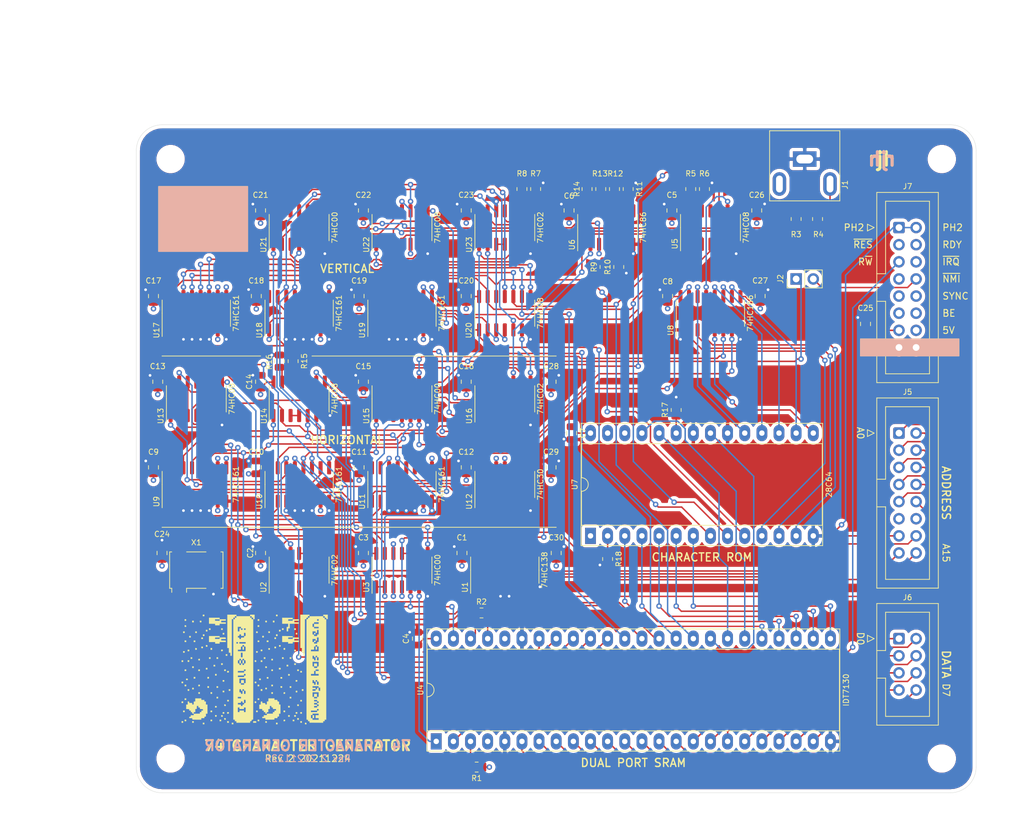
<source format=kicad_pcb>
(kicad_pcb (version 20171130) (host pcbnew "(5.1.10)-1")
  (title_block (title "74 Character Generator") (date 2021-12-24) (rev 2) (company rjh) (comment 1 "CC-BY-SA 4.0"))
  (layers (0 F.Cu signal) (1 In1.Cu signal hide) (2 In2.Cu signal hide) (31 B.Cu signal) (34 B.Paste user) (35 F.Paste user) (36 B.SilkS user) (37 F.SilkS user) (38 B.Mask user) (39 F.Mask user) (44 Edge.Cuts user))
  (net 0 "")
  (net 1 GND)
  (net 2 +5V)
  (net 3 /A9)
  (net 4 /A7)
  (net 5 /A5)
  (net 6 /A3)
  (net 7 /A1)
  (net 8 /A8)
  (net 9 /A6)
  (net 10 /A4)
  (net 11 /A2)
  (net 12 /A0)
  (net 13 /D7)
  (net 14 /D5)
  (net 15 /D3)
  (net 16 /D1)
  (net 17 /D6)
  (net 18 /D4)
  (net 19 /D2)
  (net 20 /D0)
  (net 21 /~NMI)
  (net 22 /PH2)
  (net 23 /R~W)
  (net 24 /H0)
  (net 25 /H1)
  (net 26 /H2)
  (net 27 /H3)
  (net 28 /H4)
  (net 29 /V3)
  (net 30 /V4)
  (net 31 /V5)
  (net 32 /V6)
  (net 33 /V7)
  (net 34 /CD7)
  (net 35 /CD6)
  (net 36 /CD5)
  (net 37 /CD4)
  (net 38 /CD3)
  (net 39 /CD2)
  (net 40 /CD1)
  (net 41 /CD0)
  (net 42 /V0)
  (net 43 /V1)
  (net 44 /V2)
  (net 45 /BLANK)
  (net 46 /~HBLANK)
  (net 47 /~BLANK)
  (net 48 /~VBLANK)
  (net 49 /~CLOAD)
  (net 50 /7M)
  (net 51 /VTiming/0x003)
  (net 52 "Net-(U6-Pad11)")
  (net 53 /~VSYNC)
  (net 54 /~HSYNC)
  (net 55 /HTiming/0x168)
  (net 56 /HTiming/HSYNC_START)
  (net 57 /HTiming/HCARRY1)
  (net 58 /14M)
  (net 59 /HTiming/HCARRY2)
  (net 60 /HTiming/0x140)
  (net 61 /HTiming/0x148)
  (net 62 /VTiming/VCARRY1)
  (net 63 /VTiming/~VRESET)
  (net 64 /VTiming/VCARRY2)
  (net 65 /VTiming/VSYNC_START)
  (net 66 /VTiming/~0x003)
  (net 67 /VTiming/0x006)
  (net 68 /VTiming/0x0DC)
  (net 69 /VTiming/VSYNC_END)
  (net 70 /VTiming/0x00C)
  (net 71 /VTiming/~0x020)
  (net 72 /VTiming/0x010)
  (net 73 /VTiming/0x0C0)
  (net 74 /VTiming/VRESET)
  (net 75 "Net-(U19-Pad13)")
  (net 76 "Net-(X1-Pad1)")
  (net 77 /A15)
  (net 78 /A13)
  (net 79 /A14)
  (net 80 /A12)
  (net 81 /~BUSY~L)
  (net 82 /~BUSY~R)
  (net 83 "Net-(U1-Pad11)")
  (net 84 "Net-(U1-Pad10)")
  (net 85 /1.8M)
  (net 86 /3.5M)
  (net 87 /~CE~L)
  (net 88 "Net-(U21-Pad10)")
  (net 89 /0.9M)
  (net 90 /HTiming/~HRESET)
  (net 91 "Net-(U11-Pad11)")
  (net 92 "Net-(U11-Pad12)")
  (net 93 /HTiming/PX8)
  (net 94 "Net-(U11-Pad15)")
  (net 95 "Net-(U13-Pad10)")
  (net 96 /HTiming/HBLANK_START)
  (net 97 "Net-(U14-Pad11)")
  (net 98 /HTiming/0x104)
  (net 99 "Net-(U14-Pad10)")
  (net 100 /HTiming/HBLANK_END)
  (net 101 /HTiming/HBLANK)
  (net 102 "Net-(U19-Pad11)")
  (net 103 "Net-(U19-Pad12)")
  (net 104 "Net-(U19-Pad15)")
  (net 105 "Net-(J1-Pad3)")
  (net 106 "/System I/O/A11")
  (net 107 "/System I/O/A10")
  (net 108 "/System I/O/BE")
  (net 109 "/System I/O/SYNC")
  (net 110 "/System I/O/~IRQ")
  (net 111 "/System I/O/RDY")
  (net 112 "/System I/O/RESV3")
  (net 113 "/System I/O/RESV2")
  (net 114 "/System I/O/RESV1")
  (net 115 "/System I/O/~RES")
  (net 116 "Net-(U1-Pad15)")
  (net 117 "Net-(U1-Pad7)")
  (net 118 "Net-(U1-Pad14)")
  (net 119 "Net-(U1-Pad13)")
  (net 120 "Net-(U1-Pad12)")
  (net 121 "Net-(U1-Pad9)")
  (net 122 "Net-(U2-Pad4)")
  (net 123 "Net-(U4-Pad44)")
  (net 124 "Net-(U4-Pad4)")
  (net 125 "Net-(U5-Pad11)")
  (net 126 "Net-(U5-Pad9)")
  (net 127 "Net-(U6-Pad6)")
  (net 128 "Net-(U6-Pad8)")
  (net 129 "Net-(U7-Pad26)")
  (net 130 "Net-(U7-Pad1)")
  (net 131 "Net-(U22-Pad2)")
  (net 132 "Net-(R5-Pad2)")
  (net 133 "Net-(R6-Pad2)")
  (net 134 "Net-(R7-Pad2)")
  (net 135 "Net-(R8-Pad2)")
  (net 136 "Net-(R9-Pad2)")
  (net 137 "Net-(R10-Pad2)")
  (net 138 "Net-(R11-Pad2)")
  (net 139 "Net-(R12-Pad2)")
  (net 140 "Net-(R13-Pad2)")
  (net 141 "Net-(R14-Pad2)")
  (net 142 "Net-(R15-Pad1)")
  (net 143 "Net-(R16-Pad1)")
  (net 144 "Net-(U2-Pad13)")
  (net 145 "Net-(U23-Pad11)")
  (net 146 "Net-(U16-Pad13)")
  (net 147 "Net-(U23-Pad10)")
  (net 148 "Net-(U15-Pad4)")
  (net 149 "Net-(U3-Pad12)")
  (net 150 "Net-(U3-Pad10)")
  (net 151 /VTiming/VBLANK)
  (net 152 /VTiming/PY8)
  (net 153 /CVID)
  (net 154 /SERVID)
  (net 155 /CSYNC)
  (net 156 /CHAR2)
  (net 157 /CHAR1)
  (net 158 /CHAR0)
  (net 159 /CHAR7)
  (net 160 /CHAR6)
  (net 161 /CHAR5)
  (net 162 /CHAR4)
  (net 163 /CHAR3)
  (net 164 "Net-(R17-Pad1)")
  (net 165 "Net-(R18-Pad1)")
  (module Symbols_Custom:All8Bit (layer F.Cu) (at 115.316 129.032 90)
    (fp_text reference G*** hide)
    (fp_text value LOGO hide)
  )
  (module Resistor_SMD:R_0805_2012Metric (layer F.Cu) (at 167.64 112.649 270)
    (fp_text reference R18 (at 0 -1.65 90) (layer F.SilkS) (effects (font (size 0.8 0.8) (thickness 0.12))))
    (fp_text value 1K)
    (pad 2 smd roundrect (at 0.9125 0 270) (size 1.025 1.4) (layers F.Cu F.Paste F.Mask) (roundrect_rratio 0.2439004878048781) (net 1 GND))
    (pad 1 smd roundrect (at -0.9125 0 270) (size 1.025 1.4) (layers F.Cu F.Paste F.Mask) (roundrect_rratio 0.2439004878048781) (net 165 "Net-(R18-Pad1)"))
  )
  (module Resistor_SMD:R_0805_2012Metric (layer F.Cu) (at 177.8 90.551 90)
    (fp_text reference R17 (at 0 -1.65 90) (layer F.SilkS) (effects (font (size 0.8 0.8) (thickness 0.12))))
    (fp_text value 1K)
    (pad 2 smd roundrect (at 0.9125 0 90) (size 1.025 1.4) (layers F.Cu F.Paste F.Mask) (roundrect_rratio 0.2439004878048781) (net 1 GND))
    (pad 1 smd roundrect (at -0.9125 0 90) (size 1.025 1.4) (layers F.Cu F.Paste F.Mask) (roundrect_rratio 0.2439004878048781) (net 164 "Net-(R17-Pad1)"))
  )
  (module Oscillator:Oscillator_SMD_IQD_IQXO70-4Pin_7.5x5.0mm (layer F.Cu) (at 106.68 114.3)
    (fp_text reference X1 (at 0 -4.1) (layer F.SilkS) (effects (font (size 0.8 0.8) (thickness 0.12))))
    (fp_text value 14.31818MHz)
    (pad 4 smd rect (at -2.54 -2.1) (size 1.8 2) (layers F.Cu F.Paste F.Mask) (net 2 +5V))
    (pad 3 smd rect (at 2.54 -2.1) (size 1.8 2) (layers F.Cu F.Paste F.Mask) (net 58 /14M))
    (pad 2 smd rect (at 2.54 2.1) (size 1.8 2) (layers F.Cu F.Paste F.Mask) (net 1 GND))
    (pad 1 smd rect (at -2.54 2.1) (size 1.8 2) (layers F.Cu F.Paste F.Mask) (net 76 "Net-(X1-Pad1)"))
  )
  (module Package_SO:SOIC-14_3.9x8.7mm_P1.27mm (layer F.Cu) (at 152.4 63.5 90)
    (fp_text reference U23 (at -2.54 -5.28 90) (layer F.SilkS) (effects (font (size 0.8 0.8) (thickness 0.12))))
    (fp_text value 74HC02 (at 0 5.28 90) (layer F.SilkS) (effects (font (size 0.8 0.8) (thickness 0.12))))
    (pad 14 smd roundrect (at 2.475 -3.81 90) (size 1.95 0.6) (layers F.Cu F.Paste F.Mask) (net 2 +5V))
    (pad 13 smd roundrect (at 2.475 -2.54 90) (size 1.95 0.6) (layers F.Cu F.Paste F.Mask) (net 155 /CSYNC))
    (pad 12 smd roundrect (at 2.475 -1.27 90) (size 1.95 0.6) (layers F.Cu F.Paste F.Mask) (net 1 GND))
    (pad 11 smd roundrect (at 2.475 0 90) (size 1.95 0.6) (layers F.Cu F.Paste F.Mask) (net 145 "Net-(U23-Pad11)"))
    (pad 10 smd roundrect (at 2.475 1.27 90) (size 1.95 0.6) (layers F.Cu F.Paste F.Mask) (net 147 "Net-(U23-Pad10)"))
    (pad 9 smd roundrect (at 2.475 2.54 90) (size 1.95 0.6) (layers F.Cu F.Paste F.Mask) (net 135 "Net-(R8-Pad2)"))
    (pad 8 smd roundrect (at 2.475 3.81 90) (size 1.95 0.6) (layers F.Cu F.Paste F.Mask) (net 134 "Net-(R7-Pad2)"))
    (pad 7 smd roundrect (at -2.475 3.81 90) (size 1.95 0.6) (layers F.Cu F.Paste F.Mask) (net 1 GND))
    (pad 6 smd roundrect (at -2.475 2.54 90) (size 1.95 0.6) (layers F.Cu F.Paste F.Mask) (net 74 /VTiming/VRESET))
    (pad 5 smd roundrect (at -2.475 1.27 90) (size 1.95 0.6) (layers F.Cu F.Paste F.Mask) (net 48 /~VBLANK))
    (pad 4 smd roundrect (at -2.475 0 90) (size 1.95 0.6) (layers F.Cu F.Paste F.Mask) (net 151 /VTiming/VBLANK))
    (pad 3 smd roundrect (at -2.475 -1.27 90) (size 1.95 0.6) (layers F.Cu F.Paste F.Mask) (net 151 /VTiming/VBLANK))
    (pad 2 smd roundrect (at -2.475 -2.54 90) (size 1.95 0.6) (layers F.Cu F.Paste F.Mask) (net 73 /VTiming/0x0C0))
    (pad 1 smd roundrect (at -2.475 -3.81 90) (size 1.95 0.6) (layers F.Cu F.Paste F.Mask) (net 48 /~VBLANK))
  )
  (module Package_SO:SOIC-14_3.9x8.7mm_P1.27mm (layer F.Cu) (at 137.16 63.5 90)
    (fp_text reference U22 (at -2.54 -5.28 90) (layer F.SilkS) (effects (font (size 0.8 0.8) (thickness 0.12))))
    (fp_text value 74HC08 (at 0 5.28 90) (layer F.SilkS) (effects (font (size 0.8 0.8) (thickness 0.12))))
    (pad 14 smd roundrect (at 2.475 -3.81 90) (size 1.95 0.6) (layers F.Cu F.Paste F.Mask) (net 2 +5V))
    (pad 13 smd roundrect (at 2.475 -2.54 90) (size 1.95 0.6) (layers F.Cu F.Paste F.Mask) (net 30 /V4))
    (pad 12 smd roundrect (at 2.475 -1.27 90) (size 1.95 0.6) (layers F.Cu F.Paste F.Mask) (net 71 /VTiming/~0x020))
    (pad 11 smd roundrect (at 2.475 0 90) (size 1.95 0.6) (layers F.Cu F.Paste F.Mask) (net 72 /VTiming/0x010))
    (pad 10 smd roundrect (at 2.475 1.27 90) (size 1.95 0.6) (layers F.Cu F.Paste F.Mask) (net 51 /VTiming/0x003))
    (pad 9 smd roundrect (at 2.475 2.54 90) (size 1.95 0.6) (layers F.Cu F.Paste F.Mask) (net 68 /VTiming/0x0DC))
    (pad 8 smd roundrect (at 2.475 3.81 90) (size 1.95 0.6) (layers F.Cu F.Paste F.Mask) (net 69 /VTiming/VSYNC_END))
    (pad 7 smd roundrect (at -2.475 3.81 90) (size 1.95 0.6) (layers F.Cu F.Paste F.Mask) (net 1 GND))
    (pad 6 smd roundrect (at -2.475 2.54 90) (size 1.95 0.6) (layers F.Cu F.Paste F.Mask) (net 131 "Net-(U22-Pad2)"))
    (pad 5 smd roundrect (at -2.475 1.27 90) (size 1.95 0.6) (layers F.Cu F.Paste F.Mask) (net 72 /VTiming/0x010))
    (pad 4 smd roundrect (at -2.475 0 90) (size 1.95 0.6) (layers F.Cu F.Paste F.Mask) (net 73 /VTiming/0x0C0))
    (pad 3 smd roundrect (at -2.475 -1.27 90) (size 1.95 0.6) (layers F.Cu F.Paste F.Mask) (net 68 /VTiming/0x0DC))
    (pad 2 smd roundrect (at -2.475 -2.54 90) (size 1.95 0.6) (layers F.Cu F.Paste F.Mask) (net 131 "Net-(U22-Pad2)"))
    (pad 1 smd roundrect (at -2.475 -3.81 90) (size 1.95 0.6) (layers F.Cu F.Paste F.Mask) (net 70 /VTiming/0x00C))
  )
  (module Package_SO:SOIC-14_3.9x8.7mm_P1.27mm (layer F.Cu) (at 121.92 63.5 90)
    (fp_text reference U21 (at -2.54 -5.28 90) (layer F.SilkS) (effects (font (size 0.8 0.8) (thickness 0.12))))
    (fp_text value 74HC00 (at 0 5.28 90) (layer F.SilkS) (effects (font (size 0.8 0.8) (thickness 0.12))))
    (pad 14 smd roundrect (at 2.475 -3.81 90) (size 1.95 0.6) (layers F.Cu F.Paste F.Mask) (net 2 +5V))
    (pad 13 smd roundrect (at 2.475 -2.54 90) (size 1.95 0.6) (layers F.Cu F.Paste F.Mask) (net 51 /VTiming/0x003))
    (pad 12 smd roundrect (at 2.475 -1.27 90) (size 1.95 0.6) (layers F.Cu F.Paste F.Mask) (net 51 /VTiming/0x003))
    (pad 11 smd roundrect (at 2.475 0 90) (size 1.95 0.6) (layers F.Cu F.Paste F.Mask) (net 66 /VTiming/~0x003))
    (pad 10 smd roundrect (at 2.475 1.27 90) (size 1.95 0.6) (layers F.Cu F.Paste F.Mask) (net 88 "Net-(U21-Pad10)"))
    (pad 9 smd roundrect (at 2.475 2.54 90) (size 1.95 0.6) (layers F.Cu F.Paste F.Mask) (net 67 /VTiming/0x006))
    (pad 8 smd roundrect (at 2.475 3.81 90) (size 1.95 0.6) (layers F.Cu F.Paste F.Mask) (net 63 /VTiming/~VRESET))
    (pad 7 smd roundrect (at -2.475 3.81 90) (size 1.95 0.6) (layers F.Cu F.Paste F.Mask) (net 1 GND))
    (pad 6 smd roundrect (at -2.475 2.54 90) (size 1.95 0.6) (layers F.Cu F.Paste F.Mask) (net 71 /VTiming/~0x020))
    (pad 5 smd roundrect (at -2.475 1.27 90) (size 1.95 0.6) (layers F.Cu F.Paste F.Mask) (net 31 /V5))
    (pad 4 smd roundrect (at -2.475 0 90) (size 1.95 0.6) (layers F.Cu F.Paste F.Mask) (net 31 /V5))
    (pad 3 smd roundrect (at -2.475 -1.27 90) (size 1.95 0.6) (layers F.Cu F.Paste F.Mask) (net 74 /VTiming/VRESET))
    (pad 2 smd roundrect (at -2.475 -2.54 90) (size 1.95 0.6) (layers F.Cu F.Paste F.Mask) (net 63 /VTiming/~VRESET))
    (pad 1 smd roundrect (at -2.475 -3.81 90) (size 1.95 0.6) (layers F.Cu F.Paste F.Mask) (net 63 /VTiming/~VRESET))
  )
  (module Package_SO:SOIC-14_3.9x8.7mm_P1.27mm (layer F.Cu) (at 152.4 76.2 90)
    (fp_text reference U20 (at -2.54 -5.334 90) (layer F.SilkS) (effects (font (size 0.8 0.8) (thickness 0.12))))
    (fp_text value 74HC08 (at 0 5.28 90) (layer F.SilkS) (effects (font (size 0.8 0.8) (thickness 0.12))))
    (pad 14 smd roundrect (at 2.475 -3.81 90) (size 1.95 0.6) (layers F.Cu F.Paste F.Mask) (net 2 +5V))
    (pad 13 smd roundrect (at 2.475 -2.54 90) (size 1.95 0.6) (layers F.Cu F.Paste F.Mask) (net 43 /V1))
    (pad 12 smd roundrect (at 2.475 -1.27 90) (size 1.95 0.6) (layers F.Cu F.Paste F.Mask) (net 42 /V0))
    (pad 11 smd roundrect (at 2.475 0 90) (size 1.95 0.6) (layers F.Cu F.Paste F.Mask) (net 51 /VTiming/0x003))
    (pad 10 smd roundrect (at 2.475 1.27 90) (size 1.95 0.6) (layers F.Cu F.Paste F.Mask) (net 44 /V2))
    (pad 9 smd roundrect (at 2.475 2.54 90) (size 1.95 0.6) (layers F.Cu F.Paste F.Mask) (net 29 /V3))
    (pad 8 smd roundrect (at 2.475 3.81 90) (size 1.95 0.6) (layers F.Cu F.Paste F.Mask) (net 70 /VTiming/0x00C))
    (pad 7 smd roundrect (at -2.475 3.81 90) (size 1.95 0.6) (layers F.Cu F.Paste F.Mask) (net 1 GND))
    (pad 6 smd roundrect (at -2.475 2.54 90) (size 1.95 0.6) (layers F.Cu F.Paste F.Mask) (net 65 /VTiming/VSYNC_START))
    (pad 5 smd roundrect (at -2.475 1.27 90) (size 1.95 0.6) (layers F.Cu F.Paste F.Mask) (net 66 /VTiming/~0x003))
    (pad 4 smd roundrect (at -2.475 0 90) (size 1.95 0.6) (layers F.Cu F.Paste F.Mask) (net 68 /VTiming/0x0DC))
    (pad 3 smd roundrect (at -2.475 -1.27 90) (size 1.95 0.6) (layers F.Cu F.Paste F.Mask) (net 73 /VTiming/0x0C0))
    (pad 2 smd roundrect (at -2.475 -2.54 90) (size 1.95 0.6) (layers F.Cu F.Paste F.Mask) (net 33 /V7))
    (pad 1 smd roundrect (at -2.475 -3.81 90) (size 1.95 0.6) (layers F.Cu F.Paste F.Mask) (net 32 /V6))
  )
  (module Package_SO:SOIC-16_3.9x9.9mm_P1.27mm (layer F.Cu) (at 137.16 76.2 90)
    (fp_text reference U19 (at -2.54 -5.9 90) (layer F.SilkS) (effects (font (size 0.8 0.8) (thickness 0.12))))
    (fp_text value 74HC161 (at 0 5.9 90) (layer F.SilkS) (effects (font (size 0.8 0.8) (thickness 0.12))))
    (pad 16 smd roundrect (at 2.475 -4.445 90) (size 1.95 0.6) (layers F.Cu F.Paste F.Mask) (net 2 +5V))
    (pad 15 smd roundrect (at 2.475 -3.175 90) (size 1.95 0.6) (layers F.Cu F.Paste F.Mask) (net 104 "Net-(U19-Pad15)"))
    (pad 14 smd roundrect (at 2.475 -1.905 90) (size 1.95 0.6) (layers F.Cu F.Paste F.Mask) (net 152 /VTiming/PY8))
    (pad 13 smd roundrect (at 2.475 -0.635 90) (size 1.95 0.6) (layers F.Cu F.Paste F.Mask) (net 75 "Net-(U19-Pad13)"))
    (pad 12 smd roundrect (at 2.475 0.635 90) (size 1.95 0.6) (layers F.Cu F.Paste F.Mask) (net 103 "Net-(U19-Pad12)"))
    (pad 11 smd roundrect (at 2.475 1.905 90) (size 1.95 0.6) (layers F.Cu F.Paste F.Mask) (net 102 "Net-(U19-Pad11)"))
    (pad 10 smd roundrect (at 2.475 3.175 90) (size 1.95 0.6) (layers F.Cu F.Paste F.Mask) (net 64 /VTiming/VCARRY2))
    (pad 9 smd roundrect (at 2.475 4.445 90) (size 1.95 0.6) (layers F.Cu F.Paste F.Mask) (net 2 +5V))
    (pad 8 smd roundrect (at -2.475 4.445 90) (size 1.95 0.6) (layers F.Cu F.Paste F.Mask) (net 1 GND))
    (pad 7 smd roundrect (at -2.475 3.175 90) (size 1.95 0.6) (layers F.Cu F.Paste F.Mask) (net 2 +5V))
    (pad 6 smd roundrect (at -2.475 1.905 90) (size 1.95 0.6) (layers F.Cu F.Paste F.Mask) (net 1 GND))
    (pad 5 smd roundrect (at -2.475 0.635 90) (size 1.95 0.6) (layers F.Cu F.Paste F.Mask) (net 1 GND))
    (pad 4 smd roundrect (at -2.475 -0.635 90) (size 1.95 0.6) (layers F.Cu F.Paste F.Mask) (net 1 GND))
    (pad 3 smd roundrect (at -2.475 -1.905 90) (size 1.95 0.6) (layers F.Cu F.Paste F.Mask) (net 1 GND))
    (pad 2 smd roundrect (at -2.475 -3.175 90) (size 1.95 0.6) (layers F.Cu F.Paste F.Mask) (net 101 /HTiming/HBLANK))
    (pad 1 smd roundrect (at -2.475 -4.445 90) (size 1.95 0.6) (layers F.Cu F.Paste F.Mask) (net 63 /VTiming/~VRESET))
  )
  (module Package_SO:SOIC-16_3.9x9.9mm_P1.27mm (layer F.Cu) (at 121.92 76.2 90)
    (fp_text reference U18 (at -2.54 -5.9 90) (layer F.SilkS) (effects (font (size 0.8 0.8) (thickness 0.12))))
    (fp_text value 74HC161 (at 0 5.9 90) (layer F.SilkS) (effects (font (size 0.8 0.8) (thickness 0.12))))
    (pad 16 smd roundrect (at 2.475 -4.445 90) (size 1.95 0.6) (layers F.Cu F.Paste F.Mask) (net 2 +5V))
    (pad 15 smd roundrect (at 2.475 -3.175 90) (size 1.95 0.6) (layers F.Cu F.Paste F.Mask) (net 64 /VTiming/VCARRY2))
    (pad 14 smd roundrect (at 2.475 -1.905 90) (size 1.95 0.6) (layers F.Cu F.Paste F.Mask) (net 30 /V4))
    (pad 13 smd roundrect (at 2.475 -0.635 90) (size 1.95 0.6) (layers F.Cu F.Paste F.Mask) (net 31 /V5))
    (pad 12 smd roundrect (at 2.475 0.635 90) (size 1.95 0.6) (layers F.Cu F.Paste F.Mask) (net 32 /V6))
    (pad 11 smd roundrect (at 2.475 1.905 90) (size 1.95 0.6) (layers F.Cu F.Paste F.Mask) (net 33 /V7))
    (pad 10 smd roundrect (at 2.475 3.175 90) (size 1.95 0.6) (layers F.Cu F.Paste F.Mask) (net 62 /VTiming/VCARRY1))
    (pad 9 smd roundrect (at 2.475 4.445 90) (size 1.95 0.6) (layers F.Cu F.Paste F.Mask) (net 2 +5V))
    (pad 8 smd roundrect (at -2.475 4.445 90) (size 1.95 0.6) (layers F.Cu F.Paste F.Mask) (net 1 GND))
    (pad 7 smd roundrect (at -2.475 3.175 90) (size 1.95 0.6) (layers F.Cu F.Paste F.Mask) (net 2 +5V))
    (pad 6 smd roundrect (at -2.475 1.905 90) (size 1.95 0.6) (layers F.Cu F.Paste F.Mask) (net 1 GND))
    (pad 5 smd roundrect (at -2.475 0.635 90) (size 1.95 0.6) (layers F.Cu F.Paste F.Mask) (net 1 GND))
    (pad 4 smd roundrect (at -2.475 -0.635 90) (size 1.95 0.6) (layers F.Cu F.Paste F.Mask) (net 1 GND))
    (pad 3 smd roundrect (at -2.475 -1.905 90) (size 1.95 0.6) (layers F.Cu F.Paste F.Mask) (net 1 GND))
    (pad 2 smd roundrect (at -2.475 -3.175 90) (size 1.95 0.6) (layers F.Cu F.Paste F.Mask) (net 101 /HTiming/HBLANK))
    (pad 1 smd roundrect (at -2.475 -4.445 90) (size 1.95 0.6) (layers F.Cu F.Paste F.Mask) (net 63 /VTiming/~VRESET))
  )
  (module Package_SO:SOIC-16_3.9x9.9mm_P1.27mm (layer F.Cu) (at 106.68 76.2 90)
    (fp_text reference U17 (at -2.54 -5.9 90) (layer F.SilkS) (effects (font (size 0.8 0.8) (thickness 0.12))))
    (fp_text value 74HC161 (at 0 5.9 90) (layer F.SilkS) (effects (font (size 0.8 0.8) (thickness 0.12))))
    (pad 16 smd roundrect (at 2.475 -4.445 90) (size 1.95 0.6) (layers F.Cu F.Paste F.Mask) (net 2 +5V))
    (pad 15 smd roundrect (at 2.475 -3.175 90) (size 1.95 0.6) (layers F.Cu F.Paste F.Mask) (net 62 /VTiming/VCARRY1))
    (pad 14 smd roundrect (at 2.475 -1.905 90) (size 1.95 0.6) (layers F.Cu F.Paste F.Mask) (net 42 /V0))
    (pad 13 smd roundrect (at 2.475 -0.635 90) (size 1.95 0.6) (layers F.Cu F.Paste F.Mask) (net 43 /V1))
    (pad 12 smd roundrect (at 2.475 0.635 90) (size 1.95 0.6) (layers F.Cu F.Paste F.Mask) (net 44 /V2))
    (pad 11 smd roundrect (at 2.475 1.905 90) (size 1.95 0.6) (layers F.Cu F.Paste F.Mask) (net 29 /V3))
    (pad 10 smd roundrect (at 2.475 3.175 90) (size 1.95 0.6) (layers F.Cu F.Paste F.Mask) (net 2 +5V))
    (pad 9 smd roundrect (at 2.475 4.445 90) (size 1.95 0.6) (layers F.Cu F.Paste F.Mask) (net 2 +5V))
    (pad 8 smd roundrect (at -2.475 4.445 90) (size 1.95 0.6) (layers F.Cu F.Paste F.Mask) (net 1 GND))
    (pad 7 smd roundrect (at -2.475 3.175 90) (size 1.95 0.6) (layers F.Cu F.Paste F.Mask) (net 2 +5V))
    (pad 6 smd roundrect (at -2.475 1.905 90) (size 1.95 0.6) (layers F.Cu F.Paste F.Mask) (net 1 GND))
    (pad 5 smd roundrect (at -2.475 0.635 90) (size 1.95 0.6) (layers F.Cu F.Paste F.Mask) (net 1 GND))
    (pad 4 smd roundrect (at -2.475 -0.635 90) (size 1.95 0.6) (layers F.Cu F.Paste F.Mask) (net 1 GND))
    (pad 3 smd roundrect (at -2.475 -1.905 90) (size 1.95 0.6) (layers F.Cu F.Paste F.Mask) (net 1 GND))
    (pad 2 smd roundrect (at -2.475 -3.175 90) (size 1.95 0.6) (layers F.Cu F.Paste F.Mask) (net 101 /HTiming/HBLANK))
    (pad 1 smd roundrect (at -2.475 -4.445 90) (size 1.95 0.6) (layers F.Cu F.Paste F.Mask) (net 63 /VTiming/~VRESET))
  )
  (module Package_SO:SOIC-14_3.9x8.7mm_P1.27mm (layer F.Cu) (at 152.4 88.9 90)
    (fp_text reference U16 (at -2.54 -5.28 90) (layer F.SilkS) (effects (font (size 0.8 0.8) (thickness 0.12))))
    (fp_text value 74HC02 (at 0 5.28 90) (layer F.SilkS) (effects (font (size 0.8 0.8) (thickness 0.12))))
    (pad 14 smd roundrect (at 2.475 -3.81 90) (size 1.95 0.6) (layers F.Cu F.Paste F.Mask) (net 2 +5V))
    (pad 13 smd roundrect (at 2.475 -2.54 90) (size 1.95 0.6) (layers F.Cu F.Paste F.Mask) (net 146 "Net-(U16-Pad13)"))
    (pad 12 smd roundrect (at 2.475 -1.27 90) (size 1.95 0.6) (layers F.Cu F.Paste F.Mask) (net 69 /VTiming/VSYNC_END))
    (pad 11 smd roundrect (at 2.475 0 90) (size 1.95 0.6) (layers F.Cu F.Paste F.Mask) (net 53 /~VSYNC))
    (pad 10 smd roundrect (at 2.475 1.27 90) (size 1.95 0.6) (layers F.Cu F.Paste F.Mask) (net 53 /~VSYNC))
    (pad 9 smd roundrect (at 2.475 2.54 90) (size 1.95 0.6) (layers F.Cu F.Paste F.Mask) (net 146 "Net-(U16-Pad13)"))
    (pad 8 smd roundrect (at 2.475 3.81 90) (size 1.95 0.6) (layers F.Cu F.Paste F.Mask) (net 65 /VTiming/VSYNC_START))
    (pad 7 smd roundrect (at -2.475 3.81 90) (size 1.95 0.6) (layers F.Cu F.Paste F.Mask) (net 1 GND))
    (pad 6 smd roundrect (at -2.475 2.54 90) (size 1.95 0.6) (layers F.Cu F.Paste F.Mask) (net 100 /HTiming/HBLANK_END))
    (pad 5 smd roundrect (at -2.475 1.27 90) (size 1.95 0.6) (layers F.Cu F.Paste F.Mask) (net 46 /~HBLANK))
    (pad 4 smd roundrect (at -2.475 0 90) (size 1.95 0.6) (layers F.Cu F.Paste F.Mask) (net 101 /HTiming/HBLANK))
    (pad 3 smd roundrect (at -2.475 -1.27 90) (size 1.95 0.6) (layers F.Cu F.Paste F.Mask) (net 101 /HTiming/HBLANK))
    (pad 2 smd roundrect (at -2.475 -2.54 90) (size 1.95 0.6) (layers F.Cu F.Paste F.Mask) (net 96 /HTiming/HBLANK_START))
    (pad 1 smd roundrect (at -2.475 -3.81 90) (size 1.95 0.6) (layers F.Cu F.Paste F.Mask) (net 46 /~HBLANK))
  )
  (module Package_SO:SOIC-14_3.9x8.7mm_P1.27mm (layer F.Cu) (at 137.16 88.9 90)
    (fp_text reference U15 (at -2.54 -5.28 90) (layer F.SilkS) (effects (font (size 0.8 0.8) (thickness 0.12))))
    (fp_text value 74HC00 (at 0 5.28 90) (layer F.SilkS) (effects (font (size 0.8 0.8) (thickness 0.12))))
    (pad 14 smd roundrect (at 2.475 -3.81 90) (size 1.95 0.6) (layers F.Cu F.Paste F.Mask) (net 2 +5V))
    (pad 13 smd roundrect (at 2.475 -2.54 90) (size 1.95 0.6) (layers F.Cu F.Paste F.Mask) (net 48 /~VBLANK))
    (pad 12 smd roundrect (at 2.475 -1.27 90) (size 1.95 0.6) (layers F.Cu F.Paste F.Mask) (net 46 /~HBLANK))
    (pad 11 smd roundrect (at 2.475 0 90) (size 1.95 0.6) (layers F.Cu F.Paste F.Mask) (net 45 /BLANK))
    (pad 10 smd roundrect (at 2.475 1.27 90) (size 1.95 0.6) (layers F.Cu F.Paste F.Mask) (net 45 /BLANK))
    (pad 9 smd roundrect (at 2.475 2.54 90) (size 1.95 0.6) (layers F.Cu F.Paste F.Mask) (net 45 /BLANK))
    (pad 8 smd roundrect (at 2.475 3.81 90) (size 1.95 0.6) (layers F.Cu F.Paste F.Mask) (net 47 /~BLANK))
    (pad 7 smd roundrect (at -2.475 3.81 90) (size 1.95 0.6) (layers F.Cu F.Paste F.Mask) (net 1 GND))
    (pad 6 smd roundrect (at -2.475 2.54 90) (size 1.95 0.6) (layers F.Cu F.Paste F.Mask) (net 49 /~CLOAD))
    (pad 5 smd roundrect (at -2.475 1.27 90) (size 1.95 0.6) (layers F.Cu F.Paste F.Mask) (net 89 /0.9M))
    (pad 4 smd roundrect (at -2.475 0 90) (size 1.95 0.6) (layers F.Cu F.Paste F.Mask) (net 148 "Net-(U15-Pad4)"))
    (pad 3 smd roundrect (at -2.475 -1.27 90) (size 1.95 0.6) (layers F.Cu F.Paste F.Mask) (net 95 "Net-(U13-Pad10)"))
    (pad 2 smd roundrect (at -2.475 -2.54 90) (size 1.95 0.6) (layers F.Cu F.Paste F.Mask) (net 26 /H2))
    (pad 1 smd roundrect (at -2.475 -3.81 90) (size 1.95 0.6) (layers F.Cu F.Paste F.Mask) (net 26 /H2))
  )
  (module Package_SO:SOIC-14_3.9x8.7mm_P1.27mm (layer F.Cu) (at 121.92 88.9 90)
    (fp_text reference U14 (at -2.54 -5.207 90) (layer F.SilkS) (effects (font (size 0.8 0.8) (thickness 0.12))))
    (fp_text value 74HC08 (at 0 5.28 90) (layer F.SilkS) (effects (font (size 0.8 0.8) (thickness 0.12))))
    (pad 14 smd roundrect (at 2.475 -3.81 90) (size 1.95 0.6) (layers F.Cu F.Paste F.Mask) (net 2 +5V))
    (pad 13 smd roundrect (at 2.475 -2.54 90) (size 1.95 0.6) (layers F.Cu F.Paste F.Mask) (net 143 "Net-(R16-Pad1)"))
    (pad 12 smd roundrect (at 2.475 -1.27 90) (size 1.95 0.6) (layers F.Cu F.Paste F.Mask) (net 142 "Net-(R15-Pad1)"))
    (pad 11 smd roundrect (at 2.475 0 90) (size 1.95 0.6) (layers F.Cu F.Paste F.Mask) (net 97 "Net-(U14-Pad11)"))
    (pad 10 smd roundrect (at 2.475 1.27 90) (size 1.95 0.6) (layers F.Cu F.Paste F.Mask) (net 99 "Net-(U14-Pad10)"))
    (pad 9 smd roundrect (at 2.475 2.54 90) (size 1.95 0.6) (layers F.Cu F.Paste F.Mask) (net 99 "Net-(U14-Pad10)"))
    (pad 8 smd roundrect (at 2.475 3.81 90) (size 1.95 0.6) (layers F.Cu F.Paste F.Mask) (net 100 /HTiming/HBLANK_END))
    (pad 7 smd roundrect (at -2.475 3.81 90) (size 1.95 0.6) (layers F.Cu F.Paste F.Mask) (net 1 GND))
    (pad 6 smd roundrect (at -2.475 2.54 90) (size 1.95 0.6) (layers F.Cu F.Paste F.Mask) (net 96 /HTiming/HBLANK_START))
    (pad 5 smd roundrect (at -2.475 1.27 90) (size 1.95 0.6) (layers F.Cu F.Paste F.Mask) (net 50 /7M))
    (pad 4 smd roundrect (at -2.475 0 90) (size 1.95 0.6) (layers F.Cu F.Paste F.Mask) (net 98 /HTiming/0x104))
    (pad 3 smd roundrect (at -2.475 -1.27 90) (size 1.95 0.6) (layers F.Cu F.Paste F.Mask) (net 98 /HTiming/0x104))
    (pad 2 smd roundrect (at -2.475 -2.54 90) (size 1.95 0.6) (layers F.Cu F.Paste F.Mask) (net 93 /HTiming/PX8))
    (pad 1 smd roundrect (at -2.475 -3.81 90) (size 1.95 0.6) (layers F.Cu F.Paste F.Mask) (net 89 /0.9M))
  )
  (module Package_SO:SOIC-14_3.9x8.7mm_P1.27mm (layer F.Cu) (at 106.68 88.9 90)
    (fp_text reference U13 (at -2.54 -5.28 90) (layer F.SilkS) (effects (font (size 0.8 0.8) (thickness 0.12))))
    (fp_text value 74HC08 (at 0 5.28 90) (layer F.SilkS) (effects (font (size 0.8 0.8) (thickness 0.12))))
    (pad 14 smd roundrect (at 2.475 -3.81 90) (size 1.95 0.6) (layers F.Cu F.Paste F.Mask) (net 2 +5V))
    (pad 13 smd roundrect (at 2.475 -2.54 90) (size 1.95 0.6) (layers F.Cu F.Paste F.Mask) (net 26 /H2))
    (pad 12 smd roundrect (at 2.475 -1.27 90) (size 1.95 0.6) (layers F.Cu F.Paste F.Mask) (net 61 /HTiming/0x148))
    (pad 11 smd roundrect (at 2.475 0 90) (size 1.95 0.6) (layers F.Cu F.Paste F.Mask) (net 55 /HTiming/0x168))
    (pad 10 smd roundrect (at 2.475 1.27 90) (size 1.95 0.6) (layers F.Cu F.Paste F.Mask) (net 95 "Net-(U13-Pad10)"))
    (pad 9 smd roundrect (at 2.475 2.54 90) (size 1.95 0.6) (layers F.Cu F.Paste F.Mask) (net 61 /HTiming/0x148))
    (pad 8 smd roundrect (at 2.475 3.81 90) (size 1.95 0.6) (layers F.Cu F.Paste F.Mask) (net 56 /HTiming/HSYNC_START))
    (pad 7 smd roundrect (at -2.475 3.81 90) (size 1.95 0.6) (layers F.Cu F.Paste F.Mask) (net 1 GND))
    (pad 6 smd roundrect (at -2.475 2.54 90) (size 1.95 0.6) (layers F.Cu F.Paste F.Mask) (net 60 /HTiming/0x140))
    (pad 5 smd roundrect (at -2.475 1.27 90) (size 1.95 0.6) (layers F.Cu F.Paste F.Mask) (net 93 /HTiming/PX8))
    (pad 4 smd roundrect (at -2.475 0 90) (size 1.95 0.6) (layers F.Cu F.Paste F.Mask) (net 27 /H3))
    (pad 3 smd roundrect (at -2.475 -1.27 90) (size 1.95 0.6) (layers F.Cu F.Paste F.Mask) (net 61 /HTiming/0x148))
    (pad 2 smd roundrect (at -2.475 -2.54 90) (size 1.95 0.6) (layers F.Cu F.Paste F.Mask) (net 60 /HTiming/0x140))
    (pad 1 smd roundrect (at -2.475 -3.81 90) (size 1.95 0.6) (layers F.Cu F.Paste F.Mask) (net 24 /H0))
  )
  (module Package_SO:SOIC-14_3.9x8.7mm_P1.27mm (layer F.Cu) (at 152.4 101.6 90)
    (fp_text reference U12 (at -2.54 -5.28 90) (layer F.SilkS) (effects (font (size 0.8 0.8) (thickness 0.12))))
    (fp_text value 74HC30 (at 0 5.28 90) (layer F.SilkS) (effects (font (size 0.8 0.8) (thickness 0.12))))
    (pad 14 smd roundrect (at 2.475 -3.81 90) (size 1.95 0.6) (layers F.Cu F.Paste F.Mask) (net 2 +5V))
    (pad 13 smd roundrect (at 2.475 -2.54 90) (size 1.95 0.6) (layers F.Cu F.Paste F.Mask))
    (pad 12 smd roundrect (at 2.475 -1.27 90) (size 1.95 0.6) (layers F.Cu F.Paste F.Mask) (net 2 +5V))
    (pad 11 smd roundrect (at 2.475 0 90) (size 1.95 0.6) (layers F.Cu F.Paste F.Mask) (net 2 +5V))
    (pad 10 smd roundrect (at 2.475 1.27 90) (size 1.95 0.6) (layers F.Cu F.Paste F.Mask))
    (pad 9 smd roundrect (at 2.475 2.54 90) (size 1.95 0.6) (layers F.Cu F.Paste F.Mask))
    (pad 8 smd roundrect (at 2.475 3.81 90) (size 1.95 0.6) (layers F.Cu F.Paste F.Mask) (net 90 /HTiming/~HRESET))
    (pad 7 smd roundrect (at -2.475 3.81 90) (size 1.95 0.6) (layers F.Cu F.Paste F.Mask) (net 1 GND))
    (pad 6 smd roundrect (at -2.475 2.54 90) (size 1.95 0.6) (layers F.Cu F.Paste F.Mask) (net 93 /HTiming/PX8))
    (pad 5 smd roundrect (at -2.475 1.27 90) (size 1.95 0.6) (layers F.Cu F.Paste F.Mask) (net 28 /H4))
    (pad 4 smd roundrect (at -2.475 0 90) (size 1.95 0.6) (layers F.Cu F.Paste F.Mask) (net 27 /H3))
    (pad 3 smd roundrect (at -2.475 -1.27 90) (size 1.95 0.6) (layers F.Cu F.Paste F.Mask) (net 89 /0.9M))
    (pad 2 smd roundrect (at -2.475 -2.54 90) (size 1.95 0.6) (layers F.Cu F.Paste F.Mask) (net 85 /1.8M))
    (pad 1 smd roundrect (at -2.475 -3.81 90) (size 1.95 0.6) (layers F.Cu F.Paste F.Mask) (net 86 /3.5M))
  )
  (module Package_SO:SOIC-16_3.9x9.9mm_P1.27mm (layer F.Cu) (at 137.16 101.6 90)
    (fp_text reference U11 (at -2.54 -5.9 90) (layer F.SilkS) (effects (font (size 0.8 0.8) (thickness 0.12))))
    (fp_text value 74HC161 (at 0 5.9 90) (layer F.SilkS) (effects (font (size 0.8 0.8) (thickness 0.12))))
    (pad 16 smd roundrect (at 2.475 -4.445 90) (size 1.95 0.6) (layers F.Cu F.Paste F.Mask) (net 2 +5V))
    (pad 15 smd roundrect (at 2.475 -3.175 90) (size 1.95 0.6) (layers F.Cu F.Paste F.Mask) (net 94 "Net-(U11-Pad15)"))
    (pad 14 smd roundrect (at 2.475 -1.905 90) (size 1.95 0.6) (layers F.Cu F.Paste F.Mask) (net 28 /H4))
    (pad 13 smd roundrect (at 2.475 -0.635 90) (size 1.95 0.6) (layers F.Cu F.Paste F.Mask) (net 93 /HTiming/PX8))
    (pad 12 smd roundrect (at 2.475 0.635 90) (size 1.95 0.6) (layers F.Cu F.Paste F.Mask) (net 92 "Net-(U11-Pad12)"))
    (pad 11 smd roundrect (at 2.475 1.905 90) (size 1.95 0.6) (layers F.Cu F.Paste F.Mask) (net 91 "Net-(U11-Pad11)"))
    (pad 10 smd roundrect (at 2.475 3.175 90) (size 1.95 0.6) (layers F.Cu F.Paste F.Mask) (net 59 /HTiming/HCARRY2))
    (pad 9 smd roundrect (at 2.475 4.445 90) (size 1.95 0.6) (layers F.Cu F.Paste F.Mask) (net 2 +5V))
    (pad 8 smd roundrect (at -2.475 4.445 90) (size 1.95 0.6) (layers F.Cu F.Paste F.Mask) (net 1 GND))
    (pad 7 smd roundrect (at -2.475 3.175 90) (size 1.95 0.6) (layers F.Cu F.Paste F.Mask) (net 2 +5V))
    (pad 6 smd roundrect (at -2.475 1.905 90) (size 1.95 0.6) (layers F.Cu F.Paste F.Mask) (net 1 GND))
    (pad 5 smd roundrect (at -2.475 0.635 90) (size 1.95 0.6) (layers F.Cu F.Paste F.Mask) (net 1 GND))
    (pad 4 smd roundrect (at -2.475 -0.635 90) (size 1.95 0.6) (layers F.Cu F.Paste F.Mask) (net 1 GND))
    (pad 3 smd roundrect (at -2.475 -1.905 90) (size 1.95 0.6) (layers F.Cu F.Paste F.Mask) (net 1 GND))
    (pad 2 smd roundrect (at -2.475 -3.175 90) (size 1.95 0.6) (layers F.Cu F.Paste F.Mask) (net 58 /14M))
    (pad 1 smd roundrect (at -2.475 -4.445 90) (size 1.95 0.6) (layers F.Cu F.Paste F.Mask) (net 90 /HTiming/~HRESET))
  )
  (module Package_SO:SOIC-16_3.9x9.9mm_P1.27mm (layer F.Cu) (at 121.92 101.6 90)
    (fp_text reference U10 (at -2.54 -5.9 90) (layer F.SilkS) (effects (font (size 0.8 0.8) (thickness 0.12))))
    (fp_text value 74HC161 (at 0 5.9 90) (layer F.SilkS) (effects (font (size 0.8 0.8) (thickness 0.12))))
    (pad 16 smd roundrect (at 2.475 -4.445 90) (size 1.95 0.6) (layers F.Cu F.Paste F.Mask) (net 2 +5V))
    (pad 15 smd roundrect (at 2.475 -3.175 90) (size 1.95 0.6) (layers F.Cu F.Paste F.Mask) (net 59 /HTiming/HCARRY2))
    (pad 14 smd roundrect (at 2.475 -1.905 90) (size 1.95 0.6) (layers F.Cu F.Paste F.Mask) (net 24 /H0))
    (pad 13 smd roundrect (at 2.475 -0.635 90) (size 1.95 0.6) (layers F.Cu F.Paste F.Mask) (net 25 /H1))
    (pad 12 smd roundrect (at 2.475 0.635 90) (size 1.95 0.6) (layers F.Cu F.Paste F.Mask) (net 26 /H2))
    (pad 11 smd roundrect (at 2.475 1.905 90) (size 1.95 0.6) (layers F.Cu F.Paste F.Mask) (net 27 /H3))
    (pad 10 smd roundrect (at 2.475 3.175 90) (size 1.95 0.6) (layers F.Cu F.Paste F.Mask) (net 57 /HTiming/HCARRY1))
    (pad 9 smd roundrect (at 2.475 4.445 90) (size 1.95 0.6) (layers F.Cu F.Paste F.Mask) (net 2 +5V))
    (pad 8 smd roundrect (at -2.475 4.445 90) (size 1.95 0.6) (layers F.Cu F.Paste F.Mask) (net 1 GND))
    (pad 7 smd roundrect (at -2.475 3.175 90) (size 1.95 0.6) (layers F.Cu F.Paste F.Mask) (net 2 +5V))
    (pad 6 smd roundrect (at -2.475 1.905 90) (size 1.95 0.6) (layers F.Cu F.Paste F.Mask) (net 1 GND))
    (pad 5 smd roundrect (at -2.475 0.635 90) (size 1.95 0.6) (layers F.Cu F.Paste F.Mask) (net 1 GND))
    (pad 4 smd roundrect (at -2.475 -0.635 90) (size 1.95 0.6) (layers F.Cu F.Paste F.Mask) (net 1 GND))
    (pad 3 smd roundrect (at -2.475 -1.905 90) (size 1.95 0.6) (layers F.Cu F.Paste F.Mask) (net 1 GND))
    (pad 2 smd roundrect (at -2.475 -3.175 90) (size 1.95 0.6) (layers F.Cu F.Paste F.Mask) (net 58 /14M))
    (pad 1 smd roundrect (at -2.475 -4.445 90) (size 1.95 0.6) (layers F.Cu F.Paste F.Mask) (net 90 /HTiming/~HRESET))
  )
  (module Package_SO:SOIC-16_3.9x9.9mm_P1.27mm (layer F.Cu) (at 106.68 101.6 90)
    (fp_text reference U9 (at -2.54 -5.9 90) (layer F.SilkS) (effects (font (size 0.8 0.8) (thickness 0.12))))
    (fp_text value 74HC161 (at 0 5.9 90) (layer F.SilkS) (effects (font (size 0.8 0.8) (thickness 0.12))))
    (pad 16 smd roundrect (at 2.475 -4.445 90) (size 1.95 0.6) (layers F.Cu F.Paste F.Mask) (net 2 +5V))
    (pad 15 smd roundrect (at 2.475 -3.175 90) (size 1.95 0.6) (layers F.Cu F.Paste F.Mask) (net 57 /HTiming/HCARRY1))
    (pad 14 smd roundrect (at 2.475 -1.905 90) (size 1.95 0.6) (layers F.Cu F.Paste F.Mask) (net 50 /7M))
    (pad 13 smd roundrect (at 2.475 -0.635 90) (size 1.95 0.6) (layers F.Cu F.Paste F.Mask) (net 86 /3.5M))
    (pad 12 smd roundrect (at 2.475 0.635 90) (size 1.95 0.6) (layers F.Cu F.Paste F.Mask) (net 85 /1.8M))
    (pad 11 smd roundrect (at 2.475 1.905 90) (size 1.95 0.6) (layers F.Cu F.Paste F.Mask) (net 89 /0.9M))
    (pad 10 smd roundrect (at 2.475 3.175 90) (size 1.95 0.6) (layers F.Cu F.Paste F.Mask) (net 2 +5V))
    (pad 9 smd roundrect (at 2.475 4.445 90) (size 1.95 0.6) (layers F.Cu F.Paste F.Mask) (net 2 +5V))
    (pad 8 smd roundrect (at -2.475 4.445 90) (size 1.95 0.6) (layers F.Cu F.Paste F.Mask) (net 1 GND))
    (pad 7 smd roundrect (at -2.475 3.175 90) (size 1.95 0.6) (layers F.Cu F.Paste F.Mask) (net 2 +5V))
    (pad 6 smd roundrect (at -2.475 1.905 90) (size 1.95 0.6) (layers F.Cu F.Paste F.Mask) (net 1 GND))
    (pad 5 smd roundrect (at -2.475 0.635 90) (size 1.95 0.6) (layers F.Cu F.Paste F.Mask) (net 1 GND))
    (pad 4 smd roundrect (at -2.475 -0.635 90) (size 1.95 0.6) (layers F.Cu F.Paste F.Mask) (net 1 GND))
    (pad 3 smd roundrect (at -2.475 -1.905 90) (size 1.95 0.6) (layers F.Cu F.Paste F.Mask) (net 1 GND))
    (pad 2 smd roundrect (at -2.475 -3.175 90) (size 1.95 0.6) (layers F.Cu F.Paste F.Mask) (net 58 /14M))
    (pad 1 smd roundrect (at -2.475 -4.445 90) (size 1.95 0.6) (layers F.Cu F.Paste F.Mask) (net 90 /HTiming/~HRESET))
  )
  (module Package_SO:SOIC-16_3.9x9.9mm_P1.27mm (layer F.Cu) (at 182.88 76.2 90)
    (fp_text reference U8 (at -2.54 -5.9 90) (layer F.SilkS) (effects (font (size 0.8 0.8) (thickness 0.12))))
    (fp_text value 74HC166 (at 0 5.9 90) (layer F.SilkS) (effects (font (size 0.8 0.8) (thickness 0.12))))
    (pad 16 smd roundrect (at 2.475 -4.445 90) (size 1.95 0.6) (layers F.Cu F.Paste F.Mask) (net 2 +5V))
    (pad 15 smd roundrect (at 2.475 -3.175 90) (size 1.95 0.6) (layers F.Cu F.Paste F.Mask) (net 49 /~CLOAD))
    (pad 14 smd roundrect (at 2.475 -1.905 90) (size 1.95 0.6) (layers F.Cu F.Paste F.Mask) (net 159 /CHAR7))
    (pad 13 smd roundrect (at 2.475 -0.635 90) (size 1.95 0.6) (layers F.Cu F.Paste F.Mask) (net 126 "Net-(U5-Pad9)"))
    (pad 12 smd roundrect (at 2.475 0.635 90) (size 1.95 0.6) (layers F.Cu F.Paste F.Mask) (net 160 /CHAR6))
    (pad 11 smd roundrect (at 2.475 1.905 90) (size 1.95 0.6) (layers F.Cu F.Paste F.Mask) (net 161 /CHAR5))
    (pad 10 smd roundrect (at 2.475 3.175 90) (size 1.95 0.6) (layers F.Cu F.Paste F.Mask) (net 162 /CHAR4))
    (pad 9 smd roundrect (at 2.475 4.445 90) (size 1.95 0.6) (layers F.Cu F.Paste F.Mask) (net 2 +5V))
    (pad 8 smd roundrect (at -2.475 4.445 90) (size 1.95 0.6) (layers F.Cu F.Paste F.Mask) (net 1 GND))
    (pad 7 smd roundrect (at -2.475 3.175 90) (size 1.95 0.6) (layers F.Cu F.Paste F.Mask) (net 50 /7M))
    (pad 6 smd roundrect (at -2.475 1.905 90) (size 1.95 0.6) (layers F.Cu F.Paste F.Mask) (net 45 /BLANK))
    (pad 5 smd roundrect (at -2.475 0.635 90) (size 1.95 0.6) (layers F.Cu F.Paste F.Mask) (net 163 /CHAR3))
    (pad 4 smd roundrect (at -2.475 -0.635 90) (size 1.95 0.6) (layers F.Cu F.Paste F.Mask) (net 156 /CHAR2))
    (pad 3 smd roundrect (at -2.475 -1.905 90) (size 1.95 0.6) (layers F.Cu F.Paste F.Mask) (net 157 /CHAR1))
    (pad 2 smd roundrect (at -2.475 -3.175 90) (size 1.95 0.6) (layers F.Cu F.Paste F.Mask) (net 158 /CHAR0))
    (pad 1 smd roundrect (at -2.475 -4.445 90) (size 1.95 0.6) (layers F.Cu F.Paste F.Mask) (net 1 GND))
  )
  (module Package_SO:SOIC-14_3.9x8.7mm_P1.27mm (layer F.Cu) (at 167.64 63.5 90)
    (fp_text reference U6 (at -2.54 -5.28 90) (layer F.SilkS) (effects (font (size 0.8 0.8) (thickness 0.12))))
    (fp_text value 74HC86 (at 0 5.28 90) (layer F.SilkS) (effects (font (size 0.8 0.8) (thickness 0.12))))
    (pad 14 smd roundrect (at 2.475 -3.81 90) (size 1.95 0.6) (layers F.Cu F.Paste F.Mask) (net 2 +5V))
    (pad 13 smd roundrect (at 2.475 -2.54 90) (size 1.95 0.6) (layers F.Cu F.Paste F.Mask) (net 141 "Net-(R14-Pad2)"))
    (pad 12 smd roundrect (at 2.475 -1.27 90) (size 1.95 0.6) (layers F.Cu F.Paste F.Mask) (net 140 "Net-(R13-Pad2)"))
    (pad 11 smd roundrect (at 2.475 0 90) (size 1.95 0.6) (layers F.Cu F.Paste F.Mask) (net 52 "Net-(U6-Pad11)"))
    (pad 10 smd roundrect (at 2.475 1.27 90) (size 1.95 0.6) (layers F.Cu F.Paste F.Mask) (net 139 "Net-(R12-Pad2)"))
    (pad 9 smd roundrect (at 2.475 2.54 90) (size 1.95 0.6) (layers F.Cu F.Paste F.Mask) (net 138 "Net-(R11-Pad2)"))
    (pad 8 smd roundrect (at 2.475 3.81 90) (size 1.95 0.6) (layers F.Cu F.Paste F.Mask) (net 128 "Net-(U6-Pad8)"))
    (pad 7 smd roundrect (at -2.475 3.81 90) (size 1.95 0.6) (layers F.Cu F.Paste F.Mask) (net 1 GND))
    (pad 6 smd roundrect (at -2.475 2.54 90) (size 1.95 0.6) (layers F.Cu F.Paste F.Mask) (net 127 "Net-(U6-Pad6)"))
    (pad 5 smd roundrect (at -2.475 1.27 90) (size 1.95 0.6) (layers F.Cu F.Paste F.Mask) (net 137 "Net-(R10-Pad2)"))
    (pad 4 smd roundrect (at -2.475 0 90) (size 1.95 0.6) (layers F.Cu F.Paste F.Mask) (net 136 "Net-(R9-Pad2)"))
    (pad 3 smd roundrect (at -2.475 -1.27 90) (size 1.95 0.6) (layers F.Cu F.Paste F.Mask) (net 145 "Net-(U23-Pad11)"))
    (pad 2 smd roundrect (at -2.475 -2.54 90) (size 1.95 0.6) (layers F.Cu F.Paste F.Mask) (net 53 /~VSYNC))
    (pad 1 smd roundrect (at -2.475 -3.81 90) (size 1.95 0.6) (layers F.Cu F.Paste F.Mask) (net 54 /~HSYNC))
  )
  (module Package_SO:SOIC-14_3.9x8.7mm_P1.27mm (layer F.Cu) (at 182.88 63.5 90)
    (fp_text reference U5 (at -2.413 -5.28 90) (layer F.SilkS) (effects (font (size 0.8 0.8) (thickness 0.12))))
    (fp_text value 74HC08 (at 0 5.28 90) (layer F.SilkS) (effects (font (size 0.8 0.8) (thickness 0.12))))
    (pad 14 smd roundrect (at 2.475 -3.81 90) (size 1.95 0.6) (layers F.Cu F.Paste F.Mask) (net 2 +5V))
    (pad 13 smd roundrect (at 2.475 -2.54 90) (size 1.95 0.6) (layers F.Cu F.Paste F.Mask) (net 132 "Net-(R5-Pad2)"))
    (pad 12 smd roundrect (at 2.475 -1.27 90) (size 1.95 0.6) (layers F.Cu F.Paste F.Mask) (net 133 "Net-(R6-Pad2)"))
    (pad 11 smd roundrect (at 2.475 0 90) (size 1.95 0.6) (layers F.Cu F.Paste F.Mask) (net 125 "Net-(U5-Pad11)"))
    (pad 10 smd roundrect (at 2.475 1.27 90) (size 1.95 0.6) (layers F.Cu F.Paste F.Mask) (net 47 /~BLANK))
    (pad 9 smd roundrect (at 2.475 2.54 90) (size 1.95 0.6) (layers F.Cu F.Paste F.Mask) (net 126 "Net-(U5-Pad9)"))
    (pad 8 smd roundrect (at 2.475 3.81 90) (size 1.95 0.6) (layers F.Cu F.Paste F.Mask) (net 154 /SERVID))
    (pad 7 smd roundrect (at -2.475 3.81 90) (size 1.95 0.6) (layers F.Cu F.Paste F.Mask) (net 1 GND))
    (pad 6 smd roundrect (at -2.475 2.54 90) (size 1.95 0.6) (layers F.Cu F.Paste F.Mask) (net 88 "Net-(U21-Pad10)"))
    (pad 5 smd roundrect (at -2.475 1.27 90) (size 1.95 0.6) (layers F.Cu F.Paste F.Mask) (net 152 /VTiming/PY8))
    (pad 4 smd roundrect (at -2.475 0 90) (size 1.95 0.6) (layers F.Cu F.Paste F.Mask) (net 152 /VTiming/PY8))
    (pad 3 smd roundrect (at -2.475 -1.27 90) (size 1.95 0.6) (layers F.Cu F.Paste F.Mask) (net 67 /VTiming/0x006))
    (pad 2 smd roundrect (at -2.475 -2.54 90) (size 1.95 0.6) (layers F.Cu F.Paste F.Mask) (net 43 /V1))
    (pad 1 smd roundrect (at -2.475 -3.81 90) (size 1.95 0.6) (layers F.Cu F.Paste F.Mask) (net 44 /V2))
  )
  (module Package_SO:SOIC-14_3.9x8.7mm_P1.27mm (layer F.Cu) (at 137.16 114.3 90)
    (fp_text reference U3 (at -2.54 -5.28 90) (layer F.SilkS) (effects (font (size 0.8 0.8) (thickness 0.12))))
    (fp_text value 74HC00 (at 0 5.28 90) (layer F.SilkS) (effects (font (size 0.8 0.8) (thickness 0.12))))
    (pad 14 smd roundrect (at 2.475 -3.81 90) (size 1.95 0.6) (layers F.Cu F.Paste F.Mask) (net 2 +5V))
    (pad 13 smd roundrect (at 2.475 -2.54 90) (size 1.95 0.6) (layers F.Cu F.Paste F.Mask) (net 89 /0.9M))
    (pad 12 smd roundrect (at 2.475 -1.27 90) (size 1.95 0.6) (layers F.Cu F.Paste F.Mask) (net 149 "Net-(U3-Pad12)"))
    (pad 11 smd roundrect (at 2.475 0 90) (size 1.95 0.6) (layers F.Cu F.Paste F.Mask) (net 150 "Net-(U3-Pad10)"))
    (pad 10 smd roundrect (at 2.475 1.27 90) (size 1.95 0.6) (layers F.Cu F.Paste F.Mask) (net 150 "Net-(U3-Pad10)"))
    (pad 9 smd roundrect (at 2.475 2.54 90) (size 1.95 0.6) (layers F.Cu F.Paste F.Mask) (net 150 "Net-(U3-Pad10)"))
    (pad 8 smd roundrect (at 2.475 3.81 90) (size 1.95 0.6) (layers F.Cu F.Paste F.Mask) (net 99 "Net-(U14-Pad10)"))
    (pad 7 smd roundrect (at -2.475 3.81 90) (size 1.95 0.6) (layers F.Cu F.Paste F.Mask) (net 1 GND))
    (pad 6 smd roundrect (at -2.475 2.54 90) (size 1.95 0.6) (layers F.Cu F.Paste F.Mask) (net 87 /~CE~L))
    (pad 5 smd roundrect (at -2.475 1.27 90) (size 1.95 0.6) (layers F.Cu F.Paste F.Mask) (net 122 "Net-(U2-Pad4)"))
    (pad 4 smd roundrect (at -2.475 0 90) (size 1.95 0.6) (layers F.Cu F.Paste F.Mask) (net 22 /PH2))
    (pad 3 smd roundrect (at -2.475 -1.27 90) (size 1.95 0.6) (layers F.Cu F.Paste F.Mask) (net 149 "Net-(U3-Pad12)"))
    (pad 2 smd roundrect (at -2.475 -2.54 90) (size 1.95 0.6) (layers F.Cu F.Paste F.Mask) (net 93 /HTiming/PX8))
    (pad 1 smd roundrect (at -2.475 -3.81 90) (size 1.95 0.6) (layers F.Cu F.Paste F.Mask) (net 93 /HTiming/PX8))
  )
  (module Package_SO:SOIC-14_3.9x8.7mm_P1.27mm (layer F.Cu) (at 121.92 114.3 90)
    (fp_text reference U2 (at -2.54 -5.28 90) (layer F.SilkS) (effects (font (size 0.8 0.8) (thickness 0.12))))
    (fp_text value 74HC02 (at 0 5.28 90) (layer F.SilkS) (effects (font (size 0.8 0.8) (thickness 0.12))))
    (pad 14 smd roundrect (at 2.475 -3.81 90) (size 1.95 0.6) (layers F.Cu F.Paste F.Mask) (net 2 +5V))
    (pad 13 smd roundrect (at 2.475 -2.54 90) (size 1.95 0.6) (layers F.Cu F.Paste F.Mask) (net 144 "Net-(U2-Pad13)"))
    (pad 12 smd roundrect (at 2.475 -1.27 90) (size 1.95 0.6) (layers F.Cu F.Paste F.Mask) (net 55 /HTiming/0x168))
    (pad 11 smd roundrect (at 2.475 0 90) (size 1.95 0.6) (layers F.Cu F.Paste F.Mask) (net 54 /~HSYNC))
    (pad 10 smd roundrect (at 2.475 1.27 90) (size 1.95 0.6) (layers F.Cu F.Paste F.Mask) (net 54 /~HSYNC))
    (pad 9 smd roundrect (at 2.475 2.54 90) (size 1.95 0.6) (layers F.Cu F.Paste F.Mask) (net 144 "Net-(U2-Pad13)"))
    (pad 8 smd roundrect (at 2.475 3.81 90) (size 1.95 0.6) (layers F.Cu F.Paste F.Mask) (net 56 /HTiming/HSYNC_START))
    (pad 7 smd roundrect (at -2.475 3.81 90) (size 1.95 0.6) (layers F.Cu F.Paste F.Mask) (net 1 GND))
    (pad 6 smd roundrect (at -2.475 2.54 90) (size 1.95 0.6) (layers F.Cu F.Paste F.Mask) (net 120 "Net-(U1-Pad12)"))
    (pad 5 smd roundrect (at -2.475 1.27 90) (size 1.95 0.6) (layers F.Cu F.Paste F.Mask) (net 120 "Net-(U1-Pad12)"))
    (pad 4 smd roundrect (at -2.475 0 90) (size 1.95 0.6) (layers F.Cu F.Paste F.Mask) (net 122 "Net-(U2-Pad4)"))
    (pad 3 smd roundrect (at -2.475 -1.27 90) (size 1.95 0.6) (layers F.Cu F.Paste F.Mask) (net 85 /1.8M))
    (pad 2 smd roundrect (at -2.475 -2.54 90) (size 1.95 0.6) (layers F.Cu F.Paste F.Mask) (net 86 /3.5M))
    (pad 1 smd roundrect (at -2.475 -3.81 90) (size 1.95 0.6) (layers F.Cu F.Paste F.Mask) (net 148 "Net-(U15-Pad4)"))
  )
  (module Package_SO:SOIC-16_3.9x9.9mm_P1.27mm (layer F.Cu) (at 152.4 114.3 90)
    (fp_text reference U1 (at -2.54 -5.9 90) (layer F.SilkS) (effects (font (size 0.8 0.8) (thickness 0.12))))
    (fp_text value 74HC138 (at 0 5.9 90) (layer F.SilkS) (effects (font (size 0.8 0.8) (thickness 0.12))))
    (pad 16 smd roundrect (at 2.475 -4.445 90) (size 1.95 0.6) (layers F.Cu F.Paste F.Mask) (net 2 +5V))
    (pad 15 smd roundrect (at 2.475 -3.175 90) (size 1.95 0.6) (layers F.Cu F.Paste F.Mask) (net 116 "Net-(U1-Pad15)"))
    (pad 14 smd roundrect (at 2.475 -1.905 90) (size 1.95 0.6) (layers F.Cu F.Paste F.Mask) (net 118 "Net-(U1-Pad14)"))
    (pad 13 smd roundrect (at 2.475 -0.635 90) (size 1.95 0.6) (layers F.Cu F.Paste F.Mask) (net 119 "Net-(U1-Pad13)"))
    (pad 12 smd roundrect (at 2.475 0.635 90) (size 1.95 0.6) (layers F.Cu F.Paste F.Mask) (net 120 "Net-(U1-Pad12)"))
    (pad 11 smd roundrect (at 2.475 1.905 90) (size 1.95 0.6) (layers F.Cu F.Paste F.Mask) (net 83 "Net-(U1-Pad11)"))
    (pad 10 smd roundrect (at 2.475 3.175 90) (size 1.95 0.6) (layers F.Cu F.Paste F.Mask) (net 84 "Net-(U1-Pad10)"))
    (pad 9 smd roundrect (at 2.475 4.445 90) (size 1.95 0.6) (layers F.Cu F.Paste F.Mask) (net 121 "Net-(U1-Pad9)"))
    (pad 8 smd roundrect (at -2.475 4.445 90) (size 1.95 0.6) (layers F.Cu F.Paste F.Mask) (net 1 GND))
    (pad 7 smd roundrect (at -2.475 3.175 90) (size 1.95 0.6) (layers F.Cu F.Paste F.Mask) (net 117 "Net-(U1-Pad7)"))
    (pad 6 smd roundrect (at -2.475 1.905 90) (size 1.95 0.6) (layers F.Cu F.Paste F.Mask) (net 77 /A15))
    (pad 5 smd roundrect (at -2.475 0.635 90) (size 1.95 0.6) (layers F.Cu F.Paste F.Mask) (net 1 GND))
    (pad 4 smd roundrect (at -2.475 -0.635 90) (size 1.95 0.6) (layers F.Cu F.Paste F.Mask) (net 1 GND))
    (pad 3 smd roundrect (at -2.475 -1.905 90) (size 1.95 0.6) (layers F.Cu F.Paste F.Mask) (net 79 /A14))
    (pad 2 smd roundrect (at -2.475 -3.175 90) (size 1.95 0.6) (layers F.Cu F.Paste F.Mask) (net 78 /A13))
    (pad 1 smd roundrect (at -2.475 -4.445 90) (size 1.95 0.6) (layers F.Cu F.Paste F.Mask) (net 80 /A12))
  )
  (module Resistor_SMD:R_0805_2012Metric (layer F.Cu) (at 118.999 83.312 90)
    (fp_text reference R16 (at -0.127 -1.524 90) (layer F.SilkS) (effects (font (size 0.8 0.8) (thickness 0.12))))
    (fp_text value 1K)
    (pad 2 smd roundrect (at 0.9125 0 90) (size 1.025 1.4) (layers F.Cu F.Paste F.Mask) (roundrect_rratio 0.2439004878048781) (net 1 GND))
    (pad 1 smd roundrect (at -0.9125 0 90) (size 1.025 1.4) (layers F.Cu F.Paste F.Mask) (roundrect_rratio 0.2439004878048781) (net 143 "Net-(R16-Pad1)"))
  )
  (module Resistor_SMD:R_0805_2012Metric (layer F.Cu) (at 121.031 83.312 90)
    (fp_text reference R15 (at 0 1.651 90) (layer F.SilkS) (effects (font (size 0.8 0.8) (thickness 0.12))))
    (fp_text value 1K)
    (pad 2 smd roundrect (at 0.9125 0 90) (size 1.025 1.4) (layers F.Cu F.Paste F.Mask) (roundrect_rratio 0.2439004878048781) (net 1 GND))
    (pad 1 smd roundrect (at -0.9125 0 90) (size 1.025 1.4) (layers F.Cu F.Paste F.Mask) (roundrect_rratio 0.2439004878048781) (net 142 "Net-(R15-Pad1)"))
  )
  (module Resistor_SMD:R_0805_2012Metric (layer F.Cu) (at 164.592 57.785 270)
    (fp_text reference R14 (at 0 1.524 270) (layer F.SilkS) (effects (font (size 0.8 0.8) (thickness 0.12))))
    (fp_text value 1K)
    (pad 2 smd roundrect (at 0.9125 0 270) (size 1.025 1.4) (layers F.Cu F.Paste F.Mask) (roundrect_rratio 0.2439004878048781) (net 141 "Net-(R14-Pad2)"))
    (pad 1 smd roundrect (at -0.9125 0 270) (size 1.025 1.4) (layers F.Cu F.Paste F.Mask) (roundrect_rratio 0.2439004878048781) (net 1 GND))
  )
  (module Resistor_SMD:R_0805_2012Metric (layer F.Cu) (at 166.624 57.785 270)
    (fp_text reference R13 (at -2.286 0.127 180) (layer F.SilkS) (effects (font (size 0.8 0.8) (thickness 0.12))))
    (fp_text value 1K)
    (pad 2 smd roundrect (at 0.9125 0 270) (size 1.025 1.4) (layers F.Cu F.Paste F.Mask) (roundrect_rratio 0.2439004878048781) (net 140 "Net-(R13-Pad2)"))
    (pad 1 smd roundrect (at -0.9125 0 270) (size 1.025 1.4) (layers F.Cu F.Paste F.Mask) (roundrect_rratio 0.2439004878048781) (net 1 GND))
  )
  (module Resistor_SMD:R_0805_2012Metric (layer F.Cu) (at 168.656 57.785 270)
    (fp_text reference R12 (at -2.286 -0.127 180) (layer F.SilkS) (effects (font (size 0.8 0.8) (thickness 0.12))))
    (fp_text value 1K)
    (pad 2 smd roundrect (at 0.9125 0 270) (size 1.025 1.4) (layers F.Cu F.Paste F.Mask) (roundrect_rratio 0.2439004878048781) (net 139 "Net-(R12-Pad2)"))
    (pad 1 smd roundrect (at -0.9125 0 270) (size 1.025 1.4) (layers F.Cu F.Paste F.Mask) (roundrect_rratio 0.2439004878048781) (net 1 GND))
  )
  (module Resistor_SMD:R_0805_2012Metric (layer F.Cu) (at 170.688 57.785 270)
    (fp_text reference R11 (at 0 -1.651 270) (layer F.SilkS) (effects (font (size 0.8 0.8) (thickness 0.12))))
    (fp_text value 1K)
    (pad 2 smd roundrect (at 0.9125 0 270) (size 1.025 1.4) (layers F.Cu F.Paste F.Mask) (roundrect_rratio 0.2439004878048781) (net 138 "Net-(R11-Pad2)"))
    (pad 1 smd roundrect (at -0.9125 0 270) (size 1.025 1.4) (layers F.Cu F.Paste F.Mask) (roundrect_rratio 0.2439004878048781) (net 1 GND))
  )
  (module Resistor_SMD:R_0805_2012Metric (layer F.Cu) (at 169.291 69.342 90)
    (fp_text reference R10 (at 0 -1.65 90) (layer F.SilkS) (effects (font (size 0.8 0.8) (thickness 0.12))))
    (fp_text value 1K)
    (pad 2 smd roundrect (at 0.9125 0 90) (size 1.025 1.4) (layers F.Cu F.Paste F.Mask) (roundrect_rratio 0.2439004878048781) (net 137 "Net-(R10-Pad2)"))
    (pad 1 smd roundrect (at -0.9125 0 90) (size 1.025 1.4) (layers F.Cu F.Paste F.Mask) (roundrect_rratio 0.2439004878048781) (net 1 GND))
  )
  (module Resistor_SMD:R_0805_2012Metric (layer F.Cu) (at 167.259 69.342 90)
    (fp_text reference R9 (at 0 -1.65 90) (layer F.SilkS) (effects (font (size 0.8 0.8) (thickness 0.12))))
    (fp_text value 1K)
    (pad 2 smd roundrect (at 0.9125 0 90) (size 1.025 1.4) (layers F.Cu F.Paste F.Mask) (roundrect_rratio 0.2439004878048781) (net 136 "Net-(R9-Pad2)"))
    (pad 1 smd roundrect (at -0.9125 0 90) (size 1.025 1.4) (layers F.Cu F.Paste F.Mask) (roundrect_rratio 0.2439004878048781) (net 1 GND))
  )
  (module Resistor_SMD:R_0805_2012Metric (layer F.Cu) (at 154.94 57.785 270)
    (fp_text reference R8 (at -2.286 0 180) (layer F.SilkS) (effects (font (size 0.8 0.8) (thickness 0.12))))
    (fp_text value 1K)
    (pad 2 smd roundrect (at 0.9125 0 270) (size 1.025 1.4) (layers F.Cu F.Paste F.Mask) (roundrect_rratio 0.2439004878048781) (net 135 "Net-(R8-Pad2)"))
    (pad 1 smd roundrect (at -0.9125 0 270) (size 1.025 1.4) (layers F.Cu F.Paste F.Mask) (roundrect_rratio 0.2439004878048781) (net 1 GND))
  )
  (module Resistor_SMD:R_0805_2012Metric (layer F.Cu) (at 156.972 57.785 270)
    (fp_text reference R7 (at -2.286 0 180) (layer F.SilkS) (effects (font (size 0.8 0.8) (thickness 0.12))))
    (fp_text value 1K)
    (pad 2 smd roundrect (at 0.9125 0 270) (size 1.025 1.4) (layers F.Cu F.Paste F.Mask) (roundrect_rratio 0.2439004878048781) (net 134 "Net-(R7-Pad2)"))
    (pad 1 smd roundrect (at -0.9125 0 270) (size 1.025 1.4) (layers F.Cu F.Paste F.Mask) (roundrect_rratio 0.2439004878048781) (net 1 GND))
  )
  (module Resistor_SMD:R_0805_2012Metric (layer F.Cu) (at 181.991 57.785 270)
    (fp_text reference R6 (at -2.286 0 180) (layer F.SilkS) (effects (font (size 0.8 0.8) (thickness 0.12))))
    (fp_text value 1K)
    (pad 2 smd roundrect (at 0.9125 0 270) (size 1.025 1.4) (layers F.Cu F.Paste F.Mask) (roundrect_rratio 0.2439004878048781) (net 133 "Net-(R6-Pad2)"))
    (pad 1 smd roundrect (at -0.9125 0 270) (size 1.025 1.4) (layers F.Cu F.Paste F.Mask) (roundrect_rratio 0.2439004878048781) (net 1 GND))
  )
  (module Resistor_SMD:R_0805_2012Metric (layer F.Cu) (at 179.959 57.785 270)
    (fp_text reference R5 (at -2.286 0 180) (layer F.SilkS) (effects (font (size 0.8 0.8) (thickness 0.12))))
    (fp_text value 1K)
    (pad 2 smd roundrect (at 0.9125 0 270) (size 1.025 1.4) (layers F.Cu F.Paste F.Mask) (roundrect_rratio 0.2439004878048781) (net 132 "Net-(R5-Pad2)"))
    (pad 1 smd roundrect (at -0.9125 0 270) (size 1.025 1.4) (layers F.Cu F.Paste F.Mask) (roundrect_rratio 0.2439004878048781) (net 1 GND))
  )
  (module Capacitor_SMD:C_0805_2012Metric (layer F.Cu) (at 160.02 111.76 90)
    (fp_text reference C30 (at 2.286 0 180) (layer F.SilkS) (effects (font (size 0.8 0.8) (thickness 0.12))))
    (fp_text value 1u)
    (pad 2 smd roundrect (at 0.95 0 90) (size 1 1.45) (layers F.Cu F.Paste F.Mask) (net 1 GND))
    (pad 1 smd roundrect (at -0.95 0 90) (size 1 1.45) (layers F.Cu F.Paste F.Mask) (net 2 +5V))
  )
  (module Capacitor_SMD:C_0805_2012Metric (layer F.Cu) (at 159.258 99.06 90)
    (fp_text reference C29 (at 2.286 0 180) (layer F.SilkS) (effects (font (size 0.8 0.8) (thickness 0.12))))
    (fp_text value 1u)
    (pad 2 smd roundrect (at 0.95 0 90) (size 1 1.45) (layers F.Cu F.Paste F.Mask) (net 1 GND))
    (pad 1 smd roundrect (at -0.95 0 90) (size 1 1.45) (layers F.Cu F.Paste F.Mask) (net 2 +5V))
  )
  (module Capacitor_SMD:C_0805_2012Metric (layer F.Cu) (at 159.258 86.36 90)
    (fp_text reference C28 (at 2.286 0 180) (layer F.SilkS) (effects (font (size 0.8 0.8) (thickness 0.12))))
    (fp_text value 1u)
    (pad 2 smd roundrect (at 0.95 0 90) (size 1 1.45) (layers F.Cu F.Paste F.Mask) (net 1 GND))
    (pad 1 smd roundrect (at -0.95 0 90) (size 1 1.45) (layers F.Cu F.Paste F.Mask) (net 2 +5V))
  )
  (module Capacitor_SMD:C_0805_2012Metric (layer F.Cu) (at 190.246 73.66 90)
    (fp_text reference C27 (at 2.286 0 180) (layer F.SilkS) (effects (font (size 0.8 0.8) (thickness 0.12))))
    (fp_text value 1u)
    (pad 2 smd roundrect (at 0.95 0 90) (size 1 1.45) (layers F.Cu F.Paste F.Mask) (net 1 GND))
    (pad 1 smd roundrect (at -0.95 0 90) (size 1 1.45) (layers F.Cu F.Paste F.Mask) (net 2 +5V))
  )
  (module Capacitor_SMD:C_0805_2012Metric (layer F.Cu) (at 189.738 60.96 90)
    (fp_text reference C26 (at 2.286 0 180) (layer F.SilkS) (effects (font (size 0.8 0.8) (thickness 0.12))))
    (fp_text value 1u)
    (pad 2 smd roundrect (at 0.95 0 90) (size 1 1.45) (layers F.Cu F.Paste F.Mask) (net 1 GND))
    (pad 1 smd roundrect (at -0.95 0 90) (size 1 1.45) (layers F.Cu F.Paste F.Mask) (net 2 +5V))
  )
  (module Capacitor_SMD:C_0805_2012Metric (layer F.Cu) (at 101.6 111.76 90)
    (fp_text reference C24 (at 2.794 0 180) (layer F.SilkS) (effects (font (size 0.8 0.8) (thickness 0.12))))
    (fp_text value 100n)
    (pad 2 smd roundrect (at 0.95 0 90) (size 1 1.45) (layers F.Cu F.Paste F.Mask) (net 1 GND))
    (pad 1 smd roundrect (at -0.95 0 90) (size 1 1.45) (layers F.Cu F.Paste F.Mask) (net 2 +5V))
  )
  (module Capacitor_SMD:C_0805_2012Metric (layer F.Cu) (at 146.685 60.96 90)
    (fp_text reference C23 (at 2.286 0 180) (layer F.SilkS) (effects (font (size 0.8 0.8) (thickness 0.12))))
    (fp_text value 100n)
    (pad 2 smd roundrect (at 0.95 0 90) (size 1 1.45) (layers F.Cu F.Paste F.Mask) (net 1 GND))
    (pad 1 smd roundrect (at -0.95 0 90) (size 1 1.45) (layers F.Cu F.Paste F.Mask) (net 2 +5V))
  )
  (module Capacitor_SMD:C_0805_2012Metric (layer F.Cu) (at 131.445 60.96 90)
    (fp_text reference C22 (at 2.286 0 180) (layer F.SilkS) (effects (font (size 0.8 0.8) (thickness 0.12))))
    (fp_text value 100n)
    (pad 2 smd roundrect (at 0.95 0 90) (size 1 1.45) (layers F.Cu F.Paste F.Mask) (net 1 GND))
    (pad 1 smd roundrect (at -0.95 0 90) (size 1 1.45) (layers F.Cu F.Paste F.Mask) (net 2 +5V))
  )
  (module Capacitor_SMD:C_0805_2012Metric (layer F.Cu) (at 116.205 60.96 90)
    (fp_text reference C21 (at 2.286 0 180) (layer F.SilkS) (effects (font (size 0.8 0.8) (thickness 0.12))))
    (fp_text value 100n)
    (pad 2 smd roundrect (at 0.95 0 90) (size 1 1.45) (layers F.Cu F.Paste F.Mask) (net 1 GND))
    (pad 1 smd roundrect (at -0.95 0 90) (size 1 1.45) (layers F.Cu F.Paste F.Mask) (net 2 +5V))
  )
  (module Capacitor_SMD:C_0805_2012Metric (layer F.Cu) (at 146.685 73.66 90)
    (fp_text reference C20 (at 2.286 0 180) (layer F.SilkS) (effects (font (size 0.8 0.8) (thickness 0.12))))
    (fp_text value 100n)
    (pad 2 smd roundrect (at 0.95 0 90) (size 1 1.45) (layers F.Cu F.Paste F.Mask) (net 1 GND))
    (pad 1 smd roundrect (at -0.95 0 90) (size 1 1.45) (layers F.Cu F.Paste F.Mask) (net 2 +5V))
  )
  (module Capacitor_SMD:C_0805_2012Metric (layer F.Cu) (at 130.81 73.66 90)
    (fp_text reference C19 (at 2.286 0 180) (layer F.SilkS) (effects (font (size 0.8 0.8) (thickness 0.12))))
    (fp_text value 100n)
    (pad 2 smd roundrect (at 0.95 0 90) (size 1 1.45) (layers F.Cu F.Paste F.Mask) (net 1 GND))
    (pad 1 smd roundrect (at -0.95 0 90) (size 1 1.45) (layers F.Cu F.Paste F.Mask) (net 2 +5V))
  )
  (module Capacitor_SMD:C_0805_2012Metric (layer F.Cu) (at 115.57 73.66 90)
    (fp_text reference C18 (at 2.286 0 180) (layer F.SilkS) (effects (font (size 0.8 0.8) (thickness 0.12))))
    (fp_text value 100n)
    (pad 2 smd roundrect (at 0.95 0 90) (size 1 1.45) (layers F.Cu F.Paste F.Mask) (net 1 GND))
    (pad 1 smd roundrect (at -0.95 0 90) (size 1 1.45) (layers F.Cu F.Paste F.Mask) (net 2 +5V))
  )
  (module Capacitor_SMD:C_0805_2012Metric (layer F.Cu) (at 100.33 73.66 90)
    (fp_text reference C17 (at 2.286 0 180) (layer F.SilkS) (effects (font (size 0.8 0.8) (thickness 0.12))))
    (fp_text value 100n)
    (pad 2 smd roundrect (at 0.95 0 90) (size 1 1.45) (layers F.Cu F.Paste F.Mask) (net 1 GND))
    (pad 1 smd roundrect (at -0.95 0 90) (size 1 1.45) (layers F.Cu F.Paste F.Mask) (net 2 +5V))
  )
  (module Capacitor_SMD:C_0805_2012Metric (layer F.Cu) (at 146.685 86.36 90)
    (fp_text reference C16 (at 2.286 0 180) (layer F.SilkS) (effects (font (size 0.8 0.8) (thickness 0.12))))
    (fp_text value 100n)
    (pad 2 smd roundrect (at 0.95 0 90) (size 1 1.45) (layers F.Cu F.Paste F.Mask) (net 1 GND))
    (pad 1 smd roundrect (at -0.95 0 90) (size 1 1.45) (layers F.Cu F.Paste F.Mask) (net 2 +5V))
  )
  (module Capacitor_SMD:C_0805_2012Metric (layer F.Cu) (at 131.445 86.36 90)
    (fp_text reference C15 (at 2.286 0 180) (layer F.SilkS) (effects (font (size 0.8 0.8) (thickness 0.12))))
    (fp_text value 100n)
    (pad 2 smd roundrect (at 0.95 0 90) (size 1 1.45) (layers F.Cu F.Paste F.Mask) (net 1 GND))
    (pad 1 smd roundrect (at -0.95 0 90) (size 1 1.45) (layers F.Cu F.Paste F.Mask) (net 2 +5V))
  )
  (module Capacitor_SMD:C_0805_2012Metric (layer F.Cu) (at 116.205 86.36 90)
    (fp_text reference C14 (at 0 -1.68 90) (layer F.SilkS) (effects (font (size 0.8 0.8) (thickness 0.12))))
    (fp_text value 100n)
    (pad 2 smd roundrect (at 0.95 0 90) (size 1 1.45) (layers F.Cu F.Paste F.Mask) (net 1 GND))
    (pad 1 smd roundrect (at -0.95 0 90) (size 1 1.45) (layers F.Cu F.Paste F.Mask) (net 2 +5V))
  )
  (module Capacitor_SMD:C_0805_2012Metric (layer F.Cu) (at 100.965 86.36 90)
    (fp_text reference C13 (at 2.286 0 180) (layer F.SilkS) (effects (font (size 0.8 0.8) (thickness 0.12))))
    (fp_text value 100n)
    (pad 2 smd roundrect (at 0.95 0 90) (size 1 1.45) (layers F.Cu F.Paste F.Mask) (net 1 GND))
    (pad 1 smd roundrect (at -0.95 0 90) (size 1 1.45) (layers F.Cu F.Paste F.Mask) (net 2 +5V))
  )
  (module Capacitor_SMD:C_0805_2012Metric (layer F.Cu) (at 146.685 99.06 90)
    (fp_text reference C12 (at 2.286 0 180) (layer F.SilkS) (effects (font (size 0.8 0.8) (thickness 0.12))))
    (fp_text value 100n)
    (pad 2 smd roundrect (at 0.95 0 90) (size 1 1.45) (layers F.Cu F.Paste F.Mask) (net 1 GND))
    (pad 1 smd roundrect (at -0.95 0 90) (size 1 1.45) (layers F.Cu F.Paste F.Mask) (net 2 +5V))
  )
  (module Capacitor_SMD:C_0805_2012Metric (layer F.Cu) (at 130.81 99.06 90)
    (fp_text reference C11 (at 2.286 0 180) (layer F.SilkS) (effects (font (size 0.8 0.8) (thickness 0.12))))
    (fp_text value 100n)
    (pad 2 smd roundrect (at 0.95 0 90) (size 1 1.45) (layers F.Cu F.Paste F.Mask) (net 1 GND))
    (pad 1 smd roundrect (at -0.95 0 90) (size 1 1.45) (layers F.Cu F.Paste F.Mask) (net 2 +5V))
  )
  (module Capacitor_SMD:C_0805_2012Metric (layer F.Cu) (at 115.57 99.06 90)
    (fp_text reference C10 (at 2.286 0 180) (layer F.SilkS) (effects (font (size 0.8 0.8) (thickness 0.12))))
    (fp_text value 100n)
    (pad 2 smd roundrect (at 0.95 0 90) (size 1 1.45) (layers F.Cu F.Paste F.Mask) (net 1 GND))
    (pad 1 smd roundrect (at -0.95 0 90) (size 1 1.45) (layers F.Cu F.Paste F.Mask) (net 2 +5V))
  )
  (module Capacitor_SMD:C_0805_2012Metric (layer F.Cu) (at 100.33 99.06 90)
    (fp_text reference C9 (at 2.286 0 180) (layer F.SilkS) (effects (font (size 0.8 0.8) (thickness 0.12))))
    (fp_text value 100n)
    (pad 2 smd roundrect (at 0.95 0 90) (size 1 1.45) (layers F.Cu F.Paste F.Mask) (net 1 GND))
    (pad 1 smd roundrect (at -0.95 0 90) (size 1 1.45) (layers F.Cu F.Paste F.Mask) (net 2 +5V))
  )
  (module Capacitor_SMD:C_0805_2012Metric (layer F.Cu) (at 176.53 73.66 90)
    (fp_text reference C8 (at 2.159 0 180) (layer F.SilkS) (effects (font (size 0.8 0.8) (thickness 0.12))))
    (fp_text value 100n)
    (pad 2 smd roundrect (at 0.95 0 90) (size 1 1.45) (layers F.Cu F.Paste F.Mask) (net 1 GND))
    (pad 1 smd roundrect (at -0.95 0 90) (size 1 1.45) (layers F.Cu F.Paste F.Mask) (net 2 +5V))
  )
  (module Capacitor_SMD:C_0805_2012Metric (layer F.Cu) (at 161.925 60.96 90)
    (fp_text reference C6 (at 2.159 0 180) (layer F.SilkS) (effects (font (size 0.8 0.8) (thickness 0.12))))
    (fp_text value 100n)
    (pad 2 smd roundrect (at 0.95 0 90) (size 1 1.45) (layers F.Cu F.Paste F.Mask) (net 1 GND))
    (pad 1 smd roundrect (at -0.95 0 90) (size 1 1.45) (layers F.Cu F.Paste F.Mask) (net 2 +5V))
  )
  (module Capacitor_SMD:C_0805_2012Metric (layer F.Cu) (at 177.165 60.96 90)
    (fp_text reference C5 (at 2.286 0 180) (layer F.SilkS) (effects (font (size 0.8 0.8) (thickness 0.12))))
    (fp_text value 100n)
    (pad 2 smd roundrect (at 0.95 0 90) (size 1 1.45) (layers F.Cu F.Paste F.Mask) (net 1 GND))
    (pad 1 smd roundrect (at -0.95 0 90) (size 1 1.45) (layers F.Cu F.Paste F.Mask) (net 2 +5V))
  )
  (module Capacitor_SMD:C_0805_2012Metric (layer F.Cu) (at 131.445 111.76 90)
    (fp_text reference C3 (at 2.286 0 180) (layer F.SilkS) (effects (font (size 0.8 0.8) (thickness 0.12))))
    (fp_text value 100n)
    (pad 2 smd roundrect (at 0.95 0 90) (size 1 1.45) (layers F.Cu F.Paste F.Mask) (net 1 GND))
    (pad 1 smd roundrect (at -0.95 0 90) (size 1 1.45) (layers F.Cu F.Paste F.Mask) (net 2 +5V))
  )
  (module Capacitor_SMD:C_0805_2012Metric (layer F.Cu) (at 116.205 111.76 90)
    (fp_text reference C2 (at 0 -1.524 270) (layer F.SilkS) (effects (font (size 0.8 0.8) (thickness 0.12))))
    (fp_text value 100n)
    (pad 2 smd roundrect (at 0.95 0 90) (size 1 1.45) (layers F.Cu F.Paste F.Mask) (net 1 GND))
    (pad 1 smd roundrect (at -0.95 0 90) (size 1 1.45) (layers F.Cu F.Paste F.Mask) (net 2 +5V))
  )
  (module Capacitor_SMD:C_0805_2012Metric (layer F.Cu) (at 146.05 111.76 90)
    (fp_text reference C1 (at 2.286 0 180) (layer F.SilkS) (effects (font (size 0.8 0.8) (thickness 0.12))))
    (fp_text value 100n)
    (pad 2 smd roundrect (at 0.95 0 90) (size 1 1.45) (layers F.Cu F.Paste F.Mask) (net 1 GND))
    (pad 1 smd roundrect (at -0.95 0 90) (size 1 1.45) (layers F.Cu F.Paste F.Mask) (net 2 +5V))
  )
  (module MountingHole:MountingHole_3.2mm_M3 (layer F.Cu) (at 102.87 53.34)
    (fp_text reference H4 hide)
    (fp_text value MountingHole)
    (pad 1 np_thru_hole circle (at 0 0) (size 3.2 3.2) (drill 3.2) (layers *.Cu *.Mask))
  )
  (module Capacitor_SMD:C_0805_2012Metric (layer F.Cu) (at 205.867 77.79 90)
    (fp_text reference C25 (at 2.352 0) (layer F.SilkS) (effects (font (size 0.8 0.8) (thickness 0.12))))
    (fp_text value 10u)
    (pad 2 smd roundrect (at 0.95 0 90) (size 1 1.45) (layers F.Cu F.Paste F.Mask) (net 1 GND))
    (pad 1 smd roundrect (at -0.95 0 90) (size 1 1.45) (layers F.Cu F.Paste F.Mask) (net 2 +5V))
  )
  (module MountingHole:MountingHole_3.2mm_M3 (layer F.Cu) (at 217.17 53.34)
    (fp_text reference H3 hide)
    (fp_text value MountingHole)
    (pad 1 np_thru_hole circle (at 0 0) (size 3.2 3.2) (drill 3.2) (layers *.Cu *.Mask))
  )
  (module MountingHole:MountingHole_3.2mm_M3 (layer F.Cu) (at 217.17 142.24)
    (fp_text reference H2 hide)
    (fp_text value MountingHole)
    (pad 1 np_thru_hole circle (at 0 0) (size 3.2 3.2) (drill 3.2) (layers *.Cu *.Mask))
  )
  (module MountingHole:MountingHole_3.2mm_M3 (layer F.Cu) (at 102.87 142.24)
    (fp_text reference H1 hide)
    (fp_text value MountingHole)
    (pad 1 np_thru_hole circle (at 0 0) (size 3.2 3.2) (drill 3.2) (layers *.Cu *.Mask))
  )
  (module Connector_PinHeader_2.54mm:PinHeader_1x02_P2.54mm_Vertical (layer F.Cu) (at 195.58 71.12 90)
    (fp_text reference J2 (at 0 -2.33 90) (layer F.SilkS) (effects (font (size 0.8 0.8) (thickness 0.12))))
    (fp_text value Conn_01x02)
    (pad 2 thru_hole oval (at 0 2.54 90) (size 1.7 1.7) (drill 1) (layers *.Cu *.Mask) (net 21 /~NMI))
    (pad 1 thru_hole rect (at 0 0 90) (size 1.7 1.7) (drill 1) (layers *.Cu *.Mask) (net 48 /~VBLANK))
  )
  (module Resistor_SMD:R_0805_2012Metric (layer F.Cu) (at 198.755 62.23 270)
    (fp_text reference R4 (at 2.286 -0.127 180) (layer F.SilkS) (effects (font (size 0.8 0.8) (thickness 0.12))))
    (fp_text value 1K)
    (pad 2 smd roundrect (at 0.9125 0 270) (size 1.025 1.4) (layers F.Cu F.Paste F.Mask) (roundrect_rratio 0.2439004878048781) (net 155 /CSYNC))
    (pad 1 smd roundrect (at -0.9125 0 270) (size 1.025 1.4) (layers F.Cu F.Paste F.Mask) (roundrect_rratio 0.2439004878048781) (net 153 /CVID))
  )
  (module Resistor_SMD:R_0805_2012Metric (layer F.Cu) (at 195.58 62.23 270)
    (fp_text reference R3 (at 2.286 0 180) (layer F.SilkS) (effects (font (size 0.8 0.8) (thickness 0.12))))
    (fp_text value 470R)
    (pad 2 smd roundrect (at 0.9125 0 270) (size 1.025 1.4) (layers F.Cu F.Paste F.Mask) (roundrect_rratio 0.2439004878048781) (net 154 /SERVID))
    (pad 1 smd roundrect (at -0.9125 0 270) (size 1.025 1.4) (layers F.Cu F.Paste F.Mask) (roundrect_rratio 0.2439004878048781) (net 153 /CVID))
  )
  (module Resistor_SMD:R_0805_2012Metric (layer F.Cu) (at 148.9475 120.65)
    (fp_text reference R2 (at 0 -1.65) (layer F.SilkS) (effects (font (size 0.8 0.8) (thickness 0.12))))
    (fp_text value 3K3)
    (pad 2 smd roundrect (at 0.9125 0) (size 1.025 1.4) (layers F.Cu F.Paste F.Mask) (roundrect_rratio 0.2439004878048781) (net 82 /~BUSY~R))
    (pad 1 smd roundrect (at -0.9125 0) (size 1.025 1.4) (layers F.Cu F.Paste F.Mask) (roundrect_rratio 0.2439004878048781) (net 2 +5V))
  )
  (module Resistor_SMD:R_0805_2012Metric (layer F.Cu) (at 148.2325 143.51 180)
    (fp_text reference R1 (at 0 -1.65) (layer F.SilkS) (effects (font (size 0.8 0.8) (thickness 0.12))))
    (fp_text value 3K3)
    (pad 2 smd roundrect (at 0.9125 0 180) (size 1.025 1.4) (layers F.Cu F.Paste F.Mask) (roundrect_rratio 0.2439004878048781) (net 81 /~BUSY~L))
    (pad 1 smd roundrect (at -0.9125 0 180) (size 1.025 1.4) (layers F.Cu F.Paste F.Mask) (roundrect_rratio 0.2439004878048781) (net 2 +5V))
  )
  (module Capacitor_SMD:C_0805_2012Metric (layer F.Cu) (at 162.306 93.98 270)
    (fp_text reference C7 (at 0 -1.68 90) (layer F.SilkS) (effects (font (size 0.8 0.8) (thickness 0.12))))
    (fp_text value 100n)
    (pad 2 smd roundrect (at 0.95 0 270) (size 1 1.45) (layers F.Cu F.Paste F.Mask) (net 1 GND))
    (pad 1 smd roundrect (at -0.95 0 270) (size 1 1.45) (layers F.Cu F.Paste F.Mask) (net 2 +5V))
  )
  (module Capacitor_SMD:C_0805_2012Metric (layer F.Cu) (at 139.446 124.46 90)
    (fp_text reference C4 (at 0 -1.68 90) (layer F.SilkS) (effects (font (size 0.8 0.8) (thickness 0.12))))
    (fp_text value 100n)
    (pad 2 smd roundrect (at 0.95 0 90) (size 1 1.45) (layers F.Cu F.Paste F.Mask) (net 1 GND))
    (pad 1 smd roundrect (at -0.95 0 90) (size 1 1.45) (layers F.Cu F.Paste F.Mask) (net 2 +5V))
  )
  (module Package_DIP:DIP-28_W15.24mm_Socket_LongPads (layer F.Cu) (at 165.1 109.22 90)
    (fp_text reference U7 (at 7.62 -2.33 90) (layer F.SilkS) (effects (font (size 0.8 0.8) (thickness 0.12))))
    (fp_text value 28C64 (at 7.62 35.35 90) (layer F.SilkS) (effects (font (size 0.8 0.8) (thickness 0.12))))
    (pad 28 thru_hole oval (at 15.24 0 90) (size 2.4 1.6) (drill 0.8) (layers *.Cu *.Mask) (net 2 +5V))
    (pad 14 thru_hole oval (at 0 33.02 90) (size 2.4 1.6) (drill 0.8) (layers *.Cu *.Mask) (net 1 GND))
    (pad 27 thru_hole oval (at 15.24 2.54 90) (size 2.4 1.6) (drill 0.8) (layers *.Cu *.Mask) (net 2 +5V))
    (pad 13 thru_hole oval (at 0 30.48 90) (size 2.4 1.6) (drill 0.8) (layers *.Cu *.Mask) (net 156 /CHAR2))
    (pad 26 thru_hole oval (at 15.24 5.08 90) (size 2.4 1.6) (drill 0.8) (layers *.Cu *.Mask) (net 129 "Net-(U7-Pad26)"))
    (pad 12 thru_hole oval (at 0 27.94 90) (size 2.4 1.6) (drill 0.8) (layers *.Cu *.Mask) (net 157 /CHAR1))
    (pad 25 thru_hole oval (at 15.24 7.62 90) (size 2.4 1.6) (drill 0.8) (layers *.Cu *.Mask) (net 36 /CD5))
    (pad 11 thru_hole oval (at 0 25.4 90) (size 2.4 1.6) (drill 0.8) (layers *.Cu *.Mask) (net 158 /CHAR0))
    (pad 24 thru_hole oval (at 15.24 10.16 90) (size 2.4 1.6) (drill 0.8) (layers *.Cu *.Mask) (net 35 /CD6))
    (pad 10 thru_hole oval (at 0 22.86 90) (size 2.4 1.6) (drill 0.8) (layers *.Cu *.Mask) (net 42 /V0))
    (pad 23 thru_hole oval (at 15.24 12.7 90) (size 2.4 1.6) (drill 0.8) (layers *.Cu *.Mask) (net 164 "Net-(R17-Pad1)"))
    (pad 9 thru_hole oval (at 0 20.32 90) (size 2.4 1.6) (drill 0.8) (layers *.Cu *.Mask) (net 43 /V1))
    (pad 22 thru_hole oval (at 15.24 15.24 90) (size 2.4 1.6) (drill 0.8) (layers *.Cu *.Mask) (net 1 GND))
    (pad 8 thru_hole oval (at 0 17.78 90) (size 2.4 1.6) (drill 0.8) (layers *.Cu *.Mask) (net 44 /V2))
    (pad 21 thru_hole oval (at 15.24 17.78 90) (size 2.4 1.6) (drill 0.8) (layers *.Cu *.Mask) (net 34 /CD7))
    (pad 7 thru_hole oval (at 0 15.24 90) (size 2.4 1.6) (drill 0.8) (layers *.Cu *.Mask) (net 41 /CD0))
    (pad 20 thru_hole oval (at 15.24 20.32 90) (size 2.4 1.6) (drill 0.8) (layers *.Cu *.Mask) (net 1 GND))
    (pad 6 thru_hole oval (at 0 12.7 90) (size 2.4 1.6) (drill 0.8) (layers *.Cu *.Mask) (net 40 /CD1))
    (pad 19 thru_hole oval (at 15.24 22.86 90) (size 2.4 1.6) (drill 0.8) (layers *.Cu *.Mask) (net 159 /CHAR7))
    (pad 5 thru_hole oval (at 0 10.16 90) (size 2.4 1.6) (drill 0.8) (layers *.Cu *.Mask) (net 39 /CD2))
    (pad 18 thru_hole oval (at 15.24 25.4 90) (size 2.4 1.6) (drill 0.8) (layers *.Cu *.Mask) (net 160 /CHAR6))
    (pad 4 thru_hole oval (at 0 7.62 90) (size 2.4 1.6) (drill 0.8) (layers *.Cu *.Mask) (net 38 /CD3))
    (pad 17 thru_hole oval (at 15.24 27.94 90) (size 2.4 1.6) (drill 0.8) (layers *.Cu *.Mask) (net 161 /CHAR5))
    (pad 3 thru_hole oval (at 0 5.08 90) (size 2.4 1.6) (drill 0.8) (layers *.Cu *.Mask) (net 37 /CD4))
    (pad 16 thru_hole oval (at 15.24 30.48 90) (size 2.4 1.6) (drill 0.8) (layers *.Cu *.Mask) (net 162 /CHAR4))
    (pad 2 thru_hole oval (at 0 2.54 90) (size 2.4 1.6) (drill 0.8) (layers *.Cu *.Mask) (net 165 "Net-(R18-Pad1)"))
    (pad 15 thru_hole oval (at 15.24 33.02 90) (size 2.4 1.6) (drill 0.8) (layers *.Cu *.Mask) (net 163 /CHAR3))
    (pad 1 thru_hole rect (at 0 0 90) (size 2.4 1.6) (drill 0.8) (layers *.Cu *.Mask) (net 130 "Net-(U7-Pad1)"))
  )
  (module Package_DIP:DIP-48_W15.24mm_Socket_LongPads (layer F.Cu) (at 142.24 139.7 90)
    (fp_text reference U4 (at 7.62 -2.33 90) (layer F.SilkS) (effects (font (size 0.8 0.8) (thickness 0.12))))
    (fp_text value IDT7130 (at 7.62 60.75 90) (layer F.SilkS) (effects (font (size 0.8 0.8) (thickness 0.12))))
    (pad 48 thru_hole oval (at 15.24 0 90) (size 2.4 1.6) (drill 0.8) (layers *.Cu *.Mask) (net 2 +5V))
    (pad 24 thru_hole oval (at 0 58.42 90) (size 2.4 1.6) (drill 0.8) (layers *.Cu *.Mask) (net 1 GND))
    (pad 47 thru_hole oval (at 15.24 2.54 90) (size 2.4 1.6) (drill 0.8) (layers *.Cu *.Mask) (net 122 "Net-(U2-Pad4)"))
    (pad 23 thru_hole oval (at 0 55.88 90) (size 2.4 1.6) (drill 0.8) (layers *.Cu *.Mask) (net 13 /D7))
    (pad 46 thru_hole oval (at 15.24 5.08 90) (size 2.4 1.6) (drill 0.8) (layers *.Cu *.Mask) (net 2 +5V))
    (pad 22 thru_hole oval (at 0 53.34 90) (size 2.4 1.6) (drill 0.8) (layers *.Cu *.Mask) (net 17 /D6))
    (pad 45 thru_hole oval (at 15.24 7.62 90) (size 2.4 1.6) (drill 0.8) (layers *.Cu *.Mask) (net 82 /~BUSY~R))
    (pad 21 thru_hole oval (at 0 50.8 90) (size 2.4 1.6) (drill 0.8) (layers *.Cu *.Mask) (net 14 /D5))
    (pad 44 thru_hole oval (at 15.24 10.16 90) (size 2.4 1.6) (drill 0.8) (layers *.Cu *.Mask) (net 123 "Net-(U4-Pad44)"))
    (pad 20 thru_hole oval (at 0 48.26 90) (size 2.4 1.6) (drill 0.8) (layers *.Cu *.Mask) (net 18 /D4))
    (pad 43 thru_hole oval (at 15.24 12.7 90) (size 2.4 1.6) (drill 0.8) (layers *.Cu *.Mask) (net 1 GND))
    (pad 19 thru_hole oval (at 0 45.72 90) (size 2.4 1.6) (drill 0.8) (layers *.Cu *.Mask) (net 15 /D3))
    (pad 42 thru_hole oval (at 15.24 15.24 90) (size 2.4 1.6) (drill 0.8) (layers *.Cu *.Mask) (net 24 /H0))
    (pad 18 thru_hole oval (at 0 43.18 90) (size 2.4 1.6) (drill 0.8) (layers *.Cu *.Mask) (net 19 /D2))
    (pad 41 thru_hole oval (at 15.24 17.78 90) (size 2.4 1.6) (drill 0.8) (layers *.Cu *.Mask) (net 25 /H1))
    (pad 17 thru_hole oval (at 0 40.64 90) (size 2.4 1.6) (drill 0.8) (layers *.Cu *.Mask) (net 16 /D1))
    (pad 40 thru_hole oval (at 15.24 20.32 90) (size 2.4 1.6) (drill 0.8) (layers *.Cu *.Mask) (net 26 /H2))
    (pad 16 thru_hole oval (at 0 38.1 90) (size 2.4 1.6) (drill 0.8) (layers *.Cu *.Mask) (net 20 /D0))
    (pad 39 thru_hole oval (at 15.24 22.86 90) (size 2.4 1.6) (drill 0.8) (layers *.Cu *.Mask) (net 27 /H3))
    (pad 15 thru_hole oval (at 0 35.56 90) (size 2.4 1.6) (drill 0.8) (layers *.Cu *.Mask) (net 3 /A9))
    (pad 38 thru_hole oval (at 15.24 25.4 90) (size 2.4 1.6) (drill 0.8) (layers *.Cu *.Mask) (net 28 /H4))
    (pad 14 thru_hole oval (at 0 33.02 90) (size 2.4 1.6) (drill 0.8) (layers *.Cu *.Mask) (net 8 /A8))
    (pad 37 thru_hole oval (at 15.24 27.94 90) (size 2.4 1.6) (drill 0.8) (layers *.Cu *.Mask) (net 29 /V3))
    (pad 13 thru_hole oval (at 0 30.48 90) (size 2.4 1.6) (drill 0.8) (layers *.Cu *.Mask) (net 4 /A7))
    (pad 36 thru_hole oval (at 15.24 30.48 90) (size 2.4 1.6) (drill 0.8) (layers *.Cu *.Mask) (net 30 /V4))
    (pad 12 thru_hole oval (at 0 27.94 90) (size 2.4 1.6) (drill 0.8) (layers *.Cu *.Mask) (net 9 /A6))
    (pad 35 thru_hole oval (at 15.24 33.02 90) (size 2.4 1.6) (drill 0.8) (layers *.Cu *.Mask) (net 31 /V5))
    (pad 11 thru_hole oval (at 0 25.4 90) (size 2.4 1.6) (drill 0.8) (layers *.Cu *.Mask) (net 5 /A5))
    (pad 34 thru_hole oval (at 15.24 35.56 90) (size 2.4 1.6) (drill 0.8) (layers *.Cu *.Mask) (net 32 /V6))
    (pad 10 thru_hole oval (at 0 22.86 90) (size 2.4 1.6) (drill 0.8) (layers *.Cu *.Mask) (net 10 /A4))
    (pad 33 thru_hole oval (at 15.24 38.1 90) (size 2.4 1.6) (drill 0.8) (layers *.Cu *.Mask) (net 33 /V7))
    (pad 9 thru_hole oval (at 0 20.32 90) (size 2.4 1.6) (drill 0.8) (layers *.Cu *.Mask) (net 6 /A3))
    (pad 32 thru_hole oval (at 15.24 40.64 90) (size 2.4 1.6) (drill 0.8) (layers *.Cu *.Mask) (net 34 /CD7))
    (pad 8 thru_hole oval (at 0 17.78 90) (size 2.4 1.6) (drill 0.8) (layers *.Cu *.Mask) (net 11 /A2))
    (pad 31 thru_hole oval (at 15.24 43.18 90) (size 2.4 1.6) (drill 0.8) (layers *.Cu *.Mask) (net 35 /CD6))
    (pad 7 thru_hole oval (at 0 15.24 90) (size 2.4 1.6) (drill 0.8) (layers *.Cu *.Mask) (net 7 /A1))
    (pad 30 thru_hole oval (at 15.24 45.72 90) (size 2.4 1.6) (drill 0.8) (layers *.Cu *.Mask) (net 36 /CD5))
    (pad 6 thru_hole oval (at 0 12.7 90) (size 2.4 1.6) (drill 0.8) (layers *.Cu *.Mask) (net 12 /A0))
    (pad 29 thru_hole oval (at 15.24 48.26 90) (size 2.4 1.6) (drill 0.8) (layers *.Cu *.Mask) (net 37 /CD4))
    (pad 5 thru_hole oval (at 0 10.16 90) (size 2.4 1.6) (drill 0.8) (layers *.Cu *.Mask) (net 1 GND))
    (pad 28 thru_hole oval (at 15.24 50.8 90) (size 2.4 1.6) (drill 0.8) (layers *.Cu *.Mask) (net 38 /CD3))
    (pad 4 thru_hole oval (at 0 7.62 90) (size 2.4 1.6) (drill 0.8) (layers *.Cu *.Mask) (net 124 "Net-(U4-Pad4)"))
    (pad 27 thru_hole oval (at 15.24 53.34 90) (size 2.4 1.6) (drill 0.8) (layers *.Cu *.Mask) (net 39 /CD2))
    (pad 3 thru_hole oval (at 0 5.08 90) (size 2.4 1.6) (drill 0.8) (layers *.Cu *.Mask) (net 81 /~BUSY~L))
    (pad 26 thru_hole oval (at 15.24 55.88 90) (size 2.4 1.6) (drill 0.8) (layers *.Cu *.Mask) (net 40 /CD1))
    (pad 2 thru_hole oval (at 0 2.54 90) (size 2.4 1.6) (drill 0.8) (layers *.Cu *.Mask) (net 23 /R~W))
    (pad 25 thru_hole oval (at 15.24 58.42 90) (size 2.4 1.6) (drill 0.8) (layers *.Cu *.Mask) (net 41 /CD0))
    (pad 1 thru_hole rect (at 0 0 90) (size 2.4 1.6) (drill 0.8) (layers *.Cu *.Mask) (net 87 /~CE~L))
  )
  (module Connector_IDC:IDC-Header_2x08_P2.54mm_Vertical (layer F.Cu) (at 210.82 63.5)
    (fp_text reference J7 (at 1.27 -6.1) (layer F.SilkS) (effects (font (size 0.8 0.8) (thickness 0.12))))
    (fp_text value Conn_02x08_Odd_Even)
    (pad 16 thru_hole circle (at 2.54 17.78) (size 1.7 1.7) (drill 1) (layers *.Cu *.Mask) (net 1 GND))
    (pad 14 thru_hole circle (at 2.54 15.24) (size 1.7 1.7) (drill 1) (layers *.Cu *.Mask) (net 2 +5V))
    (pad 12 thru_hole circle (at 2.54 12.7) (size 1.7 1.7) (drill 1) (layers *.Cu *.Mask) (net 108 "/System I/O/BE"))
    (pad 10 thru_hole circle (at 2.54 10.16) (size 1.7 1.7) (drill 1) (layers *.Cu *.Mask) (net 109 "/System I/O/SYNC"))
    (pad 8 thru_hole circle (at 2.54 7.62) (size 1.7 1.7) (drill 1) (layers *.Cu *.Mask) (net 21 /~NMI))
    (pad 6 thru_hole circle (at 2.54 5.08) (size 1.7 1.7) (drill 1) (layers *.Cu *.Mask) (net 110 "/System I/O/~IRQ"))
    (pad 4 thru_hole circle (at 2.54 2.54) (size 1.7 1.7) (drill 1) (layers *.Cu *.Mask) (net 111 "/System I/O/RDY"))
    (pad 2 thru_hole circle (at 2.54 0) (size 1.7 1.7) (drill 1) (layers *.Cu *.Mask) (net 22 /PH2))
    (pad 15 thru_hole circle (at 0 17.78) (size 1.7 1.7) (drill 1) (layers *.Cu *.Mask) (net 1 GND))
    (pad 13 thru_hole circle (at 0 15.24) (size 1.7 1.7) (drill 1) (layers *.Cu *.Mask) (net 2 +5V))
    (pad 11 thru_hole circle (at 0 12.7) (size 1.7 1.7) (drill 1) (layers *.Cu *.Mask) (net 112 "/System I/O/RESV3"))
    (pad 9 thru_hole circle (at 0 10.16) (size 1.7 1.7) (drill 1) (layers *.Cu *.Mask) (net 113 "/System I/O/RESV2"))
    (pad 7 thru_hole circle (at 0 7.62) (size 1.7 1.7) (drill 1) (layers *.Cu *.Mask) (net 114 "/System I/O/RESV1"))
    (pad 5 thru_hole circle (at 0 5.08) (size 1.7 1.7) (drill 1) (layers *.Cu *.Mask) (net 23 /R~W))
    (pad 3 thru_hole circle (at 0 2.54) (size 1.7 1.7) (drill 1) (layers *.Cu *.Mask) (net 115 "/System I/O/~RES"))
    (pad 1 thru_hole roundrect (at 0 0) (size 1.7 1.7) (drill 1) (layers *.Cu *.Mask) (roundrect_rratio 0.1470588235294118) (net 22 /PH2))
  )
  (module Connector_IDC:IDC-Header_2x04_P2.54mm_Vertical (layer F.Cu) (at 210.82 124.46)
    (fp_text reference J6 (at 1.27 -6.1) (layer F.SilkS) (effects (font (size 0.8 0.8) (thickness 0.12))))
    (fp_text value Conn_02x04_Odd_Even)
    (pad 8 thru_hole circle (at 2.54 7.62) (size 1.7 1.7) (drill 1) (layers *.Cu *.Mask) (net 13 /D7))
    (pad 6 thru_hole circle (at 2.54 5.08) (size 1.7 1.7) (drill 1) (layers *.Cu *.Mask) (net 14 /D5))
    (pad 4 thru_hole circle (at 2.54 2.54) (size 1.7 1.7) (drill 1) (layers *.Cu *.Mask) (net 15 /D3))
    (pad 2 thru_hole circle (at 2.54 0) (size 1.7 1.7) (drill 1) (layers *.Cu *.Mask) (net 16 /D1))
    (pad 7 thru_hole circle (at 0 7.62) (size 1.7 1.7) (drill 1) (layers *.Cu *.Mask) (net 17 /D6))
    (pad 5 thru_hole circle (at 0 5.08) (size 1.7 1.7) (drill 1) (layers *.Cu *.Mask) (net 18 /D4))
    (pad 3 thru_hole circle (at 0 2.54) (size 1.7 1.7) (drill 1) (layers *.Cu *.Mask) (net 19 /D2))
    (pad 1 thru_hole roundrect (at 0 0) (size 1.7 1.7) (drill 1) (layers *.Cu *.Mask) (roundrect_rratio 0.1470588235294118) (net 20 /D0))
  )
  (module Connector_IDC:IDC-Header_2x08_P2.54mm_Vertical (layer F.Cu) (at 210.82 93.98)
    (fp_text reference J5 (at 1.27 -6.1) (layer F.SilkS) (effects (font (size 0.8 0.8) (thickness 0.12))))
    (fp_text value Conn_02x08_Odd_Even)
    (pad 16 thru_hole circle (at 2.54 17.78) (size 1.7 1.7) (drill 1) (layers *.Cu *.Mask) (net 77 /A15))
    (pad 14 thru_hole circle (at 2.54 15.24) (size 1.7 1.7) (drill 1) (layers *.Cu *.Mask) (net 78 /A13))
    (pad 12 thru_hole circle (at 2.54 12.7) (size 1.7 1.7) (drill 1) (layers *.Cu *.Mask) (net 106 "/System I/O/A11"))
    (pad 10 thru_hole circle (at 2.54 10.16) (size 1.7 1.7) (drill 1) (layers *.Cu *.Mask) (net 3 /A9))
    (pad 8 thru_hole circle (at 2.54 7.62) (size 1.7 1.7) (drill 1) (layers *.Cu *.Mask) (net 4 /A7))
    (pad 6 thru_hole circle (at 2.54 5.08) (size 1.7 1.7) (drill 1) (layers *.Cu *.Mask) (net 5 /A5))
    (pad 4 thru_hole circle (at 2.54 2.54) (size 1.7 1.7) (drill 1) (layers *.Cu *.Mask) (net 6 /A3))
    (pad 2 thru_hole circle (at 2.54 0) (size 1.7 1.7) (drill 1) (layers *.Cu *.Mask) (net 7 /A1))
    (pad 15 thru_hole circle (at 0 17.78) (size 1.7 1.7) (drill 1) (layers *.Cu *.Mask) (net 79 /A14))
    (pad 13 thru_hole circle (at 0 15.24) (size 1.7 1.7) (drill 1) (layers *.Cu *.Mask) (net 80 /A12))
    (pad 11 thru_hole circle (at 0 12.7) (size 1.7 1.7) (drill 1) (layers *.Cu *.Mask) (net 107 "/System I/O/A10"))
    (pad 9 thru_hole circle (at 0 10.16) (size 1.7 1.7) (drill 1) (layers *.Cu *.Mask) (net 8 /A8))
    (pad 7 thru_hole circle (at 0 7.62) (size 1.7 1.7) (drill 1) (layers *.Cu *.Mask) (net 9 /A6))
    (pad 5 thru_hole circle (at 0 5.08) (size 1.7 1.7) (drill 1) (layers *.Cu *.Mask) (net 10 /A4))
    (pad 3 thru_hole circle (at 0 2.54) (size 1.7 1.7) (drill 1) (layers *.Cu *.Mask) (net 11 /A2))
    (pad 1 thru_hole roundrect (at 0 0) (size 1.7 1.7) (drill 1) (layers *.Cu *.Mask) (roundrect_rratio 0.1470588235294118) (net 12 /A0))
  )
  (module Connectors_Custom:Jack_RCA_Switchcraft_PJRAN1X1UxxX (layer F.Cu) (at 196.85 53.34 180)
    (fp_text reference J1 (at -5.969 -3.81 90) (layer F.SilkS) (effects (font (size 0.8 0.8) (thickness 0.12))))
    (fp_text value Conn_Coaxial_Sleeve_Pin2Tip)
    (pad 3 thru_hole oval (at 3.75 -3.7 180) (size 2 3.5) (drill oval 1 2.5) (layers *.Cu *.Mask) (net 105 "Net-(J1-Pad3)"))
    (pad 2 thru_hole oval (at -3.75 -3.7 180) (size 2 3.5) (drill oval 1 2.5) (layers *.Cu *.Mask) (net 153 /CVID))
    (pad 1 thru_hole rect (at 0 0 180) (size 3.5 2.3) (drill oval 2.5 1.3) (layers *.Cu *.Mask) (net 1 GND))
  )
  (gr_text HORIZONTAL (at 129.032 94.996) (layer F.SilkS) (effects (font (size 1.2 1.2) (thickness 0.2))))
  (gr_text VERTICAL (at 129.032 69.596) (layer F.SilkS) (effects (font (size 1.2 1.2) (thickness 0.2))))
  (gr_line (start 123.825 82.55) (end 160.02 82.55) (layer F.SilkS) (width 0.12))
  (gr_line (start 101.6 82.55) (end 116.205 82.55) (layer F.SilkS) (width 0.12))
  (gr_line (start 160.02 107.95) (end 101.6 107.95) (layer F.SilkS) (width 0.12))
  (gr_text "DUAL PORT SRAM" (at 171.45 142.875) (layer F.SilkS) (effects (font (size 1.2 1.2) (thickness 0.2))))
  (gr_text "CHARACTER ROM" (at 181.61 112.395) (layer F.SilkS) (effects (font (size 1.2 1.2) (thickness 0.2))))
  (gr_poly (pts (xy 219.71 80.01) (xy 205.105 80.01) (xy 205.105 82.55) (xy 219.71 82.55)) (layer B.SilkS) (width 0.1))
  (gr_poly (pts (xy 114.3 57.404) (xy 101.092 57.404) (xy 101.092 67.056) (xy 114.3 67.056)) (layer B.SilkS) (width 0.1))
  (gr_poly (pts (xy 114.3 67.056) (xy 101.092 67.056) (xy 101.092 57.404) (xy 114.3 57.404)) (layer F.SilkS) (width 0.1))
  (gr_text "Rev 2 20211224" (at 123.19 142.24) (layer B.SilkS) (effects (font (size 1 1)) (justify mirror)))
  (gr_text "74 CHARACTER GENERATOR" (at 123.19 140.335) (layer B.SilkS) (effects (font (size 1.5 1.5) (thickness 0.3)) (justify mirror)))
  (gr_text rjh (at 208.28 53.34) (layer B.SilkS) (effects (font (size 2 2) (thickness 0.45)) (justify mirror)))
  (gr_text rjh (at 208.28 53.34) (layer F.SilkS) (effects (font (size 2 2) (thickness 0.45))))
  (gr_poly (pts (xy 219.71 82.55) (xy 205.105 82.55) (xy 205.105 80.01) (xy 219.71 80.01)) (layer F.SilkS) (width 0.1))
  (gr_text PH2 (at 205.74 63.5) (layer F.SilkS) (effects (font (size 1 1)) (justify right)))
  (gr_text R~W (at 207.01 68.58) (layer F.SilkS) (effects (font (size 1 1)) (justify right)))
  (gr_text ~RES (at 207.01 66.04) (layer F.SilkS) (effects (font (size 1 1)) (justify right)))
  (gr_text PH2 (at 217.17 63.5) (layer F.SilkS) (effects (font (size 1 1)) (justify left)))
  (gr_text RDY (at 217.17 66.04) (layer F.SilkS) (effects (font (size 1 1)) (justify left)))
  (gr_text ~IRQ (at 217.17 68.58) (layer F.SilkS) (effects (font (size 1 1)) (justify left)))
  (gr_text ~NMI (at 217.17 71.12) (layer F.SilkS) (effects (font (size 1 1)) (justify left)))
  (gr_text SYNC (at 217.17 73.66) (layer F.SilkS) (effects (font (size 1 1)) (justify left)))
  (gr_text BE (at 217.17 76.2) (layer F.SilkS) (effects (font (size 1 1)) (justify left)))
  (gr_text 5V (at 217.17 78.74) (layer F.SilkS) (effects (font (size 1 1)) (justify left)))
  (gr_text A0 (at 205.105 93.98 270) (layer F.SilkS) (effects (font (size 1 1))))
  (gr_text A15 (at 217.805 111.76 270) (layer F.SilkS) (effects (font (size 1 1))))
  (gr_text D0 (at 205.105 124.46 270) (layer F.SilkS) (effects (font (size 1 1))))
  (gr_text D7 (at 217.805 132.08 270) (layer F.SilkS) (effects (font (size 1 1))))
  (gr_text DATA (at 217.805 128.27 -90) (layer F.SilkS) (effects (font (size 1.2 1.2) (thickness 0.2))))
  (gr_text ADDRESS (at 217.805 102.87 270) (layer F.SilkS) (effects (font (size 1.2 1.2) (thickness 0.2))))
  (gr_text "Rev 2 20211224" (at 123.19 142.24) (layer F.SilkS) (effects (font (size 1 1))))
  (gr_text "74 CHARACTER GENERATOR" (at 123.19 140.335) (layer F.SilkS) (effects (font (size 1.5 1.5) (thickness 0.3))))
  (gr_arc (start 101.6 143.51) (end 97.79 143.51) (angle -90) (layer Edge.Cuts) (width 0.05))
  (gr_arc (start 218.44 143.51) (end 218.44 147.32) (angle -90) (layer Edge.Cuts) (width 0.05))
  (gr_arc (start 218.44 52.07) (end 222.25 52.07) (angle -90) (layer Edge.Cuts) (width 0.05))
  (gr_arc (start 101.6 52.07) (end 101.6 48.26) (angle -90) (layer Edge.Cuts) (width 0.05))
  (gr_line (start 97.79 143.51) (end 97.79 52.07) (layer Edge.Cuts) (width 0.05))
  (gr_line (start 218.44 147.32) (end 101.6 147.32) (layer Edge.Cuts) (width 0.05))
  (gr_line (start 222.25 52.07) (end 222.25 143.51) (layer Edge.Cuts) (width 0.05))
  (gr_line (start 101.6 48.26) (end 218.44 48.26) (layer Edge.Cuts) (width 0.05))
  (via (at 99.187 98.1075) (size 0.8) (drill 0.4) (layers F.Cu B.Cu) (net 1))
  (segment (start 99.1895 98.11) (end 99.187 98.1075) (width 0.2159) (layer F.Cu) (net 1))
  (segment (start 100.33 98.11) (end 99.1895 98.11) (width 0.2159) (layer F.Cu) (net 1))
  (segment (start 129.6695 98.11) (end 129.667 98.1075) (width 0.2159) (layer F.Cu) (net 1))
  (via (at 129.667 98.1075) (size 0.8) (drill 0.4) (layers F.Cu B.Cu) (net 1))
  (segment (start 130.81 98.11) (end 129.6695 98.11) (width 0.2159) (layer F.Cu) (net 1))
  (via (at 145.542 98.1075) (size 0.8) (drill 0.4) (layers F.Cu B.Cu) (net 1))
  (segment (start 145.5445 98.11) (end 145.542 98.1075) (width 0.2159) (layer F.Cu) (net 1))
  (segment (start 146.685 98.11) (end 145.5445 98.11) (width 0.2159) (layer F.Cu) (net 1))
  (via (at 160.401 98.1075) (size 0.8) (drill 0.4) (layers F.Cu B.Cu) (net 1))
  (segment (start 160.3985 98.11) (end 160.401 98.1075) (width 0.2159) (layer F.Cu) (net 1))
  (segment (start 159.258 98.11) (end 160.3985 98.11) (width 0.2159) (layer F.Cu) (net 1))
  (via (at 138.303 123.5075) (size 0.8) (drill 0.4) (layers F.Cu B.Cu) (net 1))
  (segment (start 138.3055 123.51) (end 138.303 123.5075) (width 0.2159) (layer F.Cu) (net 1))
  (segment (start 139.446 123.51) (end 138.3055 123.51) (width 0.2159) (layer F.Cu) (net 1))
  (via (at 109.22 117.856) (size 0.8) (drill 0.4) (layers F.Cu B.Cu) (net 1))
  (segment (start 109.22 116.4) (end 109.22 117.856) (width 0.2159) (layer F.Cu) (net 1))
  (via (at 115.062 110.8075) (size 0.8) (drill 0.4) (layers F.Cu B.Cu) (net 1))
  (segment (start 115.0645 110.81) (end 115.062 110.8075) (width 0.2159) (layer F.Cu) (net 1))
  (segment (start 116.205 110.81) (end 115.0645 110.81) (width 0.2159) (layer F.Cu) (net 1))
  (via (at 144.907 110.8075) (size 0.8) (drill 0.4) (layers F.Cu B.Cu) (net 1))
  (segment (start 144.9095 110.81) (end 144.907 110.8075) (width 0.2159) (layer F.Cu) (net 1))
  (segment (start 146.05 110.81) (end 144.9095 110.81) (width 0.2159) (layer F.Cu) (net 1))
  (via (at 160.401 85.4075) (size 0.8) (drill 0.4) (layers F.Cu B.Cu) (net 1))
  (segment (start 160.3985 85.41) (end 160.401 85.4075) (width 0.2159) (layer F.Cu) (net 1))
  (segment (start 159.258 85.41) (end 160.3985 85.41) (width 0.2159) (layer F.Cu) (net 1))
  (via (at 145.542 85.4075) (size 0.8) (drill 0.4) (layers F.Cu B.Cu) (net 1))
  (segment (start 145.5445 85.41) (end 145.542 85.4075) (width 0.2159) (layer F.Cu) (net 1))
  (segment (start 146.685 85.41) (end 145.5445 85.41) (width 0.2159) (layer F.Cu) (net 1))
  (via (at 130.302 85.4075) (size 0.8) (drill 0.4) (layers F.Cu B.Cu) (net 1))
  (segment (start 130.3045 85.41) (end 130.302 85.4075) (width 0.2159) (layer F.Cu) (net 1))
  (segment (start 131.445 85.41) (end 130.3045 85.41) (width 0.2159) (layer F.Cu) (net 1))
  (segment (start 118.999 82.3995) (end 121.031 82.3995) (width 0.2159) (layer F.Cu) (net 1))
  (via (at 115.062 85.3948) (size 0.8) (drill 0.4) (layers F.Cu B.Cu) (net 1))
  (segment (start 115.0772 85.41) (end 115.062 85.3948) (width 0.2159) (layer F.Cu) (net 1))
  (segment (start 116.205 85.41) (end 115.0772 85.41) (width 0.2159) (layer F.Cu) (net 1))
  (via (at 99.822 85.4202) (size 0.8) (drill 0.4) (layers F.Cu B.Cu) (net 1))
  (segment (start 99.8322 85.41) (end 99.822 85.4202) (width 0.2159) (layer F.Cu) (net 1))
  (segment (start 100.965 85.41) (end 99.8322 85.41) (width 0.2159) (layer F.Cu) (net 1))
  (via (at 99.1616 72.7202) (size 0.8) (drill 0.4) (layers F.Cu B.Cu) (net 1))
  (segment (start 99.1718 72.71) (end 99.1616 72.7202) (width 0.2159) (layer F.Cu) (net 1))
  (segment (start 100.33 72.71) (end 99.1718 72.71) (width 0.2159) (layer F.Cu) (net 1))
  (via (at 114.427 72.6948) (size 0.8) (drill 0.4) (layers F.Cu B.Cu) (net 1))
  (segment (start 114.4422 72.71) (end 114.427 72.6948) (width 0.2159) (layer F.Cu) (net 1))
  (segment (start 115.57 72.71) (end 114.4422 72.71) (width 0.2159) (layer F.Cu) (net 1))
  (via (at 129.667 72.7202) (size 0.8) (drill 0.4) (layers F.Cu B.Cu) (net 1))
  (segment (start 129.6772 72.71) (end 129.667 72.7202) (width 0.2159) (layer F.Cu) (net 1))
  (segment (start 130.81 72.71) (end 129.6772 72.71) (width 0.2159) (layer F.Cu) (net 1))
  (via (at 145.542 72.7202) (size 0.8) (drill 0.4) (layers F.Cu B.Cu) (net 1))
  (segment (start 145.5522 72.71) (end 145.542 72.7202) (width 0.2159) (layer F.Cu) (net 1))
  (segment (start 146.685 72.71) (end 145.5522 72.71) (width 0.2159) (layer F.Cu) (net 1))
  (via (at 191.4144 72.7202) (size 0.8) (drill 0.4) (layers F.Cu B.Cu) (net 1))
  (segment (start 191.4042 72.71) (end 191.4144 72.7202) (width 0.2159) (layer F.Cu) (net 1))
  (segment (start 190.246 72.71) (end 191.4042 72.71) (width 0.2159) (layer F.Cu) (net 1))
  (via (at 175.387 72.7202) (size 0.8) (drill 0.4) (layers F.Cu B.Cu) (net 1))
  (segment (start 175.3972 72.71) (end 175.387 72.7202) (width 0.2159) (layer F.Cu) (net 1))
  (segment (start 176.53 72.71) (end 175.3972 72.71) (width 0.2159) (layer F.Cu) (net 1))
  (segment (start 167.259 70.2545) (end 169.291 70.2545) (width 0.2159) (layer F.Cu) (net 1))
  (via (at 170.4086 70.2564) (size 0.8) (drill 0.4) (layers F.Cu B.Cu) (net 1))
  (segment (start 170.4067 70.2545) (end 170.4086 70.2564) (width 0.2159) (layer F.Cu) (net 1))
  (segment (start 169.291 70.2545) (end 170.4067 70.2545) (width 0.2159) (layer F.Cu) (net 1))
  (via (at 176.022 60.0202) (size 0.8) (drill 0.4) (layers F.Cu B.Cu) (net 1))
  (segment (start 176.0322 60.01) (end 176.022 60.0202) (width 0.2159) (layer F.Cu) (net 1))
  (segment (start 177.165 60.01) (end 176.0322 60.01) (width 0.2159) (layer F.Cu) (net 1))
  (segment (start 179.959 56.8725) (end 181.991 56.8725) (width 0.2159) (layer F.Cu) (net 1))
  (via (at 183.1086 56.8706) (size 0.8) (drill 0.4) (layers F.Cu B.Cu) (net 1))
  (segment (start 183.1067 56.8725) (end 183.1086 56.8706) (width 0.2159) (layer F.Cu) (net 1))
  (segment (start 181.991 56.8725) (end 183.1067 56.8725) (width 0.2159) (layer F.Cu) (net 1))
  (segment (start 164.592 56.8725) (end 170.688 56.8725) (width 0.2159) (layer F.Cu) (net 1))
  (via (at 171.8056 56.8706) (size 0.8) (drill 0.4) (layers F.Cu B.Cu) (net 1))
  (segment (start 171.8037 56.8725) (end 171.8056 56.8706) (width 0.2159) (layer F.Cu) (net 1))
  (segment (start 170.688 56.8725) (end 171.8037 56.8725) (width 0.2159) (layer F.Cu) (net 1))
  (via (at 160.782 60.0202) (size 0.8) (drill 0.4) (layers F.Cu B.Cu) (net 1))
  (segment (start 160.7922 60.01) (end 160.782 60.0202) (width 0.2159) (layer F.Cu) (net 1))
  (segment (start 161.925 60.01) (end 160.7922 60.01) (width 0.2159) (layer F.Cu) (net 1))
  (segment (start 154.94 56.8725) (end 156.972 56.8725) (width 0.2159) (layer F.Cu) (net 1))
  (via (at 158.0896 56.8706) (size 0.8) (drill 0.4) (layers F.Cu B.Cu) (net 1))
  (segment (start 158.0877 56.8725) (end 158.0896 56.8706) (width 0.2159) (layer F.Cu) (net 1))
  (segment (start 156.972 56.8725) (end 158.0877 56.8725) (width 0.2159) (layer F.Cu) (net 1))
  (via (at 145.3388 60.0202) (size 0.8) (drill 0.4) (layers F.Cu B.Cu) (net 1))
  (segment (start 145.349 60.01) (end 145.3388 60.0202) (width 0.2159) (layer F.Cu) (net 1))
  (segment (start 146.685 60.01) (end 145.349 60.01) (width 0.2159) (layer F.Cu) (net 1))
  (via (at 130.2766 60.0202) (size 0.8) (drill 0.4) (layers F.Cu B.Cu) (net 1))
  (segment (start 130.2868 60.01) (end 130.2766 60.0202) (width 0.2159) (layer F.Cu) (net 1))
  (segment (start 131.445 60.01) (end 130.2868 60.01) (width 0.2159) (layer F.Cu) (net 1))
  (via (at 115.062 60.0202) (size 0.8) (drill 0.4) (layers F.Cu B.Cu) (net 1))
  (segment (start 115.0722 60.01) (end 115.062 60.0202) (width 0.2159) (layer F.Cu) (net 1))
  (segment (start 116.205 60.01) (end 115.0722 60.01) (width 0.2159) (layer F.Cu) (net 1))
  (via (at 190.9064 59.9948) (size 0.8) (drill 0.4) (layers F.Cu B.Cu) (net 1))
  (segment (start 190.8912 60.01) (end 190.9064 59.9948) (width 0.2159) (layer F.Cu) (net 1))
  (segment (start 189.738 60.01) (end 190.8912 60.01) (width 0.2159) (layer F.Cu) (net 1))
  (segment (start 206.187 81.28) (end 205.867 80.96) (width 0.2159) (layer F.Cu) (net 1))
  (segment (start 210.82 81.28) (end 206.187 81.28) (width 0.2159) (layer F.Cu) (net 1))
  (via (at 153.035 118.1735) (size 0.8) (drill 0.4) (layers F.Cu B.Cu) (net 1))
  (segment (start 153.035 116.775) (end 153.035 118.1735) (width 0.2159) (layer F.Cu) (net 1))
  (via (at 151.765 118.1735) (size 0.8) (drill 0.4) (layers F.Cu B.Cu) (net 1))
  (segment (start 151.765 116.775) (end 151.765 118.1735) (width 0.2159) (layer F.Cu) (net 1))
  (segment (start 107.315 104.075) (end 107.315 105.4735) (width 0.2159) (layer F.Cu) (net 1))
  (via (at 107.315 105.4735) (size 0.8) (drill 0.4) (layers F.Cu B.Cu) (net 1))
  (via (at 108.585 105.4735) (size 0.8) (drill 0.4) (layers F.Cu B.Cu) (net 1))
  (segment (start 108.585 104.075) (end 108.585 105.4735) (width 0.2159) (layer F.Cu) (net 1))
  (via (at 120.015 105.4735) (size 0.8) (drill 0.4) (layers F.Cu B.Cu) (net 1))
  (segment (start 120.015 104.075) (end 120.015 105.4735) (width 0.2159) (layer F.Cu) (net 1))
  (via (at 121.285 105.4735) (size 0.8) (drill 0.4) (layers F.Cu B.Cu) (net 1))
  (segment (start 121.285 104.075) (end 121.285 105.4735) (width 0.2159) (layer F.Cu) (net 1))
  (via (at 123.825 105.4735) (size 0.8) (drill 0.4) (layers F.Cu B.Cu) (net 1))
  (segment (start 123.825 104.075) (end 123.825 105.4735) (width 0.2159) (layer F.Cu) (net 1))
  (segment (start 126.365 104.075) (end 126.365 105.473492) (width 0.2159) (layer F.Cu) (net 1))
  (via (at 126.365 105.473492) (size 0.8) (drill 0.4) (layers F.Cu B.Cu) (net 1))
  (segment (start 111.125 104.075) (end 111.125 105.4735) (width 0.2159) (layer F.Cu) (net 1))
  (via (at 111.125 105.4735) (size 0.8) (drill 0.4) (layers F.Cu B.Cu) (net 1))
  (via (at 135.255 105.4735) (size 0.8) (drill 0.4) (layers F.Cu B.Cu) (net 1))
  (segment (start 135.255 104.075) (end 135.255 105.4735) (width 0.2159) (layer F.Cu) (net 1))
  (via (at 137.795 105.4735) (size 0.8) (drill 0.4) (layers F.Cu B.Cu) (net 1))
  (segment (start 137.795 104.075) (end 137.795 105.4735) (width 0.2159) (layer F.Cu) (net 1))
  (via (at 139.065 105.4735) (size 0.8) (drill 0.4) (layers F.Cu B.Cu) (net 1))
  (segment (start 139.065 104.075) (end 139.065 105.4735) (width 0.2159) (layer F.Cu) (net 1))
  (via (at 141.605 105.4735) (size 0.8) (drill 0.4) (layers F.Cu B.Cu) (net 1))
  (segment (start 141.605 104.075) (end 141.605 105.4735) (width 0.2159) (layer F.Cu) (net 1))
  (via (at 140.97 118.1735) (size 0.8) (drill 0.4) (layers F.Cu B.Cu) (net 1))
  (segment (start 140.97 116.775) (end 140.97 118.1735) (width 0.2159) (layer F.Cu) (net 1))
  (via (at 125.73 118.1735) (size 0.8) (drill 0.4) (layers F.Cu B.Cu) (net 1))
  (segment (start 125.73 116.775) (end 125.73 118.1735) (width 0.2159) (layer F.Cu) (net 1))
  (via (at 104.775 105.4735) (size 0.8) (drill 0.4) (layers F.Cu B.Cu) (net 1))
  (segment (start 104.775 104.075) (end 104.775 105.4735) (width 0.2159) (layer F.Cu) (net 1))
  (via (at 106.045 105.4735) (size 0.8) (drill 0.4) (layers F.Cu B.Cu) (net 1))
  (segment (start 106.045 104.075) (end 106.045 105.4735) (width 0.2159) (layer F.Cu) (net 1))
  (via (at 156.21 105.4735) (size 0.8) (drill 0.4) (layers F.Cu B.Cu) (net 1))
  (segment (start 156.21 104.075) (end 156.21 105.4735) (width 0.2159) (layer F.Cu) (net 1))
  (segment (start 114.431003 98.11) (end 114.430862 98.109859) (width 0.2159) (layer F.Cu) (net 1))
  (via (at 114.430862 98.109859) (size 0.8) (drill 0.4) (layers F.Cu B.Cu) (net 1))
  (segment (start 115.57 98.11) (end 114.431003 98.11) (width 0.2159) (layer F.Cu) (net 1))
  (segment (start 160.02 110.81) (end 161.1605 110.81) (width 0.2159) (layer F.Cu) (net 1))
  (via (at 161.163 110.8075) (size 0.8) (drill 0.4) (layers F.Cu B.Cu) (net 1))
  (segment (start 161.1605 110.81) (end 161.163 110.8075) (width 0.2159) (layer F.Cu) (net 1))
  (segment (start 161.221396 94.93) (end 161.159501 94.868105) (width 0.2159) (layer F.Cu) (net 1))
  (segment (start 162.306 94.93) (end 161.221396 94.93) (width 0.2159) (layer F.Cu) (net 1))
  (via (at 161.159501 94.868105) (size 0.8) (drill 0.4) (layers F.Cu B.Cu) (net 1))
  (via (at 110.49 92.7735) (size 0.8) (drill 0.4) (layers F.Cu B.Cu) (net 1))
  (segment (start 110.49 91.375) (end 110.49 92.7735) (width 0.2159) (layer F.Cu) (net 1))
  (via (at 136.525 105.473494) (size 0.8) (drill 0.4) (layers F.Cu B.Cu) (net 1))
  (segment (start 136.525 104.075) (end 136.525 105.473494) (width 0.2159) (layer F.Cu) (net 1))
  (via (at 130.304508 110.81) (size 0.8) (drill 0.4) (layers F.Cu B.Cu) (net 1))
  (segment (start 131.445 110.81) (end 130.304508 110.81) (width 0.2159) (layer F.Cu) (net 1))
  (segment (start 177.8 89.6385) (end 177.8 88.646) (width 0.2159) (layer F.Cu) (net 1))
  (via (at 177.8 88.646) (size 0.8) (drill 0.4) (layers F.Cu B.Cu) (net 1))
  (via (at 166.497 113.538) (size 0.8) (drill 0.4) (layers F.Cu B.Cu) (net 1))
  (segment (start 166.5205 113.5615) (end 166.497 113.538) (width 0.2159) (layer F.Cu) (net 1))
  (segment (start 167.64 113.5615) (end 166.5205 113.5615) (width 0.2159) (layer F.Cu) (net 1))
  (via (at 122.555 105.4735) (size 0.8) (drill 0.4) (layers F.Cu B.Cu) (net 1))
  (segment (start 122.555 104.075) (end 122.555 105.4735) (width 0.2159) (layer F.Cu) (net 1))
  (via (at 156.21 92.7735) (size 0.8) (drill 0.4) (layers F.Cu B.Cu) (net 1))
  (segment (start 156.21 91.375) (end 156.21 92.7735) (width 0.2159) (layer F.Cu) (net 1))
  (via (at 156.21 80.0735) (size 0.8) (drill 0.4) (layers F.Cu B.Cu) (net 1))
  (segment (start 156.21 78.675) (end 156.21 80.0735) (width 0.2159) (layer F.Cu) (net 1))
  (via (at 104.775 80.0735) (size 0.8) (drill 0.4) (layers F.Cu B.Cu) (net 1))
  (segment (start 104.775 78.675) (end 104.775 80.0735) (width 0.2159) (layer F.Cu) (net 1))
  (via (at 106.045 80.0735) (size 0.8) (drill 0.4) (layers F.Cu B.Cu) (net 1))
  (segment (start 106.045 78.675) (end 106.045 80.0735) (width 0.2159) (layer F.Cu) (net 1))
  (via (at 107.315 80.0735) (size 0.8) (drill 0.4) (layers F.Cu B.Cu) (net 1))
  (segment (start 107.315 78.675) (end 107.315 80.0735) (width 0.2159) (layer F.Cu) (net 1))
  (via (at 108.585 80.0735) (size 0.8) (drill 0.4) (layers F.Cu B.Cu) (net 1))
  (segment (start 108.585 78.675) (end 108.585 80.0735) (width 0.2159) (layer F.Cu) (net 1))
  (via (at 111.125 80.0735) (size 0.8) (drill 0.4) (layers F.Cu B.Cu) (net 1))
  (segment (start 111.125 78.675) (end 111.125 80.0735) (width 0.2159) (layer F.Cu) (net 1))
  (via (at 120.015 80.0735) (size 0.8) (drill 0.4) (layers F.Cu B.Cu) (net 1))
  (segment (start 120.015 78.675) (end 120.015 80.0735) (width 0.2159) (layer F.Cu) (net 1))
  (via (at 121.285 80.0735) (size 0.8) (drill 0.4) (layers F.Cu B.Cu) (net 1))
  (segment (start 121.285 78.675) (end 121.285 80.0735) (width 0.2159) (layer F.Cu) (net 1))
  (via (at 122.555 80.0735) (size 0.8) (drill 0.4) (layers F.Cu B.Cu) (net 1))
  (segment (start 122.555 78.675) (end 122.555 80.0735) (width 0.2159) (layer F.Cu) (net 1))
  (via (at 123.825 80.0735) (size 0.8) (drill 0.4) (layers F.Cu B.Cu) (net 1))
  (segment (start 123.825 78.675) (end 123.825 80.0735) (width 0.2159) (layer F.Cu) (net 1))
  (via (at 126.365 80.0735) (size 0.8) (drill 0.4) (layers F.Cu B.Cu) (net 1))
  (segment (start 126.365 78.675) (end 126.365 80.0735) (width 0.2159) (layer F.Cu) (net 1))
  (via (at 135.255 80.0735) (size 0.8) (drill 0.4) (layers F.Cu B.Cu) (net 1))
  (segment (start 135.255 78.675) (end 135.255 80.0735) (width 0.2159) (layer F.Cu) (net 1))
  (via (at 136.525 80.0735) (size 0.8) (drill 0.4) (layers F.Cu B.Cu) (net 1))
  (segment (start 136.525 78.675) (end 136.525 80.0735) (width 0.2159) (layer F.Cu) (net 1))
  (via (at 137.795 80.0735) (size 0.8) (drill 0.4) (layers F.Cu B.Cu) (net 1))
  (segment (start 137.795 78.675) (end 137.795 80.0735) (width 0.2159) (layer F.Cu) (net 1))
  (via (at 139.065 80.0735) (size 0.8) (drill 0.4) (layers F.Cu B.Cu) (net 1))
  (segment (start 139.065 78.675) (end 139.065 80.0735) (width 0.2159) (layer F.Cu) (net 1))
  (via (at 141.605 80.0735) (size 0.8) (drill 0.4) (layers F.Cu B.Cu) (net 1))
  (segment (start 141.605 78.675) (end 141.605 80.0735) (width 0.2159) (layer F.Cu) (net 1))
  (via (at 140.97 92.7735) (size 0.8) (drill 0.4) (layers F.Cu B.Cu) (net 1))
  (segment (start 140.97 91.375) (end 140.97 92.7735) (width 0.2159) (layer F.Cu) (net 1))
  (via (at 178.435 80.0735) (size 0.8) (drill 0.4) (layers F.Cu B.Cu) (net 1))
  (segment (start 178.435 78.675) (end 178.435 80.0735) (width 0.2159) (layer F.Cu) (net 1))
  (via (at 187.325 80.0735) (size 0.8) (drill 0.4) (layers F.Cu B.Cu) (net 1))
  (segment (start 187.325 78.675) (end 187.325 80.0735) (width 0.2159) (layer F.Cu) (net 1))
  (segment (start 189.484 72.71) (end 188.34 72.71) (width 0.2159) (layer F.Cu) (net 1))
  (via (at 186.69 67.3735) (size 0.8) (drill 0.4) (layers F.Cu B.Cu) (net 1))
  (segment (start 186.69 65.975) (end 186.69 67.3735) (width 0.2159) (layer F.Cu) (net 1))
  (via (at 151.13 59.6265) (size 0.8) (drill 0.4) (layers F.Cu B.Cu) (net 1))
  (segment (start 151.13 61.025) (end 151.13 59.6265) (width 0.2159) (layer F.Cu) (net 1))
  (via (at 156.21 67.3735) (size 0.8) (drill 0.4) (layers F.Cu B.Cu) (net 1))
  (segment (start 156.21 65.975) (end 156.21 67.3735) (width 0.2159) (layer F.Cu) (net 1))
  (via (at 171.45 67.3735) (size 0.8) (drill 0.4) (layers F.Cu B.Cu) (net 1))
  (segment (start 171.45 65.975) (end 171.45 67.3735) (width 0.2159) (layer F.Cu) (net 1))
  (segment (start 189.484 72.71) (end 190.246 72.71) (width 0.2159) (layer F.Cu) (net 1))
  (via (at 125.73 67.3735) (size 0.8) (drill 0.4) (layers F.Cu B.Cu) (net 1))
  (segment (start 125.73 65.975) (end 125.73 67.3735) (width 0.2159) (layer F.Cu) (net 1))
  (via (at 117.856006 82.3976) (size 0.8) (drill 0.4) (layers F.Cu B.Cu) (net 1))
  (segment (start 121.031 82.3995) (end 117.857906 82.3995) (width 0.2159) (layer F.Cu) (net 1))
  (segment (start 117.857906 82.3995) (end 117.856006 82.3976) (width 0.2159) (layer F.Cu) (net 1))
  (via (at 157.607 116.7765) (size 0.8) (drill 0.4) (layers F.Cu B.Cu) (net 1))
  (segment (start 156.845 116.775) (end 157.6055 116.775) (width 0.2159) (layer F.Cu) (net 1))
  (segment (start 157.6055 116.775) (end 157.607 116.7765) (width 0.2159) (layer F.Cu) (net 1))
  (via (at 126.492004 91.3765) (size 0.8) (drill 0.4) (layers F.Cu B.Cu) (net 1))
  (segment (start 125.73 91.375) (end 126.490504 91.375) (width 0.2159) (layer F.Cu) (net 1))
  (segment (start 126.490504 91.375) (end 126.492004 91.3765) (width 0.2159) (layer F.Cu) (net 1))
  (via (at 140.97 67.3735) (size 0.8) (drill 0.4) (layers F.Cu B.Cu) (net 1))
  (segment (start 140.97 65.975) (end 140.97 67.3735) (width 0.2159) (layer F.Cu) (net 1))
  (segment (start 204.729 76.84) (end 204.724 76.835) (width 0.2159) (layer F.Cu) (net 1))
  (segment (start 205.867 76.84) (end 204.729 76.84) (width 0.2159) (layer F.Cu) (net 1))
  (via (at 204.724 76.835) (size 0.8) (drill 0.4) (layers F.Cu B.Cu) (net 1))
  (via (at 101.6 109.855) (size 0.8) (drill 0.4) (layers F.Cu B.Cu) (net 1))
  (segment (start 101.6 110.81) (end 101.6 109.855) (width 0.2159) (layer F.Cu) (net 1))
  (segment (start 101.215 99.125) (end 100.33 100.01) (width 0.2159) (layer F.Cu) (net 2))
  (segment (start 102.235 99.125) (end 101.215 99.125) (width 0.2159) (layer F.Cu) (net 2))
  (via (at 100.33 100.965) (size 0.8) (drill 0.4) (layers F.Cu B.Cu) (net 2))
  (segment (start 100.33 100.01) (end 100.33 100.965) (width 0.2159) (layer F.Cu) (net 2))
  (segment (start 116.455 99.125) (end 115.57 100.01) (width 0.2159) (layer F.Cu) (net 2))
  (segment (start 117.475 99.125) (end 116.455 99.125) (width 0.2159) (layer F.Cu) (net 2))
  (segment (start 131.695 99.125) (end 130.81 100.01) (width 0.2159) (layer F.Cu) (net 2))
  (segment (start 132.715 99.125) (end 131.695 99.125) (width 0.2159) (layer F.Cu) (net 2))
  (via (at 130.81 100.965) (size 0.8) (drill 0.4) (layers F.Cu B.Cu) (net 2))
  (segment (start 130.81 100.01) (end 130.81 100.965) (width 0.2159) (layer F.Cu) (net 2))
  (segment (start 147.57 99.125) (end 146.685 100.01) (width 0.2159) (layer F.Cu) (net 2))
  (segment (start 148.59 99.125) (end 147.57 99.125) (width 0.2159) (layer F.Cu) (net 2))
  (via (at 146.685 100.965) (size 0.8) (drill 0.4) (layers F.Cu B.Cu) (net 2))
  (segment (start 146.685 100.01) (end 146.685 100.965) (width 0.2159) (layer F.Cu) (net 2))
  (via (at 159.258 100.965) (size 0.8) (drill 0.4) (layers F.Cu B.Cu) (net 2))
  (segment (start 159.258 100.01) (end 159.258 100.965) (width 0.2159) (layer F.Cu) (net 2))
  (segment (start 163.256 93.98) (end 162.306 93.03) (width 0.2159) (layer F.Cu) (net 2))
  (segment (start 165.1 93.98) (end 163.256 93.98) (width 0.2159) (layer F.Cu) (net 2))
  (segment (start 140.396 124.46) (end 139.446 125.41) (width 0.2159) (layer F.Cu) (net 2))
  (segment (start 142.24 124.46) (end 140.396 124.46) (width 0.2159) (layer F.Cu) (net 2))
  (segment (start 148.035 123.745) (end 147.32 124.46) (width 0.2159) (layer F.Cu) (net 2))
  (segment (start 148.035 120.65) (end 148.035 123.745) (width 0.2159) (layer F.Cu) (net 2))
  (via (at 150.114 143.51) (size 0.8) (drill 0.4) (layers F.Cu B.Cu) (net 2))
  (segment (start 149.145 143.51) (end 150.114 143.51) (width 0.2159) (layer F.Cu) (net 2))
  (segment (start 102.11 112.2) (end 101.6 112.71) (width 0.2159) (layer F.Cu) (net 2))
  (segment (start 104.14 112.2) (end 102.11 112.2) (width 0.2159) (layer F.Cu) (net 2))
  (via (at 101.6 113.665) (size 0.8) (drill 0.4) (layers F.Cu B.Cu) (net 2))
  (segment (start 101.6 112.71) (end 101.6 113.665) (width 0.2159) (layer F.Cu) (net 2))
  (segment (start 117.09 111.825) (end 116.205 112.71) (width 0.2159) (layer F.Cu) (net 2))
  (segment (start 118.11 111.825) (end 117.09 111.825) (width 0.2159) (layer F.Cu) (net 2))
  (via (at 116.205 113.665) (size 0.8) (drill 0.4) (layers F.Cu B.Cu) (net 2))
  (segment (start 116.205 112.71) (end 116.205 113.665) (width 0.2159) (layer F.Cu) (net 2))
  (segment (start 132.33 111.825) (end 131.445 112.71) (width 0.2159) (layer F.Cu) (net 2))
  (segment (start 133.35 111.825) (end 132.33 111.825) (width 0.2159) (layer F.Cu) (net 2))
  (segment (start 146.935 111.825) (end 146.05 112.71) (width 0.2159) (layer F.Cu) (net 2))
  (segment (start 147.955 111.825) (end 146.935 111.825) (width 0.2159) (layer F.Cu) (net 2))
  (via (at 146.05 113.665) (size 0.8) (drill 0.4) (layers F.Cu B.Cu) (net 2))
  (segment (start 146.05 112.71) (end 146.05 113.665) (width 0.2159) (layer F.Cu) (net 2))
  (via (at 160.02 113.665) (size 0.8) (drill 0.4) (layers F.Cu B.Cu) (net 2))
  (segment (start 160.02 112.71) (end 160.02 113.665) (width 0.2159) (layer F.Cu) (net 2))
  (via (at 159.258 88.265) (size 0.8) (drill 0.4) (layers F.Cu B.Cu) (net 2))
  (segment (start 159.258 87.31) (end 159.258 88.265) (width 0.2159) (layer F.Cu) (net 2))
  (via (at 146.685 88.265) (size 0.8) (drill 0.4) (layers F.Cu B.Cu) (net 2))
  (segment (start 146.685 87.31) (end 146.685 88.265) (width 0.2159) (layer F.Cu) (net 2))
  (segment (start 132.33 86.425) (end 131.445 87.31) (width 0.2159) (layer F.Cu) (net 2))
  (segment (start 133.35 86.425) (end 132.33 86.425) (width 0.2159) (layer F.Cu) (net 2))
  (segment (start 117.09 86.425) (end 116.205 87.31) (width 0.2159) (layer F.Cu) (net 2))
  (segment (start 118.11 86.425) (end 117.09 86.425) (width 0.2159) (layer F.Cu) (net 2))
  (via (at 116.205 88.2396) (size 0.8) (drill 0.4) (layers F.Cu B.Cu) (net 2))
  (segment (start 116.205 87.31) (end 116.205 88.2396) (width 0.2159) (layer F.Cu) (net 2))
  (segment (start 101.85 86.425) (end 100.965 87.31) (width 0.2159) (layer F.Cu) (net 2))
  (segment (start 102.87 86.425) (end 101.85 86.425) (width 0.2159) (layer F.Cu) (net 2))
  (via (at 100.965 88.2396) (size 0.8) (drill 0.4) (layers F.Cu B.Cu) (net 2))
  (segment (start 100.965 87.31) (end 100.965 88.2396) (width 0.2159) (layer F.Cu) (net 2))
  (segment (start 101.215 73.725) (end 100.33 74.61) (width 0.2159) (layer F.Cu) (net 2))
  (segment (start 102.235 73.725) (end 101.215 73.725) (width 0.2159) (layer F.Cu) (net 2))
  (via (at 100.33 75.5396) (size 0.8) (drill 0.4) (layers F.Cu B.Cu) (net 2))
  (segment (start 100.33 74.61) (end 100.33 75.5396) (width 0.2159) (layer F.Cu) (net 2))
  (segment (start 116.455 73.725) (end 115.57 74.61) (width 0.2159) (layer F.Cu) (net 2))
  (segment (start 117.475 73.725) (end 116.455 73.725) (width 0.2159) (layer F.Cu) (net 2))
  (via (at 115.57 75.565) (size 0.8) (drill 0.4) (layers F.Cu B.Cu) (net 2))
  (segment (start 115.57 74.61) (end 115.57 75.565) (width 0.2159) (layer F.Cu) (net 2))
  (segment (start 131.695 73.725) (end 130.81 74.61) (width 0.2159) (layer F.Cu) (net 2))
  (segment (start 132.715 73.725) (end 131.695 73.725) (width 0.2159) (layer F.Cu) (net 2))
  (via (at 130.81 75.5396) (size 0.8) (drill 0.4) (layers F.Cu B.Cu) (net 2))
  (segment (start 130.81 74.61) (end 130.81 75.5396) (width 0.2159) (layer F.Cu) (net 2))
  (segment (start 147.57 73.725) (end 146.685 74.61) (width 0.2159) (layer F.Cu) (net 2))
  (segment (start 148.59 73.725) (end 147.57 73.725) (width 0.2159) (layer F.Cu) (net 2))
  (via (at 146.685 75.5396) (size 0.8) (drill 0.4) (layers F.Cu B.Cu) (net 2))
  (segment (start 146.685 74.61) (end 146.685 75.5396) (width 0.2159) (layer F.Cu) (net 2))
  (segment (start 177.415 73.725) (end 176.53 74.61) (width 0.2159) (layer F.Cu) (net 2))
  (segment (start 178.435 73.725) (end 177.415 73.725) (width 0.2159) (layer F.Cu) (net 2))
  (via (at 176.53 75.5142) (size 0.8) (drill 0.4) (layers F.Cu B.Cu) (net 2))
  (segment (start 176.53 74.61) (end 176.53 75.5142) (width 0.2159) (layer F.Cu) (net 2))
  (segment (start 178.05 61.025) (end 177.165 61.91) (width 0.2159) (layer F.Cu) (net 2))
  (segment (start 179.07 61.025) (end 178.05 61.025) (width 0.2159) (layer F.Cu) (net 2))
  (via (at 177.165 62.8396) (size 0.8) (drill 0.4) (layers F.Cu B.Cu) (net 2))
  (segment (start 177.165 61.91) (end 177.165 62.8396) (width 0.2159) (layer F.Cu) (net 2))
  (segment (start 162.81 61.025) (end 161.925 61.91) (width 0.2159) (layer F.Cu) (net 2))
  (segment (start 163.83 61.025) (end 162.81 61.025) (width 0.2159) (layer F.Cu) (net 2))
  (via (at 161.925 62.8142) (size 0.8) (drill 0.4) (layers F.Cu B.Cu) (net 2))
  (segment (start 161.925 61.91) (end 161.925 62.8142) (width 0.2159) (layer F.Cu) (net 2))
  (segment (start 147.57 61.025) (end 146.685 61.91) (width 0.2159) (layer F.Cu) (net 2))
  (segment (start 148.59 61.025) (end 147.57 61.025) (width 0.2159) (layer F.Cu) (net 2))
  (via (at 146.685 62.8142) (size 0.8) (drill 0.4) (layers F.Cu B.Cu) (net 2))
  (segment (start 146.685 61.91) (end 146.685 62.8142) (width 0.2159) (layer F.Cu) (net 2))
  (segment (start 132.33 61.025) (end 131.445 61.91) (width 0.2159) (layer F.Cu) (net 2))
  (segment (start 133.35 61.025) (end 132.33 61.025) (width 0.2159) (layer F.Cu) (net 2))
  (via (at 131.445 62.8142) (size 0.8) (drill 0.4) (layers F.Cu B.Cu) (net 2))
  (segment (start 131.445 61.91) (end 131.445 62.8142) (width 0.2159) (layer F.Cu) (net 2))
  (segment (start 117.09 61.025) (end 116.205 61.91) (width 0.2159) (layer F.Cu) (net 2))
  (segment (start 118.11 61.025) (end 117.09 61.025) (width 0.2159) (layer F.Cu) (net 2))
  (via (at 116.205 62.8396) (size 0.8) (drill 0.4) (layers F.Cu B.Cu) (net 2))
  (segment (start 116.205 61.91) (end 116.205 62.8396) (width 0.2159) (layer F.Cu) (net 2))
  (via (at 189.738 62.8396) (size 0.8) (drill 0.4) (layers F.Cu B.Cu) (net 2))
  (segment (start 189.738 61.91) (end 189.738 62.8396) (width 0.2159) (layer F.Cu) (net 2))
  (via (at 125.095 105.4735) (size 0.8) (drill 0.4) (layers F.Cu B.Cu) (net 2))
  (segment (start 125.095 104.075) (end 125.095 105.4735) (width 0.2159) (layer F.Cu) (net 2))
  (via (at 109.855 105.4735) (size 0.8) (drill 0.4) (layers F.Cu B.Cu) (net 2))
  (segment (start 109.855 104.075) (end 109.855 105.4735) (width 0.2159) (layer F.Cu) (net 2))
  (via (at 140.335 105.4735) (size 0.8) (drill 0.4) (layers F.Cu B.Cu) (net 2))
  (segment (start 140.335 104.075) (end 140.335 105.4735) (width 0.2159) (layer F.Cu) (net 2))
  (via (at 111.125 97.7265) (size 0.8) (drill 0.4) (layers F.Cu B.Cu) (net 2))
  (segment (start 111.125 99.125) (end 111.125 97.7265) (width 0.2159) (layer F.Cu) (net 2))
  (via (at 126.365 97.7265) (size 0.8) (drill 0.4) (layers F.Cu B.Cu) (net 2))
  (segment (start 126.365 99.125) (end 126.365 97.7265) (width 0.2159) (layer F.Cu) (net 2))
  (via (at 141.605 97.7265) (size 0.8) (drill 0.4) (layers F.Cu B.Cu) (net 2))
  (segment (start 141.605 99.125) (end 141.605 97.7265) (width 0.2159) (layer F.Cu) (net 2))
  (via (at 152.4 97.7265) (size 0.8) (drill 0.4) (layers F.Cu B.Cu) (net 2))
  (segment (start 152.4 99.125) (end 152.4 97.7265) (width 0.2159) (layer F.Cu) (net 2))
  (via (at 151.13 97.7265) (size 0.8) (drill 0.4) (layers F.Cu B.Cu) (net 2))
  (segment (start 151.13 99.125) (end 151.13 97.7265) (width 0.2159) (layer F.Cu) (net 2))
  (segment (start 109.855 97.734194) (end 109.858847 97.730347) (width 0.2159) (layer F.Cu) (net 2))
  (via (at 109.858847 97.730347) (size 0.8) (drill 0.4) (layers F.Cu B.Cu) (net 2))
  (segment (start 109.855 99.125) (end 109.855 97.734194) (width 0.2159) (layer F.Cu) (net 2))
  (via (at 114.427 100.0125) (size 0.8) (drill 0.4) (layers F.Cu B.Cu) (net 2))
  (via (at 131.445 113.665) (size 0.8) (drill 0.4) (layers F.Cu B.Cu) (net 2))
  (segment (start 131.445 113.63964) (end 131.47036 113.665) (width 0.2159) (layer F.Cu) (net 2))
  (segment (start 131.445 112.71) (end 131.445 113.63964) (width 0.2159) (layer F.Cu) (net 2))
  (via (at 109.855 80.0735) (size 0.8) (drill 0.4) (layers F.Cu B.Cu) (net 2))
  (segment (start 109.855 78.675) (end 109.855 80.0735) (width 0.2159) (layer F.Cu) (net 2))
  (via (at 125.095 80.0735) (size 0.8) (drill 0.4) (layers F.Cu B.Cu) (net 2))
  (segment (start 125.095 78.675) (end 125.095 80.0735) (width 0.2159) (layer F.Cu) (net 2))
  (via (at 140.335 80.0735) (size 0.8) (drill 0.4) (layers F.Cu B.Cu) (net 2))
  (segment (start 140.335 78.675) (end 140.335 80.0735) (width 0.2159) (layer F.Cu) (net 2))
  (via (at 126.365 72.3265) (size 0.8) (drill 0.4) (layers F.Cu B.Cu) (net 2))
  (segment (start 126.365 73.725) (end 126.365 72.3265) (width 0.2159) (layer F.Cu) (net 2))
  (via (at 109.855 72.3265) (size 0.8) (drill 0.4) (layers F.Cu B.Cu) (net 2))
  (segment (start 109.855 73.725) (end 109.855 72.3265) (width 0.2159) (layer F.Cu) (net 2))
  (via (at 111.125 72.3265) (size 0.8) (drill 0.4) (layers F.Cu B.Cu) (net 2))
  (segment (start 111.125 73.725) (end 111.125 72.3265) (width 0.2159) (layer F.Cu) (net 2))
  (via (at 141.605 72.3265) (size 0.8) (drill 0.4) (layers F.Cu B.Cu) (net 2))
  (segment (start 141.605 73.725) (end 141.605 72.3265) (width 0.2159) (layer F.Cu) (net 2))
  (segment (start 148.59 86.425) (end 147.57 86.425) (width 0.2159) (layer F.Cu) (net 2))
  (segment (start 147.57 86.425) (end 146.685 87.31) (width 0.2159) (layer F.Cu) (net 2))
  (via (at 190.268897 75.516703) (size 0.8) (drill 0.4) (layers F.Cu B.Cu) (net 2))
  (segment (start 190.246 74.61) (end 190.246 75.493806) (width 0.2159) (layer F.Cu) (net 2))
  (segment (start 190.246 75.493806) (end 190.268897 75.516703) (width 0.2159) (layer F.Cu) (net 2))
  (segment (start 114.4295 100.01) (end 114.427 100.0125) (width 0.2159) (layer F.Cu) (net 2))
  (segment (start 115.57 100.01) (end 114.4295 100.01) (width 0.2159) (layer F.Cu) (net 2))
  (via (at 131.445 87.960207) (size 0.8) (drill 0.4) (layers F.Cu B.Cu) (net 2))
  (segment (start 131.445 87.31) (end 131.445 87.960207) (width 0.2159) (layer F.Cu) (net 2))
  (segment (start 210.82 78.74) (end 205.867 78.74) (width 0.2159) (layer F.Cu) (net 2))
  (segment (start 187.325 73.725) (end 188.025 73.725) (width 0.2159) (layer F.Cu) (net 2))
  (segment (start 188.91 74.61) (end 190.246 74.61) (width 0.2159) (layer F.Cu) (net 2))
  (segment (start 188.025 73.725) (end 188.91 74.61) (width 0.2159) (layer F.Cu) (net 2))
  (segment (start 207.355952 141.478) (end 179.578 141.478) (width 0.2159) (layer F.Cu) (net 3))
  (segment (start 215.138 105.918) (end 215.138 133.695952) (width 0.2159) (layer F.Cu) (net 3))
  (segment (start 213.36 104.14) (end 215.138 105.918) (width 0.2159) (layer F.Cu) (net 3))
  (segment (start 215.138 133.695952) (end 207.355952 141.478) (width 0.2159) (layer F.Cu) (net 3))
  (segment (start 179.578 141.478) (end 177.8 139.7) (width 0.2159) (layer F.Cu) (net 3))
  (segment (start 175.361622 142.341622) (end 172.72 139.7) (width 0.2159) (layer F.Cu) (net 4))
  (segment (start 207.713674 142.341622) (end 175.361622 142.341622) (width 0.2159) (layer F.Cu) (net 4))
  (segment (start 216.001622 134.053674) (end 207.713674 142.341622) (width 0.2159) (layer F.Cu) (net 4))
  (segment (start 216.001622 102.971622) (end 216.001622 134.053674) (width 0.2159) (layer F.Cu) (net 4))
  (segment (start 214.63 101.6) (end 216.001622 102.971622) (width 0.2159) (layer F.Cu) (net 4))
  (segment (start 213.36 101.6) (end 214.63 101.6) (width 0.2159) (layer F.Cu) (net 4))
  (segment (start 171.145244 143.205244) (end 167.64 139.7) (width 0.2159) (layer F.Cu) (net 5))
  (segment (start 208.071396 143.205244) (end 171.145244 143.205244) (width 0.2159) (layer F.Cu) (net 5))
  (segment (start 216.865244 134.411396) (end 208.071396 143.205244) (width 0.2159) (layer F.Cu) (net 5))
  (segment (start 216.865244 101.295244) (end 216.865244 134.411396) (width 0.2159) (layer F.Cu) (net 5))
  (segment (start 214.63 99.06) (end 216.865244 101.295244) (width 0.2159) (layer F.Cu) (net 5))
  (segment (start 213.36 99.06) (end 214.63 99.06) (width 0.2159) (layer F.Cu) (net 5))
  (segment (start 166.928866 144.068866) (end 162.56 139.7) (width 0.2159) (layer F.Cu) (net 6))
  (segment (start 217.728866 134.769118) (end 208.429118 144.068866) (width 0.2159) (layer F.Cu) (net 6))
  (segment (start 217.728866 99.686785) (end 217.728866 134.769118) (width 0.2159) (layer F.Cu) (net 6))
  (segment (start 214.562081 96.52) (end 217.728866 99.686785) (width 0.2159) (layer F.Cu) (net 6))
  (segment (start 213.36 96.52) (end 214.562081 96.52) (width 0.2159) (layer F.Cu) (net 6))
  (segment (start 208.429118 144.068866) (end 166.928866 144.068866) (width 0.2159) (layer F.Cu) (net 6))
  (segment (start 162.712488 144.932488) (end 157.48 139.7) (width 0.2159) (layer F.Cu) (net 7))
  (segment (start 208.78684 144.932488) (end 162.712488 144.932488) (width 0.2159) (layer F.Cu) (net 7))
  (segment (start 218.592488 135.12684) (end 208.78684 144.932488) (width 0.2159) (layer F.Cu) (net 7))
  (segment (start 213.36 93.98) (end 214.63 93.98) (width 0.2159) (layer F.Cu) (net 7))
  (segment (start 218.592488 97.942488) (end 218.592488 135.12684) (width 0.2159) (layer F.Cu) (net 7))
  (segment (start 214.63 93.98) (end 218.592488 97.942488) (width 0.2159) (layer F.Cu) (net 7))
  (segment (start 177.469811 141.909811) (end 175.26 139.7) (width 0.2159) (layer F.Cu) (net 8))
  (segment (start 207.534813 141.909811) (end 177.469811 141.909811) (width 0.2159) (layer F.Cu) (net 8))
  (segment (start 215.569811 133.874813) (end 207.534813 141.909811) (width 0.2159) (layer F.Cu) (net 8))
  (segment (start 215.569811 103.861147) (end 215.569811 133.874813) (width 0.2159) (layer F.Cu) (net 8))
  (segment (start 214.578664 102.87) (end 215.569811 103.861147) (width 0.2159) (layer F.Cu) (net 8))
  (segment (start 212.09 102.87) (end 214.578664 102.87) (width 0.2159) (layer F.Cu) (net 8))
  (segment (start 210.82 104.14) (end 212.09 102.87) (width 0.2159) (layer F.Cu) (net 8))
  (segment (start 212.09 100.33) (end 210.82 101.6) (width 0.2159) (layer F.Cu) (net 9))
  (segment (start 216.433433 102.133433) (end 214.63 100.33) (width 0.2159) (layer F.Cu) (net 9))
  (segment (start 170.18 139.7) (end 173.253433 142.773433) (width 0.2159) (layer F.Cu) (net 9))
  (segment (start 173.253433 142.773433) (end 207.892535 142.773433) (width 0.2159) (layer F.Cu) (net 9))
  (segment (start 214.63 100.33) (end 212.09 100.33) (width 0.2159) (layer F.Cu) (net 9))
  (segment (start 207.892535 142.773433) (end 216.433433 134.232535) (width 0.2159) (layer F.Cu) (net 9))
  (segment (start 216.433433 134.232535) (end 216.433433 102.133433) (width 0.2159) (layer F.Cu) (net 9))
  (segment (start 214.63 97.79) (end 212.09 97.79) (width 0.2159) (layer F.Cu) (net 10))
  (segment (start 208.250257 143.637055) (end 217.297055 134.590257) (width 0.2159) (layer F.Cu) (net 10))
  (segment (start 165.1 139.7) (end 169.037055 143.637055) (width 0.2159) (layer F.Cu) (net 10))
  (segment (start 212.09 97.79) (end 210.82 99.06) (width 0.2159) (layer F.Cu) (net 10))
  (segment (start 217.297055 100.457055) (end 214.63 97.79) (width 0.2159) (layer F.Cu) (net 10))
  (segment (start 217.297055 134.590257) (end 217.297055 100.457055) (width 0.2159) (layer F.Cu) (net 10))
  (segment (start 169.037055 143.637055) (end 208.250257 143.637055) (width 0.2159) (layer F.Cu) (net 10))
  (segment (start 214.63 95.25) (end 212.09 95.25) (width 0.2159) (layer F.Cu) (net 11))
  (segment (start 218.160677 98.780677) (end 214.63 95.25) (width 0.2159) (layer F.Cu) (net 11))
  (segment (start 218.160677 134.947979) (end 218.160677 98.780677) (width 0.2159) (layer F.Cu) (net 11))
  (segment (start 208.607979 144.500677) (end 218.160677 134.947979) (width 0.2159) (layer F.Cu) (net 11))
  (segment (start 164.820677 144.500677) (end 208.607979 144.500677) (width 0.2159) (layer F.Cu) (net 11))
  (segment (start 212.09 95.25) (end 210.82 96.52) (width 0.2159) (layer F.Cu) (net 11))
  (segment (start 160.02 139.7) (end 164.820677 144.500677) (width 0.2159) (layer F.Cu) (net 11))
  (segment (start 219.024299 94.818299) (end 216.916 92.71) (width 0.2159) (layer F.Cu) (net 12))
  (segment (start 219.024299 135.305701) (end 219.024299 94.818299) (width 0.2159) (layer F.Cu) (net 12))
  (segment (start 216.916 92.71) (end 212.09 92.71) (width 0.2159) (layer F.Cu) (net 12))
  (segment (start 159.188399 145.364299) (end 208.965701 145.364299) (width 0.2159) (layer F.Cu) (net 12))
  (segment (start 208.965701 145.364299) (end 219.024299 135.305701) (width 0.2159) (layer F.Cu) (net 12))
  (segment (start 154.94 141.1159) (end 159.188399 145.364299) (width 0.2159) (layer F.Cu) (net 12))
  (segment (start 212.09 92.71) (end 210.82 93.98) (width 0.2159) (layer F.Cu) (net 12))
  (segment (start 154.94 139.7) (end 154.94 141.1159) (width 0.2159) (layer F.Cu) (net 12))
  (segment (start 210.82 134.62) (end 203.2 134.62) (width 0.2159) (layer F.Cu) (net 13))
  (segment (start 203.2 134.62) (end 198.12 139.7) (width 0.2159) (layer F.Cu) (net 13))
  (segment (start 213.36 132.08) (end 210.82 134.62) (width 0.2159) (layer F.Cu) (net 13))
  (segment (start 196.849945 135.890055) (end 193.04 139.7) (width 0.2159) (layer F.Cu) (net 14))
  (segment (start 200.665305 135.890055) (end 196.849945 135.890055) (width 0.2159) (layer F.Cu) (net 14))
  (segment (start 205.74536 130.81) (end 200.665305 135.890055) (width 0.2159) (layer F.Cu) (net 14))
  (segment (start 212.09 130.81) (end 205.74536 130.81) (width 0.2159) (layer F.Cu) (net 14))
  (segment (start 213.36 129.54) (end 212.09 130.81) (width 0.2159) (layer F.Cu) (net 14))
  (segment (start 200.307583 135.026433) (end 192.633567 135.026433) (width 0.2159) (layer F.Cu) (net 15))
  (segment (start 212.064567 128.295433) (end 207.038583 128.295433) (width 0.2159) (layer F.Cu) (net 15))
  (segment (start 207.038583 128.295433) (end 200.307583 135.026433) (width 0.2159) (layer F.Cu) (net 15))
  (segment (start 213.36 127) (end 212.064567 128.295433) (width 0.2159) (layer F.Cu) (net 15))
  (segment (start 192.633567 135.026433) (end 187.96 139.7) (width 0.2159) (layer F.Cu) (net 15))
  (segment (start 188.417189 134.162811) (end 182.88 139.7) (width 0.2159) (layer F.Cu) (net 16))
  (segment (start 199.949861 134.162811) (end 188.417189 134.162811) (width 0.2159) (layer F.Cu) (net 16))
  (segment (start 208.382672 125.73) (end 199.949861 134.162811) (width 0.2159) (layer F.Cu) (net 16))
  (segment (start 212.09 125.73) (end 208.382672 125.73) (width 0.2159) (layer F.Cu) (net 16))
  (segment (start 213.36 124.46) (end 212.09 125.73) (width 0.2159) (layer F.Cu) (net 16))
  (segment (start 210.82 132.08) (end 205.086032 132.08) (width 0.2159) (layer F.Cu) (net 17))
  (segment (start 205.086032 132.08) (end 200.844166 136.321866) (width 0.2159) (layer F.Cu) (net 17))
  (segment (start 200.844166 136.321866) (end 198.958134 136.321866) (width 0.2159) (layer F.Cu) (net 17))
  (segment (start 198.958134 136.321866) (end 195.58 139.7) (width 0.2159) (layer F.Cu) (net 17))
  (segment (start 210.82 129.54) (end 206.404688 129.54) (width 0.2159) (layer F.Cu) (net 18))
  (segment (start 194.741756 135.458244) (end 190.5 139.7) (width 0.2159) (layer F.Cu) (net 18))
  (segment (start 200.486444 135.458244) (end 194.741756 135.458244) (width 0.2159) (layer F.Cu) (net 18))
  (segment (start 206.404688 129.54) (end 200.486444 135.458244) (width 0.2159) (layer F.Cu) (net 18))
  (segment (start 207.723344 127) (end 200.128722 134.594622) (width 0.2159) (layer F.Cu) (net 19))
  (segment (start 185.42 138.2841) (end 185.42 139.7) (width 0.2159) (layer F.Cu) (net 19))
  (segment (start 200.128722 134.594622) (end 189.109478 134.594622) (width 0.2159) (layer F.Cu) (net 19))
  (segment (start 189.109478 134.594622) (end 185.42 138.2841) (width 0.2159) (layer F.Cu) (net 19))
  (segment (start 210.82 127) (end 207.723344 127) (width 0.2159) (layer F.Cu) (net 19))
  (segment (start 186.309 133.731) (end 180.34 139.7) (width 0.2159) (layer F.Cu) (net 20))
  (segment (start 199.771 133.731) (end 186.309 133.731) (width 0.2159) (layer F.Cu) (net 20))
  (segment (start 209.042 124.46) (end 199.771 133.731) (width 0.2159) (layer F.Cu) (net 20))
  (segment (start 210.82 124.46) (end 209.042 124.46) (width 0.2159) (layer F.Cu) (net 20))
  (segment (start 212.09 72.39) (end 213.36 71.12) (width 0.2159) (layer F.Cu) (net 21))
  (segment (start 199.39 72.39) (end 212.09 72.39) (width 0.2159) (layer F.Cu) (net 21))
  (segment (start 198.12 71.12) (end 199.39 72.39) (width 0.2159) (layer F.Cu) (net 21))
  (segment (start 213.36 63.5) (end 210.82 63.5) (width 0.2159) (layer B.Cu) (net 22))
  (via (at 137.16 118.1735) (size 0.8) (drill 0.4) (layers F.Cu B.Cu) (net 22))
  (segment (start 137.16 116.775) (end 137.16 118.1735) (width 0.2159) (layer F.Cu) (net 22))
  (via (at 137.16 109.9185) (size 0.8) (drill 0.4) (layers F.Cu B.Cu) (net 22))
  (segment (start 137.16 118.1735) (end 137.16 109.9185) (width 0.2159) (layer B.Cu) (net 22))
  (via (at 202.311 107.569) (size 0.8) (drill 0.4) (layers F.Cu B.Cu) (net 22))
  (segment (start 201.911001 107.968999) (end 202.311 107.569) (width 0.2159) (layer F.Cu) (net 22))
  (segment (start 195.453 114.427) (end 201.911001 107.968999) (width 0.2159) (layer F.Cu) (net 22))
  (segment (start 160.502648 108.686648) (end 166.243 114.427) (width 0.2159) (layer F.Cu) (net 22))
  (segment (start 145.02018 108.686648) (end 160.502648 108.686648) (width 0.2159) (layer F.Cu) (net 22))
  (segment (start 144.188327 109.518501) (end 145.02018 108.686648) (width 0.2159) (layer F.Cu) (net 22))
  (segment (start 137.559999 109.518501) (end 144.188327 109.518501) (width 0.2159) (layer F.Cu) (net 22))
  (segment (start 166.243 114.427) (end 195.453 114.427) (width 0.2159) (layer F.Cu) (net 22))
  (segment (start 137.16 109.9185) (end 137.559999 109.518501) (width 0.2159) (layer F.Cu) (net 22))
  (segment (start 209.97 63.5) (end 210.82 63.5) (width 0.2159) (layer B.Cu) (net 22))
  (segment (start 202.907851 106.972149) (end 202.907851 70.562149) (width 0.2159) (layer B.Cu) (net 22))
  (segment (start 202.907851 70.562149) (end 209.97 63.5) (width 0.2159) (layer B.Cu) (net 22))
  (segment (start 202.311 107.569) (end 202.907851 106.972149) (width 0.2159) (layer B.Cu) (net 22))
  (segment (start 203.962 75.438) (end 203.962 125.73) (width 0.2159) (layer B.Cu) (net 23))
  (segment (start 153.0985 131.3815) (end 198.3105 131.3815) (width 0.2159) (layer F.Cu) (net 23))
  (segment (start 198.3105 131.3815) (end 203.962 125.73) (width 0.2159) (layer F.Cu) (net 23))
  (segment (start 144.78 139.7) (end 153.0985 131.3815) (width 0.2159) (layer F.Cu) (net 23))
  (segment (start 210.82 68.58) (end 203.962 75.438) (width 0.2159) (layer B.Cu) (net 23))
  (via (at 203.962 125.73) (size 0.8) (drill 0.4) (layers F.Cu B.Cu) (net 23))
  (segment (start 120.015 99.125) (end 120.015 100.1395) (width 0.2159) (layer F.Cu) (net 24))
  (via (at 102.87 92.7735) (size 0.8) (drill 0.4) (layers F.Cu B.Cu) (net 24))
  (segment (start 102.87 92.7735) (end 102.87 91.375) (width 0.2159) (layer F.Cu) (net 24))
  (via (at 105.32114 100.894872) (size 0.8) (drill 0.4) (layers F.Cu B.Cu) (net 24))
  (segment (start 120.015 99.125) (end 120.015 100.1) (width 0.2159) (layer F.Cu) (net 24))
  (segment (start 120.015 100.1) (end 118.9595 101.1555) (width 0.2159) (layer F.Cu) (net 24))
  (segment (start 107.122343 100.894872) (end 105.32114 100.894872) (width 0.2159) (layer F.Cu) (net 24))
  (segment (start 102.87 92.7735) (end 105.32114 95.22464) (width 0.2159) (layer B.Cu) (net 24))
  (segment (start 105.32114 95.22464) (end 105.32114 100.894872) (width 0.2159) (layer B.Cu) (net 24))
  (segment (start 107.382971 101.1555) (end 107.122343 100.894872) (width 0.2159) (layer F.Cu) (net 24))
  (segment (start 118.9595 101.1555) (end 107.382971 101.1555) (width 0.2159) (layer F.Cu) (net 24))
  (via (at 120.015 97.726494) (size 0.8) (drill 0.4) (layers F.Cu B.Cu) (net 24))
  (segment (start 120.015 99.125) (end 120.015 97.726494) (width 0.2159) (layer F.Cu) (net 24))
  (via (at 121.8565 127.190496) (size 0.8) (drill 0.4) (layers F.Cu B.Cu) (net 24))
  (segment (start 120.015 97.726494) (end 119.253 98.488494) (width 0.2159) (layer B.Cu) (net 24))
  (segment (start 119.253 98.488494) (end 119.253 105.8545) (width 0.2159) (layer B.Cu) (net 24))
  (segment (start 119.253 105.8545) (end 121.8565 108.458) (width 0.2159) (layer B.Cu) (net 24))
  (segment (start 121.8565 108.458) (end 121.8565 127.190496) (width 0.2159) (layer B.Cu) (net 24))
  (segment (start 157.48 124.46) (end 157.48 125.8759) (width 0.2159) (layer F.Cu) (net 24))
  (segment (start 157.48 125.8759) (end 156.165404 127.190496) (width 0.2159) (layer F.Cu) (net 24))
  (segment (start 156.165404 127.190496) (end 121.8565 127.190496) (width 0.2159) (layer F.Cu) (net 24))
  (via (at 121.285 97.7265) (size 0.8) (drill 0.4) (layers F.Cu B.Cu) (net 25))
  (segment (start 121.285 99.125) (end 121.285 97.7265) (width 0.2159) (layer F.Cu) (net 25))
  (via (at 127.635 127.9525) (size 0.8) (drill 0.4) (layers F.Cu B.Cu) (net 25))
  (segment (start 156.5275 127.9525) (end 127.635 127.9525) (width 0.2159) (layer F.Cu) (net 25))
  (segment (start 160.02 124.46) (end 156.5275 127.9525) (width 0.2159) (layer F.Cu) (net 25))
  (segment (start 127.8255 104.267) (end 127.8255 127.762) (width 0.2159) (layer B.Cu) (net 25))
  (segment (start 121.285 97.7265) (end 127.8255 104.267) (width 0.2159) (layer B.Cu) (net 25))
  (segment (start 127.8255 127.762) (end 127.635 127.9525) (width 0.2159) (layer B.Cu) (net 25))
  (via (at 133.35 92.7735) (size 0.8) (drill 0.4) (layers F.Cu B.Cu) (net 26))
  (segment (start 133.35 92.7735) (end 133.35 91.375) (width 0.2159) (layer F.Cu) (net 26))
  (segment (start 133.35 94.0435) (end 133.35 94.107) (width 0.2159) (layer B.Cu) (net 26))
  (segment (start 133.35 94.107) (end 133.35 92.7735) (width 0.2159) (layer B.Cu) (net 26))
  (via (at 104.14 85.0265) (size 0.8) (drill 0.4) (layers F.Cu B.Cu) (net 26))
  (segment (start 104.14 85.0265) (end 104.14 86.425) (width 0.2159) (layer F.Cu) (net 26))
  (via (at 106.68 101.618734) (size 0.8) (drill 0.4) (layers F.Cu B.Cu) (net 26))
  (segment (start 122.555 99.125) (end 122.555 100.1) (width 0.2159) (layer F.Cu) (net 26))
  (segment (start 122.555 100.1) (end 121.036266 101.618734) (width 0.2159) (layer F.Cu) (net 26))
  (segment (start 121.036266 101.618734) (end 106.68 101.618734) (width 0.2159) (layer F.Cu) (net 26))
  (segment (start 106.045 100.983734) (end 106.68 101.618734) (width 0.2159) (layer B.Cu) (net 26))
  (segment (start 106.045 86.9315) (end 106.045 100.983734) (width 0.2159) (layer B.Cu) (net 26))
  (segment (start 104.14 85.0265) (end 106.045 86.9315) (width 0.2159) (layer B.Cu) (net 26))
  (segment (start 133.35 94.107) (end 133.35 96.811976) (width 0.2159) (layer B.Cu) (net 26))
  (via (at 133.337238 96.824738) (size 0.8) (drill 0.4) (layers F.Cu B.Cu) (net 26))
  (segment (start 133.35 96.811976) (end 133.337238 96.824738) (width 0.2159) (layer B.Cu) (net 26))
  (via (at 122.555 97.7265) (size 0.8) (drill 0.4) (layers F.Cu B.Cu) (net 26))
  (segment (start 122.555 99.125) (end 122.555 97.7265) (width 0.2159) (layer F.Cu) (net 26))
  (segment (start 123.456762 96.824738) (end 133.337238 96.824738) (width 0.2159) (layer F.Cu) (net 26))
  (segment (start 122.555 97.7265) (end 123.456762 96.824738) (width 0.2159) (layer F.Cu) (net 26))
  (via (at 128.366672 128.708767) (size 0.8) (drill 0.4) (layers F.Cu B.Cu) (net 26))
  (segment (start 128.372405 128.7145) (end 128.366672 128.708767) (width 0.2159) (layer F.Cu) (net 26))
  (segment (start 158.3055 128.7145) (end 128.372405 128.7145) (width 0.2159) (layer F.Cu) (net 26))
  (segment (start 162.56 124.46) (end 158.3055 128.7145) (width 0.2159) (layer F.Cu) (net 26))
  (segment (start 134.62 91.375) (end 133.35 91.375) (width 0.2159) (layer F.Cu) (net 26))
  (segment (start 128.366672 114.514188) (end 128.366672 128.708767) (width 0.2159) (layer B.Cu) (net 26))
  (segment (start 128.257311 114.404827) (end 128.366672 114.514188) (width 0.2159) (layer B.Cu) (net 26))
  (segment (start 128.257311 104.088139) (end 128.257311 114.404827) (width 0.2159) (layer B.Cu) (net 26))
  (segment (start 122.555 98.385828) (end 128.257311 104.088139) (width 0.2159) (layer B.Cu) (net 26))
  (segment (start 122.555 97.7265) (end 122.555 98.385828) (width 0.2159) (layer B.Cu) (net 26))
  (via (at 123.825 97.7265) (size 0.8) (drill 0.4) (layers F.Cu B.Cu) (net 27))
  (segment (start 123.825 99.125) (end 123.825 97.7265) (width 0.2159) (layer F.Cu) (net 27))
  (via (at 129.095506 129.4765) (size 0.8) (drill 0.4) (layers F.Cu B.Cu) (net 27))
  (segment (start 160.0835 129.4765) (end 129.095506 129.4765) (width 0.2159) (layer F.Cu) (net 27))
  (segment (start 165.1 124.46) (end 160.0835 129.4765) (width 0.2159) (layer F.Cu) (net 27))
  (via (at 128.11125 102.01275) (size 0.8) (drill 0.4) (layers F.Cu B.Cu) (net 27))
  (segment (start 128.231852 101.892148) (end 128.11125 102.01275) (width 0.2159) (layer F.Cu) (net 27))
  (segment (start 144.11145 101.892148) (end 128.231852 101.892148) (width 0.2159) (layer F.Cu) (net 27))
  (segment (start 144.771802 102.5525) (end 144.11145 101.892148) (width 0.2159) (layer F.Cu) (net 27))
  (segment (start 151.8525 102.5525) (end 144.771802 102.5525) (width 0.2159) (layer F.Cu) (net 27))
  (segment (start 152.4 103.1) (end 151.8525 102.5525) (width 0.2159) (layer F.Cu) (net 27))
  (segment (start 152.4 104.075) (end 152.4 103.1) (width 0.2159) (layer F.Cu) (net 27))
  (via (at 120.4595 93.6625) (size 0.8) (drill 0.4) (layers F.Cu B.Cu) (net 27))
  (segment (start 123.825 97.028) (end 120.4595 93.6625) (width 0.2159) (layer B.Cu) (net 27))
  (segment (start 123.825 97.7265) (end 123.825 97.028) (width 0.2159) (layer B.Cu) (net 27))
  (segment (start 106.68 90.4) (end 106.68 91.375) (width 0.2159) (layer F.Cu) (net 27))
  (segment (start 107.1005 89.9795) (end 106.68 90.4) (width 0.2159) (layer F.Cu) (net 27))
  (segment (start 111.1885 89.9795) (end 107.1005 89.9795) (width 0.2159) (layer F.Cu) (net 27))
  (segment (start 114.8715 93.6625) (end 111.1885 89.9795) (width 0.2159) (layer F.Cu) (net 27))
  (segment (start 120.4595 93.6625) (end 114.8715 93.6625) (width 0.2159) (layer F.Cu) (net 27))
  (segment (start 123.825 97.7265) (end 123.825 98.292185) (width 0.2159) (layer B.Cu) (net 27))
  (segment (start 127.545565 102.01275) (end 128.11125 102.01275) (width 0.2159) (layer B.Cu) (net 27))
  (segment (start 123.825 98.292185) (end 127.545565 102.01275) (width 0.2159) (layer B.Cu) (net 27))
  (segment (start 128.689122 114.225966) (end 129.095506 114.63235) (width 0.2159) (layer B.Cu) (net 27))
  (segment (start 128.11125 102.01275) (end 128.11125 103.331406) (width 0.2159) (layer B.Cu) (net 27))
  (segment (start 129.095506 114.63235) (end 129.095506 129.4765) (width 0.2159) (layer B.Cu) (net 27))
  (segment (start 128.689122 103.909278) (end 128.689122 114.225966) (width 0.2159) (layer B.Cu) (net 27))
  (segment (start 128.11125 103.331406) (end 128.689122 103.909278) (width 0.2159) (layer B.Cu) (net 27))
  (via (at 135.255 97.7265) (size 0.8) (drill 0.4) (layers F.Cu B.Cu) (net 28))
  (segment (start 135.255 99.125) (end 135.255 97.7265) (width 0.2159) (layer F.Cu) (net 28))
  (via (at 134.493 130.2385) (size 0.8) (drill 0.4) (layers F.Cu B.Cu) (net 28))
  (segment (start 161.8615 130.2385) (end 167.64 124.46) (width 0.2159) (layer F.Cu) (net 28))
  (segment (start 134.493 130.2385) (end 161.8615 130.2385) (width 0.2159) (layer F.Cu) (net 28))
  (segment (start 153.67 104.075) (end 153.67 103.1) (width 0.2159) (layer F.Cu) (net 28))
  (segment (start 136.615337 101.460337) (end 135.255 100.1) (width 0.2159) (layer F.Cu) (net 28))
  (segment (start 144.290311 101.460337) (end 136.615337 101.460337) (width 0.2159) (layer F.Cu) (net 28))
  (segment (start 152.690689 102.120689) (end 144.950663 102.120689) (width 0.2159) (layer F.Cu) (net 28))
  (segment (start 144.950663 102.120689) (end 144.290311 101.460337) (width 0.2159) (layer F.Cu) (net 28))
  (segment (start 153.67 103.1) (end 152.690689 102.120689) (width 0.2159) (layer F.Cu) (net 28))
  (segment (start 135.255 100.1) (end 135.255 99.125) (width 0.2159) (layer F.Cu) (net 28))
  (segment (start 133.896149 129.641649) (end 134.093001 129.838501) (width 0.2159) (layer B.Cu) (net 28))
  (segment (start 134.164713 115.453282) (end 133.896149 115.721846) (width 0.2159) (layer B.Cu) (net 28))
  (segment (start 134.164713 98.816787) (end 134.164713 115.453282) (width 0.2159) (layer B.Cu) (net 28))
  (segment (start 135.255 97.7265) (end 134.164713 98.816787) (width 0.2159) (layer B.Cu) (net 28))
  (segment (start 133.896149 115.721846) (end 133.896149 129.641649) (width 0.2159) (layer B.Cu) (net 28))
  (segment (start 134.093001 129.838501) (end 134.493 130.2385) (width 0.2159) (layer B.Cu) (net 28))
  (via (at 108.585 68.199) (size 0.8) (drill 0.4) (layers F.Cu B.Cu) (net 29))
  (via (at 108.585 72.3265) (size 0.8) (drill 0.4) (layers F.Cu B.Cu) (net 29))
  (segment (start 108.585 68.199) (end 108.585 72.3265) (width 0.2159) (layer B.Cu) (net 29))
  (segment (start 108.585 72.3265) (end 108.585 73.725) (width 0.2159) (layer F.Cu) (net 29))
  (segment (start 154.94 74.1045) (end 154.94 73.725) (width 0.2159) (layer F.Cu) (net 29))
  (segment (start 155.505685 76.339671) (end 161.925 76.339671) (width 0.2159) (layer F.Cu) (net 29))
  (segment (start 154.94 76.339671) (end 155.505685 76.339671) (width 0.2159) (layer F.Cu) (net 29))
  (segment (start 161.925 116.205) (end 161.925 76.339671) (width 0.2159) (layer B.Cu) (net 29))
  (via (at 154.94 76.339671) (size 0.8) (drill 0.4) (layers F.Cu B.Cu) (net 29))
  (segment (start 170.18 124.46) (end 161.925 116.205) (width 0.2159) (layer B.Cu) (net 29))
  (via (at 161.925 76.339671) (size 0.8) (drill 0.4) (layers F.Cu B.Cu) (net 29))
  (via (at 154.94 72.3392) (size 0.8) (drill 0.4) (layers F.Cu B.Cu) (net 29))
  (segment (start 154.94 72.3392) (end 154.94 76.339671) (width 0.2159) (layer B.Cu) (net 29))
  (segment (start 154.94 73.725) (end 154.94 72.75) (width 0.2159) (layer F.Cu) (net 29))
  (segment (start 154.94 73.725) (end 154.94 72.3392) (width 0.2159) (layer F.Cu) (net 29))
  (via (at 154.94 69.74836) (size 0.8) (drill 0.4) (layers F.Cu B.Cu) (net 29))
  (segment (start 154.94 72.3392) (end 154.94 69.74836) (width 0.2159) (layer B.Cu) (net 29))
  (segment (start 134.052991 69.456311) (end 154.647951 69.456311) (width 0.2159) (layer F.Cu) (net 29))
  (segment (start 133.00255 69.748352) (end 133.76095 69.748352) (width 0.2159) (layer F.Cu) (net 29))
  (segment (start 108.585 68.199) (end 120.674328 68.199) (width 0.2159) (layer F.Cu) (net 29))
  (segment (start 133.76095 69.748352) (end 134.052991 69.456311) (width 0.2159) (layer F.Cu) (net 29))
  (segment (start 121.487139 69.011811) (end 132.266009 69.011811) (width 0.2159) (layer F.Cu) (net 29))
  (segment (start 132.266009 69.011811) (end 133.00255 69.748352) (width 0.2159) (layer F.Cu) (net 29))
  (segment (start 120.674328 68.199) (end 121.487139 69.011811) (width 0.2159) (layer F.Cu) (net 29))
  (segment (start 154.647951 69.456311) (end 154.94 69.74836) (width 0.2159) (layer F.Cu) (net 29))
  (via (at 120.015 72.3265) (size 0.8) (drill 0.4) (layers F.Cu B.Cu) (net 30))
  (segment (start 120.015 73.725) (end 120.015 72.3265) (width 0.2159) (layer F.Cu) (net 30))
  (via (at 130.1115 121.6025) (size 0.8) (drill 0.4) (layers F.Cu B.Cu) (net 30))
  (segment (start 130.1115 121.6025) (end 144.819172 121.6025) (width 0.2159) (layer F.Cu) (net 30))
  (segment (start 144.819172 121.6025) (end 146.863861 119.557811) (width 0.2159) (layer F.Cu) (net 30))
  (segment (start 146.863861 119.557811) (end 167.817811 119.557811) (width 0.2159) (layer F.Cu) (net 30))
  (segment (start 167.817811 119.557811) (end 172.72 124.46) (width 0.2159) (layer F.Cu) (net 30))
  (segment (start 129.120933 114.047105) (end 130.1115 115.037672) (width 0.2159) (layer B.Cu) (net 30))
  (segment (start 129.108191 101.842363) (end 129.108191 103.717675) (width 0.2159) (layer B.Cu) (net 30))
  (segment (start 129.108191 103.717675) (end 129.120933 103.730417) (width 0.2159) (layer B.Cu) (net 30))
  (segment (start 130.1115 115.037672) (end 130.1115 121.6025) (width 0.2159) (layer B.Cu) (net 30))
  (segment (start 118.630689 73.710811) (end 118.630689 87.173861) (width 0.2159) (layer B.Cu) (net 30))
  (segment (start 124.6505 97.384672) (end 129.108191 101.842363) (width 0.2159) (layer B.Cu) (net 30))
  (segment (start 118.630689 87.173861) (end 124.6505 93.193672) (width 0.2159) (layer B.Cu) (net 30))
  (segment (start 124.6505 93.193672) (end 124.6505 97.384672) (width 0.2159) (layer B.Cu) (net 30))
  (segment (start 120.015 72.3265) (end 118.630689 73.710811) (width 0.2159) (layer B.Cu) (net 30))
  (segment (start 129.120933 103.730417) (end 129.120933 114.047105) (width 0.2159) (layer B.Cu) (net 30))
  (segment (start 120.015 62.766189) (end 124.21072 58.570469) (width 0.2159) (layer B.Cu) (net 30))
  (segment (start 120.015 72.3265) (end 120.015 62.766189) (width 0.2159) (layer B.Cu) (net 30))
  (segment (start 134.62 61.025) (end 134.62 60.039188) (width 0.2159) (layer F.Cu) (net 30))
  (segment (start 134.62 60.039188) (end 133.151281 58.570469) (width 0.2159) (layer F.Cu) (net 30))
  (via (at 124.21072 58.570469) (size 0.8) (drill 0.4) (layers F.Cu B.Cu) (net 30))
  (segment (start 133.151281 58.570469) (end 124.21072 58.570469) (width 0.2159) (layer F.Cu) (net 30))
  (segment (start 121.92 65.975) (end 123.19 65.975) (width 0.2159) (layer F.Cu) (net 31))
  (via (at 121.285 72.3265) (size 0.8) (drill 0.4) (layers F.Cu B.Cu) (net 31))
  (segment (start 121.285 72.3265) (end 121.285 73.725) (width 0.2159) (layer F.Cu) (net 31))
  (segment (start 121.92 67.257555) (end 121.892915 67.28464) (width 0.2159) (layer F.Cu) (net 31))
  (segment (start 121.92 65.975) (end 121.92 67.257555) (width 0.2159) (layer F.Cu) (net 31))
  (via (at 121.892915 67.28464) (size 0.8) (drill 0.4) (layers F.Cu B.Cu) (net 31))
  (segment (start 121.285 72.3265) (end 121.285 67.892555) (width 0.2159) (layer B.Cu) (net 31))
  (segment (start 121.285 67.892555) (end 121.892915 67.28464) (width 0.2159) (layer B.Cu) (net 31))
  (segment (start 174.709378 124.46) (end 169.375378 119.126) (width 0.2159) (layer F.Cu) (net 31))
  (segment (start 175.26 124.46) (end 174.709378 124.46) (width 0.2159) (layer F.Cu) (net 31))
  (segment (start 169.375378 119.126) (end 146.685 119.126) (width 0.2159) (layer F.Cu) (net 31))
  (via (at 131.064 120.777) (size 0.8) (drill 0.4) (layers F.Cu B.Cu) (net 31))
  (segment (start 145.034 120.777) (end 131.064 120.777) (width 0.2159) (layer F.Cu) (net 31))
  (segment (start 146.685 119.126) (end 145.034 120.777) (width 0.2159) (layer F.Cu) (net 31))
  (segment (start 129.54 102.220156) (end 129.54 99.8302) (width 0.2159) (layer B.Cu) (net 31))
  (segment (start 131.064 120.777) (end 131.064 115.3795) (width 0.2159) (layer B.Cu) (net 31))
  (segment (start 131.064 115.3795) (end 129.552744 113.868244) (width 0.2159) (layer B.Cu) (net 31))
  (segment (start 129.552744 102.2329) (end 129.54 102.220156) (width 0.2159) (layer B.Cu) (net 31))
  (segment (start 129.54 99.8302) (end 125.095 95.3852) (width 0.2159) (layer B.Cu) (net 31))
  (segment (start 125.095 95.3852) (end 125.095 93.0275) (width 0.2159) (layer B.Cu) (net 31))
  (segment (start 125.095 93.0275) (end 119.0625 86.995) (width 0.2159) (layer B.Cu) (net 31))
  (segment (start 119.0625 86.995) (end 119.0625 74.549) (width 0.2159) (layer B.Cu) (net 31))
  (segment (start 119.0625 74.549) (end 121.285 72.3265) (width 0.2159) (layer B.Cu) (net 31))
  (segment (start 129.552744 113.868244) (end 129.552744 102.2329) (width 0.2159) (layer B.Cu) (net 31))
  (segment (start 163.83 96.305172) (end 163.83 82.042) (width 0.2159) (layer B.Cu) (net 32))
  (segment (start 177.8 124.46) (end 173.99 120.65) (width 0.2159) (layer B.Cu) (net 32))
  (segment (start 151.109 82.169) (end 163.703 82.169) (width 0.2159) (layer F.Cu) (net 32))
  (segment (start 173.99 106.465172) (end 163.83 96.305172) (width 0.2159) (layer B.Cu) (net 32))
  (segment (start 148.59 78.675) (end 148.59 79.65) (width 0.2159) (layer F.Cu) (net 32))
  (segment (start 163.703 82.169) (end 163.83 82.042) (width 0.2159) (layer F.Cu) (net 32))
  (segment (start 148.59 79.65) (end 151.109 82.169) (width 0.2159) (layer F.Cu) (net 32))
  (segment (start 173.99 120.65) (end 173.99 106.465172) (width 0.2159) (layer B.Cu) (net 32))
  (via (at 163.83 82.042) (size 0.8) (drill 0.4) (layers F.Cu B.Cu) (net 32))
  (segment (start 128.081655 76.695311) (end 144.894311 76.695311) (width 0.2159) (layer F.Cu) (net 32))
  (segment (start 146.874 78.675) (end 148.29 78.675) (width 0.2159) (layer F.Cu) (net 32))
  (segment (start 127.484722 76.098378) (end 128.081655 76.695311) (width 0.2159) (layer F.Cu) (net 32))
  (segment (start 122.555 73.725) (end 122.555 74.7) (width 0.2159) (layer F.Cu) (net 32))
  (segment (start 148.29 78.675) (end 148.59 78.675) (width 0.2159) (layer F.Cu) (net 32))
  (segment (start 144.894311 76.695311) (end 146.874 78.675) (width 0.2159) (layer F.Cu) (net 32))
  (segment (start 123.953378 76.098378) (end 127.484722 76.098378) (width 0.2159) (layer F.Cu) (net 32))
  (segment (start 122.555 74.7) (end 123.953378 76.098378) (width 0.2159) (layer F.Cu) (net 32))
  (segment (start 166.37 98.2345) (end 166.37 82.226685) (width 0.2159) (layer B.Cu) (net 33))
  (segment (start 165.970001 81.261001) (end 166.37 81.661) (width 0.2159) (layer F.Cu) (net 33))
  (via (at 166.37 81.661) (size 0.8) (drill 0.4) (layers F.Cu B.Cu) (net 33))
  (segment (start 149.86 80.01) (end 151.111001 81.261001) (width 0.2159) (layer F.Cu) (net 33))
  (segment (start 176.53 108.3945) (end 166.37 98.2345) (width 0.2159) (layer B.Cu) (net 33))
  (segment (start 176.53 120.65) (end 176.53 108.3945) (width 0.2159) (layer B.Cu) (net 33))
  (segment (start 180.34 124.46) (end 176.53 120.65) (width 0.2159) (layer B.Cu) (net 33))
  (segment (start 151.111001 81.261001) (end 165.970001 81.261001) (width 0.2159) (layer F.Cu) (net 33))
  (segment (start 149.86 78.675) (end 149.86 80.01) (width 0.2159) (layer F.Cu) (net 33))
  (segment (start 166.37 82.226685) (end 166.37 81.661) (width 0.2159) (layer B.Cu) (net 33))
  (segment (start 128.260516 76.2635) (end 127.663583 75.666567) (width 0.2159) (layer F.Cu) (net 33))
  (segment (start 123.825 74.7) (end 123.825 73.725) (width 0.2159) (layer F.Cu) (net 33))
  (segment (start 124.791567 75.666567) (end 123.825 74.7) (width 0.2159) (layer F.Cu) (net 33))
  (segment (start 127.663583 75.666567) (end 124.791567 75.666567) (width 0.2159) (layer F.Cu) (net 33))
  (segment (start 149.86 77.7) (end 148.995 76.835) (width 0.2159) (layer F.Cu) (net 33))
  (segment (start 145.073172 76.2635) (end 128.260516 76.2635) (width 0.2159) (layer F.Cu) (net 33))
  (segment (start 145.644672 76.835) (end 145.073172 76.2635) (width 0.2159) (layer F.Cu) (net 33))
  (segment (start 149.86 78.675) (end 149.86 77.7) (width 0.2159) (layer F.Cu) (net 33))
  (segment (start 148.995 76.835) (end 145.644672 76.835) (width 0.2159) (layer F.Cu) (net 33))
  (segment (start 182.88 124.46) (end 184.40386 125.98386) (width 0.2159) (layer B.Cu) (net 34))
  (segment (start 184.40386 125.98386) (end 188.425518 125.98386) (width 0.2159) (layer B.Cu) (net 34))
  (segment (start 188.425518 125.98386) (end 189.2935 125.115878) (width 0.2159) (layer B.Cu) (net 34))
  (segment (start 189.2935 125.115878) (end 189.2935 100.3935) (width 0.2159) (layer B.Cu) (net 34))
  (segment (start 189.2935 100.3935) (end 182.88 93.98) (width 0.2159) (layer B.Cu) (net 34))
  (segment (start 184.15 102.87) (end 175.26 93.98) (width 0.2159) (layer B.Cu) (net 35))
  (segment (start 184.15 112.479378) (end 184.15 102.87) (width 0.2159) (layer B.Cu) (net 35))
  (segment (start 185.42 113.749378) (end 184.15 112.479378) (width 0.2159) (layer B.Cu) (net 35))
  (segment (start 185.42 124.46) (end 185.42 113.749378) (width 0.2159) (layer B.Cu) (net 35))
  (segment (start 179.1335 93.324122) (end 178.011378 92.202) (width 0.2159) (layer B.Cu) (net 36))
  (segment (start 178.011378 92.202) (end 174.498 92.202) (width 0.2159) (layer B.Cu) (net 36))
  (segment (start 186.69 102.611658) (end 179.1335 95.055158) (width 0.2159) (layer B.Cu) (net 36))
  (segment (start 186.69 111.5695) (end 186.69 102.611658) (width 0.2159) (layer B.Cu) (net 36))
  (segment (start 187.96 112.8395) (end 186.69 111.5695) (width 0.2159) (layer B.Cu) (net 36))
  (segment (start 174.498 92.202) (end 172.72 93.98) (width 0.2159) (layer B.Cu) (net 36))
  (segment (start 179.1335 95.055158) (end 179.1335 93.324122) (width 0.2159) (layer B.Cu) (net 36))
  (segment (start 187.96 124.46) (end 187.96 112.8395) (width 0.2159) (layer B.Cu) (net 36))
  (segment (start 190.5 124.46) (end 189.949378 124.46) (width 0.2159) (layer B.Cu) (net 37))
  (segment (start 190.5 124.46) (end 190.5 122.64386) (width 0.2159) (layer B.Cu) (net 37))
  (via (at 190.5 122.64386) (size 0.8) (drill 0.4) (layers F.Cu B.Cu) (net 37))
  (segment (start 170.18 109.22) (end 170.18 118.906928) (width 0.2159) (layer B.Cu) (net 37))
  (via (at 170.192627 118.919555) (size 0.8) (drill 0.4) (layers F.Cu B.Cu) (net 37))
  (segment (start 190.5 122.64386) (end 173.916932 122.64386) (width 0.2159) (layer F.Cu) (net 37))
  (segment (start 173.916932 122.64386) (end 170.192627 118.919555) (width 0.2159) (layer F.Cu) (net 37))
  (segment (start 170.18 118.906928) (end 170.192627 118.919555) (width 0.2159) (layer B.Cu) (net 37))
  (segment (start 193.04 124.46) (end 192.489378 124.46) (width 0.2159) (layer B.Cu) (net 38))
  (via (at 172.72 119.634) (size 0.8) (drill 0.4) (layers F.Cu B.Cu) (net 38))
  (segment (start 172.72 119.634) (end 172.72 109.22) (width 0.2159) (layer B.Cu) (net 38))
  (via (at 193.04 121.88186) (size 0.8) (drill 0.4) (layers F.Cu B.Cu) (net 38))
  (segment (start 193.04 124.46) (end 193.04 121.88186) (width 0.2159) (layer B.Cu) (net 38))
  (segment (start 193.00186 121.92) (end 193.04 121.88186) (width 0.2159) (layer F.Cu) (net 38))
  (segment (start 175.006 121.92) (end 193.00186 121.92) (width 0.2159) (layer F.Cu) (net 38))
  (segment (start 172.72 119.634) (end 175.006 121.92) (width 0.2159) (layer F.Cu) (net 38))
  (segment (start 195.58 124.46) (end 195.029378 124.46) (width 0.2159) (layer B.Cu) (net 39))
  (segment (start 175.26 109.22) (end 175.26 119.634) (width 0.2159) (layer B.Cu) (net 39))
  (via (at 175.26 119.634) (size 0.8) (drill 0.4) (layers F.Cu B.Cu) (net 39))
  (via (at 195.58 121.158004) (size 0.8) (drill 0.4) (layers F.Cu B.Cu) (net 39))
  (segment (start 195.58 124.46) (end 195.58 121.158004) (width 0.2159) (layer B.Cu) (net 39))
  (segment (start 195.579996 121.158) (end 195.58 121.158004) (width 0.2159) (layer F.Cu) (net 39))
  (segment (start 176.784 121.158) (end 195.579996 121.158) (width 0.2159) (layer F.Cu) (net 39))
  (segment (start 175.26 119.634) (end 176.784 121.158) (width 0.2159) (layer F.Cu) (net 39))
  (segment (start 177.8 118.618) (end 177.8 109.22) (width 0.2159) (layer B.Cu) (net 40))
  (segment (start 198.12 124.46) (end 198.12 123.0441) (width 0.2159) (layer B.Cu) (net 40))
  (via (at 177.8 119.634) (size 0.8) (drill 0.4) (layers F.Cu B.Cu) (net 40))
  (segment (start 177.8 119.634) (end 177.8 118.618) (width 0.2159) (layer B.Cu) (net 40))
  (segment (start 198.12 124.46) (end 198.12 120.395996) (width 0.2159) (layer B.Cu) (net 40))
  (via (at 198.12 120.395996) (size 0.8) (drill 0.4) (layers F.Cu B.Cu) (net 40))
  (segment (start 195.143704 120.395996) (end 198.12 120.395996) (width 0.2159) (layer F.Cu) (net 40))
  (segment (start 178.561996 120.395996) (end 195.143704 120.395996) (width 0.2159) (layer F.Cu) (net 40))
  (segment (start 177.8 119.634) (end 178.561996 120.395996) (width 0.2159) (layer F.Cu) (net 40))
  (segment (start 180.34 118.5545) (end 180.34 109.22) (width 0.2159) (layer B.Cu) (net 41))
  (segment (start 200.66 124.46) (end 200.66 123.0441) (width 0.2159) (layer B.Cu) (net 41))
  (via (at 180.34 119.634) (size 0.8) (drill 0.4) (layers F.Cu B.Cu) (net 41))
  (segment (start 180.34 119.634) (end 180.34 118.5545) (width 0.2159) (layer B.Cu) (net 41))
  (segment (start 200.66 124.46) (end 200.66 119.634) (width 0.2159) (layer B.Cu) (net 41))
  (via (at 200.66 119.634) (size 0.8) (drill 0.4) (layers F.Cu B.Cu) (net 41))
  (segment (start 197.6837 119.634) (end 200.66 119.634) (width 0.2159) (layer F.Cu) (net 41))
  (segment (start 180.34 119.634) (end 197.6837 119.634) (width 0.2159) (layer F.Cu) (net 41))
  (via (at 104.775 70.4215) (size 0.8) (drill 0.4) (layers F.Cu B.Cu) (net 42))
  (via (at 104.775 72.3265) (size 0.8) (drill 0.4) (layers F.Cu B.Cu) (net 42))
  (segment (start 104.775 70.4215) (end 104.775 72.3265) (width 0.2159) (layer B.Cu) (net 42))
  (segment (start 104.775 72.3265) (end 104.775 73.725) (width 0.2159) (layer F.Cu) (net 42))
  (segment (start 151.13 73.725) (end 151.13 72.75) (width 0.2159) (layer F.Cu) (net 42))
  (segment (start 151.13 73.725) (end 151.13 72.3265) (width 0.2159) (layer F.Cu) (net 42))
  (segment (start 151.13 72.3265) (end 151.13 72.009) (width 0.2159) (layer F.Cu) (net 42))
  (segment (start 151.13 72.009) (end 151.892 71.247) (width 0.2159) (layer F.Cu) (net 42))
  (via (at 166.8145 73.0885) (size 0.8) (drill 0.4) (layers F.Cu B.Cu) (net 42))
  (segment (start 164.973 71.247) (end 166.8145 73.0885) (width 0.2159) (layer F.Cu) (net 42))
  (segment (start 151.892 71.247) (end 164.973 71.247) (width 0.2159) (layer F.Cu) (net 42))
  (via (at 167.5765 90.805) (size 0.8) (drill 0.4) (layers F.Cu B.Cu) (net 42))
  (segment (start 167.5765 73.8505) (end 167.5765 90.805) (width 0.2159) (layer B.Cu) (net 42))
  (segment (start 166.8145 73.0885) (end 167.5765 73.8505) (width 0.2159) (layer B.Cu) (net 42))
  (segment (start 173.99 95.25) (end 187.96 109.22) (width 0.2159) (layer F.Cu) (net 42))
  (segment (start 173.99 92.964) (end 173.99 95.25) (width 0.2159) (layer F.Cu) (net 42))
  (segment (start 171.831 90.805) (end 173.99 92.964) (width 0.2159) (layer F.Cu) (net 42))
  (segment (start 167.5765 90.805) (end 171.831 90.805) (width 0.2159) (layer F.Cu) (net 42))
  (segment (start 149.732974 70.611974) (end 151.13 72.009) (width 0.2159) (layer F.Cu) (net 42))
  (segment (start 105.321067 69.875433) (end 131.908287 69.875433) (width 0.2159) (layer F.Cu) (net 42))
  (segment (start 104.775 70.4215) (end 105.321067 69.875433) (width 0.2159) (layer F.Cu) (net 42))
  (segment (start 131.908287 69.875433) (end 132.644828 70.611974) (width 0.2159) (layer F.Cu) (net 42))
  (segment (start 132.644828 70.611974) (end 149.732974 70.611974) (width 0.2159) (layer F.Cu) (net 42))
  (via (at 106.045 72.3265) (size 0.8) (drill 0.4) (layers F.Cu B.Cu) (net 43))
  (segment (start 106.045 72.3265) (end 106.045 73.725) (width 0.2159) (layer F.Cu) (net 43))
  (via (at 177.4952 104.22894) (size 0.8) (drill 0.4) (layers F.Cu B.Cu) (net 43))
  (segment (start 180.42894 104.22894) (end 177.4952 104.22894) (width 0.2159) (layer F.Cu) (net 43))
  (segment (start 185.42 109.22) (end 180.42894 104.22894) (width 0.2159) (layer F.Cu) (net 43))
  (segment (start 171.45 98.18374) (end 171.45 74.803) (width 0.2159) (layer B.Cu) (net 43))
  (segment (start 177.4952 104.22894) (end 171.45 98.18374) (width 0.2159) (layer B.Cu) (net 43))
  (via (at 171.45 74.803) (size 0.8) (drill 0.4) (layers F.Cu B.Cu) (net 43))
  (segment (start 149.86 73.725) (end 149.86 74.7) (width 0.2159) (layer F.Cu) (net 43))
  (segment (start 149.86 74.7) (end 150.775811 75.615811) (width 0.2159) (layer F.Cu) (net 43))
  (segment (start 150.775811 75.615811) (end 171.074329 75.615811) (width 0.2159) (layer F.Cu) (net 43))
  (segment (start 171.074329 75.615811) (end 171.45 75.24014) (width 0.2159) (layer F.Cu) (net 43))
  (segment (start 171.45 75.24014) (end 171.45 74.803) (width 0.2159) (layer F.Cu) (net 43))
  (segment (start 149.86 73.725) (end 149.86 72.75) (width 0.2159) (layer F.Cu) (net 43))
  (segment (start 132.465967 71.043785) (end 132.021475 70.599293) (width 0.2159) (layer F.Cu) (net 43))
  (segment (start 149.86 72.75) (end 148.153785 71.043785) (width 0.2159) (layer F.Cu) (net 43))
  (segment (start 106.045 72.3265) (end 106.045 70.599293) (width 0.2159) (layer B.Cu) (net 43))
  (segment (start 132.021475 70.599293) (end 106.045 70.599293) (width 0.2159) (layer F.Cu) (net 43))
  (via (at 106.045 70.599293) (size 0.8) (drill 0.4) (layers F.Cu B.Cu) (net 43))
  (segment (start 148.153785 71.043785) (end 132.465967 71.043785) (width 0.2159) (layer F.Cu) (net 43))
  (segment (start 175.596004 70.091311) (end 171.45 74.237315) (width 0.2159) (layer F.Cu) (net 43))
  (segment (start 180.34 65.975) (end 180.34 67.183) (width 0.2159) (layer F.Cu) (net 43))
  (segment (start 180.34 67.183) (end 177.431689 70.091311) (width 0.2159) (layer F.Cu) (net 43))
  (segment (start 177.431689 70.091311) (end 175.596004 70.091311) (width 0.2159) (layer F.Cu) (net 43))
  (segment (start 171.45 74.237315) (end 171.45 74.803) (width 0.2159) (layer F.Cu) (net 43))
  (via (at 107.315 68.961) (size 0.8) (drill 0.4) (layers F.Cu B.Cu) (net 44))
  (via (at 107.315 72.3265) (size 0.8) (drill 0.4) (layers F.Cu B.Cu) (net 44))
  (segment (start 107.315 68.961) (end 107.315 72.3265) (width 0.2159) (layer B.Cu) (net 44))
  (segment (start 107.315 72.3265) (end 107.315 73.725) (width 0.2159) (layer F.Cu) (net 44))
  (via (at 174.752 104.5464) (size 0.8) (drill 0.4) (layers F.Cu B.Cu) (net 44))
  (segment (start 178.6128 104.9528) (end 182.88 109.22) (width 0.2159) (layer F.Cu) (net 44))
  (segment (start 175.1584 104.9528) (end 178.6128 104.9528) (width 0.2159) (layer F.Cu) (net 44))
  (segment (start 174.752 104.5464) (end 175.1584 104.9528) (width 0.2159) (layer F.Cu) (net 44))
  (via (at 168.91 74.891951) (size 0.8) (drill 0.4) (layers F.Cu B.Cu) (net 44))
  (segment (start 168.91 98.7044) (end 168.91 74.891951) (width 0.2159) (layer B.Cu) (net 44))
  (segment (start 153.67 74.7) (end 154.154 75.184) (width 0.2159) (layer F.Cu) (net 44))
  (segment (start 153.67 73.725) (end 153.67 74.7) (width 0.2159) (layer F.Cu) (net 44))
  (segment (start 154.154 75.184) (end 168.617951 75.184) (width 0.2159) (layer F.Cu) (net 44))
  (segment (start 168.617951 75.184) (end 168.91 74.891951) (width 0.2159) (layer F.Cu) (net 44))
  (segment (start 174.752 104.5464) (end 168.91 98.7044) (width 0.2159) (layer B.Cu) (net 44))
  (segment (start 153.67 73.725) (end 153.67 72.75) (width 0.2159) (layer F.Cu) (net 44))
  (via (at 153.67 72.3265) (size 0.8) (drill 0.4) (layers F.Cu B.Cu) (net 44))
  (segment (start 153.67 73.725) (end 153.67 72.3265) (width 0.2159) (layer F.Cu) (net 44))
  (via (at 153.67 70.180171) (size 0.8) (drill 0.4) (layers F.Cu B.Cu) (net 44))
  (segment (start 153.67 72.3265) (end 153.67 70.180171) (width 0.2159) (layer B.Cu) (net 44))
  (segment (start 153.104315 70.180171) (end 153.67 70.180171) (width 0.2159) (layer F.Cu) (net 44))
  (segment (start 146.860733 70.180163) (end 146.860741 70.180171) (width 0.2159) (layer F.Cu) (net 44))
  (segment (start 132.823689 70.180163) (end 146.860733 70.180163) (width 0.2159) (layer F.Cu) (net 44))
  (segment (start 132.087148 69.443622) (end 132.823689 70.180163) (width 0.2159) (layer F.Cu) (net 44))
  (segment (start 146.860741 70.180171) (end 153.104315 70.180171) (width 0.2159) (layer F.Cu) (net 44))
  (segment (start 121.308278 69.443622) (end 132.087148 69.443622) (width 0.2159) (layer F.Cu) (net 44))
  (segment (start 120.825656 68.961) (end 121.308278 69.443622) (width 0.2159) (layer F.Cu) (net 44))
  (segment (start 107.315 68.961) (end 120.825656 68.961) (width 0.2159) (layer F.Cu) (net 44))
  (segment (start 174.142451 69.6595) (end 168.91 74.891951) (width 0.2159) (layer F.Cu) (net 44))
  (segment (start 179.07 67.2465) (end 176.657 69.6595) (width 0.2159) (layer F.Cu) (net 44))
  (segment (start 179.07 65.975) (end 179.07 67.2465) (width 0.2159) (layer F.Cu) (net 44))
  (segment (start 176.657 69.6595) (end 174.142451 69.6595) (width 0.2159) (layer F.Cu) (net 44))
  (segment (start 137.16 86.425) (end 139.7 86.425) (width 0.2159) (layer F.Cu) (net 45))
  (via (at 139.7 83.058) (size 0.8) (drill 0.4) (layers F.Cu B.Cu) (net 45))
  (segment (start 139.7 86.425) (end 139.7 85.0265) (width 0.2159) (layer F.Cu) (net 45))
  (via (at 139.7 85.0265) (size 0.8) (drill 0.4) (layers F.Cu B.Cu) (net 45))
  (segment (start 139.7 85.0265) (end 139.7 83.058) (width 0.2159) (layer B.Cu) (net 45))
  (via (at 184.785 82.549982) (size 0.8) (drill 0.4) (layers F.Cu B.Cu) (net 45))
  (via (at 184.785 80.0608) (size 0.8) (drill 0.4) (layers F.Cu B.Cu) (net 45))
  (segment (start 184.785 82.549982) (end 184.785 80.0608) (width 0.2159) (layer B.Cu) (net 45))
  (segment (start 184.785 80.0608) (end 184.785 78.675) (width 0.2159) (layer F.Cu) (net 45))
  (segment (start 163.60955 82.892852) (end 183.876445 82.892852) (width 0.2159) (layer F.Cu) (net 45))
  (segment (start 163.330198 82.6135) (end 163.60955 82.892852) (width 0.2159) (layer F.Cu) (net 45))
  (segment (start 140.1445 82.6135) (end 163.330198 82.6135) (width 0.2159) (layer F.Cu) (net 45))
  (segment (start 183.876445 82.892852) (end 184.219315 82.549982) (width 0.2159) (layer F.Cu) (net 45))
  (segment (start 139.7 83.058) (end 140.1445 82.6135) (width 0.2159) (layer F.Cu) (net 45))
  (segment (start 184.219315 82.549982) (end 184.785 82.549982) (width 0.2159) (layer F.Cu) (net 45))
  (via (at 144.145 90.8685) (size 0.8) (drill 0.4) (layers F.Cu B.Cu) (net 46))
  (segment (start 144.6515 91.375) (end 144.145 90.8685) (width 0.2159) (layer F.Cu) (net 46))
  (segment (start 148.59 91.375) (end 144.6515 91.375) (width 0.2159) (layer F.Cu) (net 46))
  (via (at 143.9545 84.3915) (size 0.8) (drill 0.4) (layers F.Cu B.Cu) (net 46))
  (segment (start 136.994852 84.302648) (end 143.865648 84.302648) (width 0.2159) (layer F.Cu) (net 46))
  (segment (start 144.145 90.8685) (end 144.145 84.582) (width 0.2159) (layer B.Cu) (net 46))
  (segment (start 144.145 84.582) (end 143.9545 84.3915) (width 0.2159) (layer B.Cu) (net 46))
  (segment (start 135.89 86.425) (end 135.89 85.4075) (width 0.2159) (layer F.Cu) (net 46))
  (segment (start 135.89 85.4075) (end 136.994852 84.302648) (width 0.2159) (layer F.Cu) (net 46))
  (segment (start 143.865648 84.302648) (end 143.9545 84.3915) (width 0.2159) (layer F.Cu) (net 46))
  (segment (start 148.59 90.4) (end 148.59 91.375) (width 0.2159) (layer F.Cu) (net 46))
  (segment (start 149.074 89.916) (end 148.59 90.4) (width 0.2159) (layer F.Cu) (net 46))
  (segment (start 153.186 89.916) (end 149.074 89.916) (width 0.2159) (layer F.Cu) (net 46))
  (segment (start 153.67 90.4) (end 153.186 89.916) (width 0.2159) (layer F.Cu) (net 46))
  (segment (start 153.67 91.375) (end 153.67 90.4) (width 0.2159) (layer F.Cu) (net 46))
  (via (at 172.17386 84.06122) (size 0.8) (drill 0.4) (layers F.Cu B.Cu) (net 47))
  (segment (start 165.207574 84.06122) (end 172.17386 84.06122) (width 0.2159) (layer F.Cu) (net 47))
  (segment (start 164.966354 83.82) (end 165.207574 84.06122) (width 0.2159) (layer F.Cu) (net 47))
  (segment (start 148.119924 83.82) (end 164.966354 83.82) (width 0.2159) (layer F.Cu) (net 47))
  (segment (start 147.878712 84.061212) (end 148.119924 83.82) (width 0.2159) (layer F.Cu) (net 47))
  (segment (start 145.554788 84.061212) (end 147.878712 84.061212) (width 0.2159) (layer F.Cu) (net 47))
  (segment (start 143.191 86.425) (end 145.554788 84.061212) (width 0.2159) (layer F.Cu) (net 47))
  (segment (start 140.97 86.425) (end 143.191 86.425) (width 0.2159) (layer F.Cu) (net 47))
  (via (at 175.768 55.8165) (size 0.8) (drill 0.4) (layers F.Cu B.Cu) (net 47))
  (segment (start 172.17386 84.06122) (end 172.17386 59.41064) (width 0.2159) (layer B.Cu) (net 47))
  (segment (start 172.17386 59.41064) (end 175.768 55.8165) (width 0.2159) (layer B.Cu) (net 47))
  (segment (start 176.276 55.3085) (end 175.768 55.8165) (width 0.2159) (layer F.Cu) (net 47))
  (segment (start 183.515 55.3085) (end 176.276 55.3085) (width 0.2159) (layer F.Cu) (net 47))
  (segment (start 184.15 55.9435) (end 183.515 55.3085) (width 0.2159) (layer F.Cu) (net 47))
  (segment (start 184.15 61.025) (end 184.15 55.9435) (width 0.2159) (layer F.Cu) (net 47))
  (via (at 148.59 67.3735) (size 0.8) (drill 0.4) (layers F.Cu B.Cu) (net 48))
  (segment (start 148.59 65.975) (end 148.59 67.3735) (width 0.2159) (layer F.Cu) (net 48))
  (via (at 146.900169 83.33736) (size 0.8) (drill 0.4) (layers F.Cu B.Cu) (net 48))
  (segment (start 148.59 67.3735) (end 148.59 81.647529) (width 0.2159) (layer B.Cu) (net 48))
  (segment (start 148.59 81.647529) (end 146.900169 83.33736) (width 0.2159) (layer B.Cu) (net 48))
  (segment (start 141.063442 83.33736) (end 146.900169 83.33736) (width 0.2159) (layer F.Cu) (net 48))
  (segment (start 136.199163 83.870837) (end 140.529965 83.870837) (width 0.2159) (layer F.Cu) (net 48))
  (segment (start 134.62 85.45) (end 136.199163 83.870837) (width 0.2159) (layer F.Cu) (net 48))
  (segment (start 140.529965 83.870837) (end 141.063442 83.33736) (width 0.2159) (layer F.Cu) (net 48))
  (segment (start 134.62 86.425) (end 134.62 85.45) (width 0.2159) (layer F.Cu) (net 48))
  (via (at 196.30386 82.9945) (size 0.8) (drill 0.4) (layers F.Cu B.Cu) (net 48))
  (segment (start 196.30386 81.964688) (end 196.30386 82.9945) (width 0.2159) (layer B.Cu) (net 48))
  (segment (start 196.30386 71.84386) (end 196.30386 81.964688) (width 0.2159) (layer B.Cu) (net 48))
  (segment (start 195.58 71.12) (end 196.30386 71.84386) (width 0.2159) (layer B.Cu) (net 48))
  (segment (start 195.738175 82.9945) (end 196.30386 82.9945) (width 0.2159) (layer F.Cu) (net 48))
  (segment (start 195.395315 83.33736) (end 195.738175 82.9945) (width 0.2159) (layer F.Cu) (net 48))
  (segment (start 146.900169 83.33736) (end 195.395315 83.33736) (width 0.2159) (layer F.Cu) (net 48))
  (segment (start 153.67 66.95) (end 153.67 65.975) (width 0.2159) (layer F.Cu) (net 48))
  (segment (start 152.4845 68.1355) (end 153.67 66.95) (width 0.2159) (layer F.Cu) (net 48))
  (segment (start 149.352 68.1355) (end 152.4845 68.1355) (width 0.2159) (layer F.Cu) (net 48))
  (segment (start 148.59 67.3735) (end 149.352 68.1355) (width 0.2159) (layer F.Cu) (net 48))
  (via (at 179.705 72.3265) (size 0.8) (drill 0.4) (layers F.Cu B.Cu) (net 49))
  (segment (start 179.705 73.725) (end 179.705 72.3265) (width 0.2159) (layer F.Cu) (net 49))
  (via (at 139.7 95.6945) (size 0.8) (drill 0.4) (layers F.Cu B.Cu) (net 49))
  (via (at 139.7 92.7735) (size 0.8) (drill 0.4) (layers F.Cu B.Cu) (net 49))
  (segment (start 139.7 95.6945) (end 139.7 92.7735) (width 0.2159) (layer B.Cu) (net 49))
  (segment (start 139.7 92.7735) (end 139.7 91.375) (width 0.2159) (layer F.Cu) (net 49))
  (via (at 176.4665 87.376) (size 0.8) (drill 0.4) (layers F.Cu B.Cu) (net 49))
  (segment (start 139.7 95.6945) (end 156.464 95.6945) (width 0.2159) (layer F.Cu) (net 49))
  (segment (start 156.464 95.6945) (end 164.7825 87.376) (width 0.2159) (layer F.Cu) (net 49))
  (segment (start 164.7825 87.376) (end 176.4665 87.376) (width 0.2159) (layer F.Cu) (net 49))
  (segment (start 177.546 86.2965) (end 176.4665 87.376) (width 0.2159) (layer B.Cu) (net 49))
  (segment (start 177.546 74.4855) (end 177.546 86.2965) (width 0.2159) (layer B.Cu) (net 49))
  (segment (start 179.705 72.3265) (end 177.546 74.4855) (width 0.2159) (layer B.Cu) (net 49))
  (via (at 123.19 92.7735) (size 0.8) (drill 0.4) (layers F.Cu B.Cu) (net 50))
  (segment (start 123.19 91.375) (end 123.19 92.7735) (width 0.2159) (layer F.Cu) (net 50))
  (segment (start 104.775 97.3455) (end 107.6325 94.488) (width 0.2159) (layer F.Cu) (net 50))
  (segment (start 104.775 99.125) (end 104.775 97.3455) (width 0.2159) (layer F.Cu) (net 50))
  (via (at 123.19 94.488) (size 0.8) (drill 0.4) (layers F.Cu B.Cu) (net 50))
  (segment (start 107.6325 94.488) (end 123.19 94.488) (width 0.2159) (layer F.Cu) (net 50))
  (segment (start 123.19 94.488) (end 123.19 92.7735) (width 0.2159) (layer B.Cu) (net 50))
  (via (at 186.055 84.7725) (size 0.8) (drill 0.4) (layers F.Cu B.Cu) (net 50))
  (segment (start 136.15021 94.995901) (end 123.697901 94.995901) (width 0.2159) (layer F.Cu) (net 50))
  (segment (start 142.405148 94.030811) (end 137.1153 94.030811) (width 0.2159) (layer F.Cu) (net 50))
  (segment (start 142.887689 94.513352) (end 142.405148 94.030811) (width 0.2159) (layer F.Cu) (net 50))
  (segment (start 157.034476 94.513352) (end 142.887689 94.513352) (width 0.2159) (layer F.Cu) (net 50))
  (segment (start 166.375329 85.172499) (end 157.034476 94.513352) (width 0.2159) (layer F.Cu) (net 50))
  (segment (start 185.655001 85.172499) (end 166.375329 85.172499) (width 0.2159) (layer F.Cu) (net 50))
  (segment (start 123.697901 94.995901) (end 123.19 94.488) (width 0.2159) (layer F.Cu) (net 50))
  (segment (start 137.1153 94.030811) (end 136.15021 94.995901) (width 0.2159) (layer F.Cu) (net 50))
  (segment (start 186.055 84.7725) (end 185.655001 85.172499) (width 0.2159) (layer F.Cu) (net 50))
  (segment (start 186.055 84.7725) (end 186.055 80.0608) (width 0.2159) (layer B.Cu) (net 50))
  (via (at 186.055 80.0608) (size 0.8) (drill 0.4) (layers F.Cu B.Cu) (net 50))
  (segment (start 186.055 80.0608) (end 186.055 78.675) (width 0.2159) (layer F.Cu) (net 50))
  (segment (start 119.38 61.025) (end 120.65 61.025) (width 0.2159) (layer F.Cu) (net 51))
  (segment (start 138.43 61.025) (end 138.43 59.825198) (width 0.2159) (layer F.Cu) (net 51))
  (via (at 152.4 72.3265) (size 0.8) (drill 0.4) (layers F.Cu B.Cu) (net 51))
  (segment (start 152.4 73.725) (end 152.4 72.3265) (width 0.2159) (layer F.Cu) (net 51))
  (via (at 152.0825 58.293) (size 0.8) (drill 0.4) (layers F.Cu B.Cu) (net 51))
  (segment (start 152.4 58.6105) (end 152.0825 58.293) (width 0.2159) (layer B.Cu) (net 51))
  (segment (start 152.4 72.3265) (end 152.4 58.6105) (width 0.2159) (layer B.Cu) (net 51))
  (via (at 138.43 59.6265) (size 0.8) (drill 0.4) (layers F.Cu B.Cu) (net 51))
  (segment (start 138.43 61.025) (end 138.43 59.6265) (width 0.2159) (layer F.Cu) (net 51))
  (segment (start 150.912257 57.122757) (end 138.43 57.122757) (width 0.2159) (layer F.Cu) (net 51))
  (via (at 138.43 57.122757) (size 0.8) (drill 0.4) (layers F.Cu B.Cu) (net 51))
  (segment (start 138.43 59.6265) (end 138.43 57.122757) (width 0.2159) (layer B.Cu) (net 51))
  (segment (start 119.38 61.025) (end 123.282243 57.122757) (width 0.2159) (layer F.Cu) (net 51))
  (segment (start 123.282243 57.122757) (end 138.43 57.122757) (width 0.2159) (layer F.Cu) (net 51))
  (segment (start 152.0825 58.293) (end 150.912257 57.122757) (width 0.2159) (layer F.Cu) (net 51))
  (segment (start 152.4 86.425) (end 153.67 86.425) (width 0.2159) (layer F.Cu) (net 53))
  (via (at 153.67 85.0265) (size 0.8) (drill 0.4) (layers F.Cu B.Cu) (net 53))
  (segment (start 153.67 86.425) (end 153.67 85.0265) (width 0.2159) (layer F.Cu) (net 53))
  (via (at 165.1 67.3735) (size 0.8) (drill 0.4) (layers F.Cu B.Cu) (net 53))
  (segment (start 165.1 67.3735) (end 165.1 65.975) (width 0.2159) (layer F.Cu) (net 53))
  (segment (start 153.67 85.0265) (end 153.67 78.8035) (width 0.2159) (layer B.Cu) (net 53))
  (segment (start 153.67 78.8035) (end 165.1 67.3735) (width 0.2159) (layer B.Cu) (net 53))
  (segment (start 121.92 111.825) (end 123.19 111.825) (width 0.2159) (layer F.Cu) (net 54))
  (via (at 158.1785 109.4105) (size 0.8) (drill 0.4) (layers F.Cu B.Cu) (net 54))
  (segment (start 158.1785 75.7555) (end 163.83 70.104) (width 0.2159) (layer B.Cu) (net 54))
  (via (at 163.83 70.104) (size 0.8) (drill 0.4) (layers F.Cu B.Cu) (net 54))
  (segment (start 158.1785 109.4105) (end 158.1785 75.7555) (width 0.2159) (layer B.Cu) (net 54))
  (segment (start 163.83 70.104) (end 163.83 65.975) (width 0.2159) (layer F.Cu) (net 54))
  (segment (start 140.253019 114.381981) (end 145.2245 109.4105) (width 0.2159) (layer F.Cu) (net 54))
  (segment (start 132.984893 114.4905) (end 133.093412 114.381981) (width 0.2159) (layer F.Cu) (net 54))
  (segment (start 125.1585 114.4905) (end 132.984893 114.4905) (width 0.2159) (layer F.Cu) (net 54))
  (segment (start 123.19 112.522) (end 125.1585 114.4905) (width 0.2159) (layer F.Cu) (net 54))
  (segment (start 145.2245 109.4105) (end 158.1785 109.4105) (width 0.2159) (layer F.Cu) (net 54))
  (segment (start 133.093412 114.381981) (end 140.253019 114.381981) (width 0.2159) (layer F.Cu) (net 54))
  (segment (start 123.19 111.825) (end 123.19 112.522) (width 0.2159) (layer F.Cu) (net 54))
  (via (at 120.65 110.4265) (size 0.8) (drill 0.4) (layers F.Cu B.Cu) (net 55))
  (segment (start 120.65 111.825) (end 120.65 110.4265) (width 0.2159) (layer F.Cu) (net 55))
  (via (at 116.6495 83.82) (size 0.8) (drill 0.4) (layers F.Cu B.Cu) (net 55))
  (segment (start 106.68 85.45) (end 106.68 86.425) (width 0.2159) (layer F.Cu) (net 55))
  (segment (start 106.68 85.84009) (end 106.718921 85.801169) (width 0.2159) (layer F.Cu) (net 55))
  (segment (start 108.31 83.82) (end 106.68 85.45) (width 0.2159) (layer F.Cu) (net 55))
  (segment (start 106.68 86.425) (end 106.68 85.84009) (width 0.2159) (layer F.Cu) (net 55))
  (segment (start 116.6495 83.82) (end 108.31 83.82) (width 0.2159) (layer F.Cu) (net 55))
  (segment (start 120.65 110.4265) (end 118.821189 108.597689) (width 0.2159) (layer B.Cu) (net 55))
  (segment (start 118.821189 108.597689) (end 118.821189 87.975033) (width 0.2159) (layer B.Cu) (net 55))
  (segment (start 116.6495 85.803344) (end 116.6495 83.82) (width 0.2159) (layer B.Cu) (net 55))
  (segment (start 118.821189 87.975033) (end 116.6495 85.803344) (width 0.2159) (layer B.Cu) (net 55))
  (via (at 111.252 86.4235) (size 0.8) (drill 0.4) (layers F.Cu B.Cu) (net 56))
  (segment (start 110.49 86.425) (end 111.2505 86.425) (width 0.2159) (layer F.Cu) (net 56))
  (segment (start 111.2505 86.425) (end 111.252 86.4235) (width 0.2159) (layer F.Cu) (net 56))
  (segment (start 115.5065 90.678) (end 115.5065 109.22) (width 0.2159) (layer B.Cu) (net 56))
  (via (at 115.5065 109.22) (size 0.8) (drill 0.4) (layers F.Cu B.Cu) (net 56))
  (segment (start 111.252 86.4235) (end 115.5065 90.678) (width 0.2159) (layer B.Cu) (net 56))
  (segment (start 125.73 110.85) (end 125.73 111.825) (width 0.2159) (layer F.Cu) (net 56))
  (segment (start 124.1 109.22) (end 125.73 110.85) (width 0.2159) (layer F.Cu) (net 56))
  (segment (start 115.5065 109.22) (end 124.1 109.22) (width 0.2159) (layer F.Cu) (net 56))
  (segment (start 125.095 100.1) (end 125.095 99.125) (width 0.2159) (layer F.Cu) (net 57))
  (segment (start 122.852415 102.342585) (end 125.095 100.1) (width 0.2159) (layer F.Cu) (net 57))
  (segment (start 103.505 100.222616) (end 105.624969 102.342585) (width 0.2159) (layer F.Cu) (net 57))
  (segment (start 103.505 99.125) (end 103.505 100.222616) (width 0.2159) (layer F.Cu) (net 57))
  (segment (start 105.624969 102.342585) (end 122.852415 102.342585) (width 0.2159) (layer F.Cu) (net 57))
  (segment (start 103.505 105.05) (end 103.82886 105.37386) (width 0.2159) (layer F.Cu) (net 58))
  (segment (start 103.505 104.075) (end 103.505 105.05) (width 0.2159) (layer F.Cu) (net 58))
  (segment (start 109.22 112.2) (end 108.1041 112.2) (width 0.2159) (layer F.Cu) (net 58))
  (segment (start 108.1041 112.2) (end 103.82886 107.92476) (width 0.2159) (layer F.Cu) (net 58))
  (segment (start 103.82886 105.37386) (end 103.82886 105.598662) (width 0.2159) (layer F.Cu) (net 58))
  (segment (start 103.82886 106.73714) (end 103.82886 105.37386) (width 0.2159) (layer F.Cu) (net 58))
  (segment (start 103.82886 107.92476) (end 103.82886 106.73714) (width 0.2159) (layer F.Cu) (net 58))
  (segment (start 132.799473 106.235527) (end 117.678323 106.235527) (width 0.2159) (layer F.Cu) (net 58))
  (segment (start 133.985 105.05) (end 132.799473 106.235527) (width 0.2159) (layer F.Cu) (net 58))
  (segment (start 133.985 104.075) (end 133.985 105.05) (width 0.2159) (layer F.Cu) (net 58))
  (segment (start 118.745 105.16885) (end 117.678323 106.235527) (width 0.2159) (layer F.Cu) (net 58))
  (segment (start 118.745 104.075) (end 118.745 105.16885) (width 0.2159) (layer F.Cu) (net 58))
  (segment (start 104.330473 106.235527) (end 103.82886 106.73714) (width 0.2159) (layer F.Cu) (net 58))
  (segment (start 117.792527 106.235527) (end 104.330473 106.235527) (width 0.2159) (layer F.Cu) (net 58))
  (segment (start 140.335 98.15) (end 140.335 99.125) (width 0.2159) (layer F.Cu) (net 59))
  (segment (start 138.285878 96.100878) (end 140.335 98.15) (width 0.2159) (layer F.Cu) (net 59))
  (segment (start 120.442322 96.100878) (end 138.285878 96.100878) (width 0.2159) (layer F.Cu) (net 59))
  (segment (start 118.745 99.125) (end 118.745 97.7982) (width 0.2159) (layer F.Cu) (net 59))
  (segment (start 118.745 97.7982) (end 120.442322 96.100878) (width 0.2159) (layer F.Cu) (net 59))
  (segment (start 109.22 92.35) (end 109.22 91.375) (width 0.2159) (layer F.Cu) (net 60))
  (segment (start 104.895671 93.105671) (end 108.464329 93.105671) (width 0.2159) (layer F.Cu) (net 60))
  (segment (start 104.14 92.35) (end 104.895671 93.105671) (width 0.2159) (layer F.Cu) (net 60))
  (segment (start 104.14 91.375) (end 104.14 92.35) (width 0.2159) (layer F.Cu) (net 60))
  (segment (start 108.464329 93.105671) (end 109.22 92.35) (width 0.2159) (layer F.Cu) (net 60))
  (segment (start 105.41 86.425) (end 105.41 91.375) (width 0.2159) (layer F.Cu) (net 61))
  (segment (start 109.22 87.4) (end 109.22 86.425) (width 0.2159) (layer F.Cu) (net 61))
  (segment (start 108.736 87.884) (end 109.22 87.4) (width 0.2159) (layer F.Cu) (net 61))
  (segment (start 105.894 87.884) (end 108.736 87.884) (width 0.2159) (layer F.Cu) (net 61))
  (segment (start 105.41 87.4) (end 105.894 87.884) (width 0.2159) (layer F.Cu) (net 61))
  (segment (start 105.41 86.425) (end 105.41 87.4) (width 0.2159) (layer F.Cu) (net 61))
  (segment (start 125.095 72.75) (end 125.095 73.725) (width 0.2159) (layer F.Cu) (net 62))
  (segment (start 123.668145 71.323145) (end 125.095 72.75) (width 0.2159) (layer F.Cu) (net 62))
  (segment (start 104.707055 71.323145) (end 123.668145 71.323145) (width 0.2159) (layer F.Cu) (net 62))
  (segment (start 103.505 72.5252) (end 104.707055 71.323145) (width 0.2159) (layer F.Cu) (net 62))
  (segment (start 103.505 73.725) (end 103.505 72.5252) (width 0.2159) (layer F.Cu) (net 62))
  (segment (start 102.55886 77.37614) (end 102.235 77.7) (width 0.2159) (layer F.Cu) (net 63))
  (segment (start 116.17614 77.37614) (end 102.55886 77.37614) (width 0.2159) (layer F.Cu) (net 63))
  (segment (start 102.235 77.7) (end 102.235 78.675) (width 0.2159) (layer F.Cu) (net 63))
  (segment (start 117.475 78.675) (end 116.17614 77.37614) (width 0.2159) (layer F.Cu) (net 63))
  (segment (start 118.11 65.975) (end 119.38 65.975) (width 0.2159) (layer F.Cu) (net 63))
  (segment (start 125.73 62) (end 124.4205 63.3095) (width 0.2159) (layer F.Cu) (net 63))
  (segment (start 125.73 61.025) (end 125.73 62) (width 0.2159) (layer F.Cu) (net 63))
  (segment (start 119.38 65) (end 119.38 65.975) (width 0.2159) (layer F.Cu) (net 63))
  (segment (start 121.0705 63.3095) (end 119.38 65) (width 0.2159) (layer F.Cu) (net 63))
  (segment (start 124.4205 63.3095) (end 121.0705 63.3095) (width 0.2159) (layer F.Cu) (net 63))
  (via (at 118.11 67.3735) (size 0.8) (drill 0.4) (layers F.Cu B.Cu) (net 63))
  (segment (start 118.11 65.975) (end 118.11 67.3735) (width 0.2159) (layer F.Cu) (net 63))
  (via (at 117.475 80.0735) (size 0.8) (drill 0.4) (layers F.Cu B.Cu) (net 63))
  (segment (start 118.11 79.4385) (end 117.475 80.0735) (width 0.2159) (layer B.Cu) (net 63))
  (segment (start 118.11 67.3735) (end 118.11 79.4385) (width 0.2159) (layer B.Cu) (net 63))
  (segment (start 117.475 80.0735) (end 117.475 78.675) (width 0.2159) (layer F.Cu) (net 63))
  (segment (start 127.127 76.962) (end 118.213 76.962) (width 0.2159) (layer F.Cu) (net 63))
  (segment (start 128.84 78.675) (end 127.127 76.962) (width 0.2159) (layer F.Cu) (net 63))
  (segment (start 132.715 78.675) (end 128.84 78.675) (width 0.2159) (layer F.Cu) (net 63))
  (segment (start 117.475 77.7) (end 117.475 78.675) (width 0.2159) (layer F.Cu) (net 63))
  (segment (start 118.213 76.962) (end 117.475 77.7) (width 0.2159) (layer F.Cu) (net 63))
  (via (at 140.335 72.3265) (size 0.8) (drill 0.4) (layers F.Cu B.Cu) (net 64))
  (segment (start 140.335 73.725) (end 140.335 72.3265) (width 0.2159) (layer F.Cu) (net 64))
  (segment (start 143.736219 75.727719) (end 143.736219 77.660482) (width 0.2159) (layer B.Cu) (net 64))
  (via (at 143.736219 77.660482) (size 0.8) (drill 0.4) (layers F.Cu B.Cu) (net 64))
  (segment (start 140.335 72.3265) (end 143.736219 75.727719) (width 0.2159) (layer B.Cu) (net 64))
  (segment (start 143.291737 77.216) (end 143.736219 77.660482) (width 0.2159) (layer F.Cu) (net 64))
  (segment (start 127.991672 77.216) (end 143.291737 77.216) (width 0.2159) (layer F.Cu) (net 64))
  (segment (start 127.305861 76.530189) (end 127.991672 77.216) (width 0.2159) (layer F.Cu) (net 64))
  (segment (start 120.575189 76.530189) (end 127.305861 76.530189) (width 0.2159) (layer F.Cu) (net 64))
  (segment (start 118.745 74.7) (end 120.575189 76.530189) (width 0.2159) (layer F.Cu) (net 64))
  (segment (start 118.745 73.725) (end 118.745 74.7) (width 0.2159) (layer F.Cu) (net 64))
  (via (at 154.94 80.0735) (size 0.8) (drill 0.4) (layers F.Cu B.Cu) (net 65))
  (segment (start 154.94 78.675) (end 154.94 80.0735) (width 0.2159) (layer F.Cu) (net 65))
  (via (at 156.21 85.0265) (size 0.8) (drill 0.4) (layers F.Cu B.Cu) (net 65))
  (segment (start 156.21 85.0265) (end 156.21 86.425) (width 0.2159) (layer F.Cu) (net 65))
  (segment (start 156.21 82.677) (end 156.21 85.0265) (width 0.2159) (layer B.Cu) (net 65))
  (segment (start 154.94 81.407) (end 156.21 82.677) (width 0.2159) (layer B.Cu) (net 65))
  (segment (start 154.94 80.0735) (end 154.94 81.407) (width 0.2159) (layer B.Cu) (net 65))
  (via (at 150.5585 58.1025) (size 0.8) (drill 0.4) (layers F.Cu B.Cu) (net 66))
  (segment (start 150.5585 58.1025) (end 150.749 58.1025) (width 0.2159) (layer B.Cu) (net 66))
  (segment (start 150.749 58.1025) (end 151.9555 59.309) (width 0.2159) (layer B.Cu) (net 66))
  (segment (start 151.9555 59.309) (end 151.9555 71.1835) (width 0.2159) (layer B.Cu) (net 66))
  (segment (start 151.9555 71.1835) (end 151.638 71.501) (width 0.2159) (layer B.Cu) (net 66))
  (via (at 153.67 77.2795) (size 0.8) (drill 0.4) (layers F.Cu B.Cu) (net 66))
  (segment (start 151.638 71.501) (end 151.638 75.2475) (width 0.2159) (layer B.Cu) (net 66))
  (segment (start 151.638 75.2475) (end 153.67 77.2795) (width 0.2159) (layer B.Cu) (net 66))
  (segment (start 153.67 77.2795) (end 153.67 78.675) (width 0.2159) (layer F.Cu) (net 66))
  (segment (start 121.92 61.025) (end 121.92 59.789887) (width 0.2159) (layer F.Cu) (net 66))
  (segment (start 150.302617 57.846617) (end 150.5585 58.1025) (width 0.2159) (layer F.Cu) (net 66))
  (segment (start 121.92 59.789887) (end 123.86327 57.846617) (width 0.2159) (layer F.Cu) (net 66))
  (segment (start 123.86327 57.846617) (end 150.302617 57.846617) (width 0.2159) (layer F.Cu) (net 66))
  (via (at 137.0965 64.262) (size 0.8) (drill 0.4) (layers F.Cu B.Cu) (net 67))
  (via (at 133.2865 63.6905) (size 0.8) (drill 0.4) (layers F.Cu B.Cu) (net 67))
  (segment (start 136.525 63.6905) (end 133.2865 63.6905) (width 0.2159) (layer B.Cu) (net 67))
  (segment (start 137.0965 64.262) (end 136.525 63.6905) (width 0.2159) (layer B.Cu) (net 67))
  (segment (start 124.46 60.64986) (end 124.46 61.025) (width 0.2159) (layer F.Cu) (net 67))
  (segment (start 130.35814 64.008) (end 126.07628 59.72614) (width 0.2159) (layer F.Cu) (net 67))
  (segment (start 132.1435 64.008) (end 130.35814 64.008) (width 0.2159) (layer F.Cu) (net 67))
  (segment (start 125.38372 59.72614) (end 124.46 60.64986) (width 0.2159) (layer F.Cu) (net 67))
  (segment (start 132.461 63.6905) (end 132.1435 64.008) (width 0.2159) (layer F.Cu) (net 67))
  (segment (start 133.2865 63.6905) (end 132.461 63.6905) (width 0.2159) (layer F.Cu) (net 67))
  (segment (start 126.07628 59.72614) (end 125.38372 59.72614) (width 0.2159) (layer F.Cu) (net 67))
  (segment (start 137.3505 64.008) (end 137.0965 64.262) (width 0.2159) (layer F.Cu) (net 67))
  (segment (start 157.7975 64.008) (end 137.3505 64.008) (width 0.2159) (layer F.Cu) (net 67))
  (segment (start 158.623 64.8335) (end 157.7975 64.008) (width 0.2159) (layer F.Cu) (net 67))
  (segment (start 162.814 64.8335) (end 158.623 64.8335) (width 0.2159) (layer F.Cu) (net 67))
  (segment (start 163.195 64.4525) (end 162.814 64.8335) (width 0.2159) (layer F.Cu) (net 67))
  (segment (start 181.102 64.4525) (end 163.195 64.4525) (width 0.2159) (layer F.Cu) (net 67))
  (segment (start 181.61 64.9605) (end 181.102 64.4525) (width 0.2159) (layer F.Cu) (net 67))
  (segment (start 181.61 65.975) (end 181.61 64.9605) (width 0.2159) (layer F.Cu) (net 67))
  (via (at 152.4 80.0735) (size 0.8) (drill 0.4) (layers F.Cu B.Cu) (net 68))
  (segment (start 152.4 78.675) (end 152.4 80.0735) (width 0.2159) (layer F.Cu) (net 68))
  (segment (start 139.7 60.05) (end 140.92364 58.82636) (width 0.2159) (layer F.Cu) (net 68))
  (segment (start 140.92364 58.82636) (end 148.717 58.82636) (width 0.2159) (layer F.Cu) (net 68))
  (segment (start 139.7 61.025) (end 139.7 60.05) (width 0.2159) (layer F.Cu) (net 68))
  (segment (start 151.13 78.8035) (end 151.13 61.23936) (width 0.2159) (layer B.Cu) (net 68))
  (segment (start 151.13 61.23936) (end 148.717 58.82636) (width 0.2159) (layer B.Cu) (net 68))
  (segment (start 152.4 80.0735) (end 151.13 78.8035) (width 0.2159) (layer B.Cu) (net 68))
  (via (at 148.717 58.82636) (size 0.8) (drill 0.4) (layers F.Cu B.Cu) (net 68))
  (segment (start 139.7 62) (end 139.7 61.025) (width 0.2159) (layer F.Cu) (net 68))
  (segment (start 135.89 65.975) (end 135.89 63.863838) (width 0.2159) (layer F.Cu) (net 68))
  (segment (start 135.89 63.863838) (end 137.19355 62.560288) (width 0.2159) (layer F.Cu) (net 68))
  (segment (start 137.19355 62.560288) (end 139.139712 62.560288) (width 0.2159) (layer F.Cu) (net 68))
  (segment (start 139.139712 62.560288) (end 139.7 62) (width 0.2159) (layer F.Cu) (net 68))
  (via (at 141.732 61.0235) (size 0.8) (drill 0.4) (layers F.Cu B.Cu) (net 69))
  (segment (start 140.9715 61.0235) (end 140.97 61.025) (width 0.2159) (layer F.Cu) (net 69))
  (segment (start 141.732 61.0235) (end 140.9715 61.0235) (width 0.2159) (layer F.Cu) (net 69))
  (segment (start 144.741852 88.455492) (end 145.034 88.74764) (width 0.2159) (layer B.Cu) (net 69))
  (segment (start 144.741852 64.033352) (end 144.741852 88.455492) (width 0.2159) (layer B.Cu) (net 69))
  (via (at 145.034 88.74764) (size 0.8) (drill 0.4) (layers F.Cu B.Cu) (net 69))
  (segment (start 141.732 61.0235) (end 144.741852 64.033352) (width 0.2159) (layer B.Cu) (net 69))
  (segment (start 145.31336 89.027) (end 145.034 88.74764) (width 0.2159) (layer F.Cu) (net 69))
  (segment (start 151.13 87.4) (end 149.503 89.027) (width 0.2159) (layer F.Cu) (net 69))
  (segment (start 149.503 89.027) (end 145.31336 89.027) (width 0.2159) (layer F.Cu) (net 69))
  (segment (start 151.13 86.425) (end 151.13 87.4) (width 0.2159) (layer F.Cu) (net 69))
  (via (at 156.21 72.3265) (size 0.8) (drill 0.4) (layers F.Cu B.Cu) (net 70))
  (segment (start 156.21 73.725) (end 156.21 72.3265) (width 0.2159) (layer F.Cu) (net 70))
  (via (at 133.35 68.961) (size 0.8) (drill 0.4) (layers F.Cu B.Cu) (net 70))
  (via (at 133.35 67.3735) (size 0.8) (drill 0.4) (layers F.Cu B.Cu) (net 70))
  (segment (start 133.35 68.961) (end 133.35 67.3735) (width 0.2159) (layer B.Cu) (net 70))
  (segment (start 133.35 67.3735) (end 133.35 65.975) (width 0.2159) (layer F.Cu) (net 70))
  (segment (start 133.4135 69.0245) (end 156.0195 69.0245) (width 0.2159) (layer F.Cu) (net 70))
  (segment (start 156.0195 69.0245) (end 156.1465 69.1515) (width 0.2159) (layer F.Cu) (net 70))
  (segment (start 133.35 68.961) (end 133.4135 69.0245) (width 0.2159) (layer F.Cu) (net 70))
  (segment (start 156.21 69.215) (end 156.1465 69.1515) (width 0.2159) (layer B.Cu) (net 70))
  (segment (start 156.21 72.3265) (end 156.21 69.215) (width 0.2159) (layer B.Cu) (net 70))
  (via (at 156.1465 69.1515) (size 0.8) (drill 0.4) (layers F.Cu B.Cu) (net 70))
  (segment (start 135.89 61.025) (end 135.89 62.3488) (width 0.2159) (layer F.Cu) (net 71))
  (segment (start 135.89 62.3488) (end 133.798989 64.439811) (width 0.2159) (layer F.Cu) (net 71))
  (segment (start 129.869139 64.439811) (end 128.992828 63.5635) (width 0.2159) (layer F.Cu) (net 71))
  (segment (start 125.8965 63.5635) (end 124.46 65) (width 0.2159) (layer F.Cu) (net 71))
  (segment (start 133.798989 64.439811) (end 129.869139 64.439811) (width 0.2159) (layer F.Cu) (net 71))
  (segment (start 128.992828 63.5635) (end 125.8965 63.5635) (width 0.2159) (layer F.Cu) (net 71))
  (segment (start 124.46 65) (end 124.46 65.975) (width 0.2159) (layer F.Cu) (net 71))
  (via (at 137.16 59.6265) (size 0.8) (drill 0.4) (layers F.Cu B.Cu) (net 72))
  (segment (start 138.43 65.975) (end 138.43 67.3735) (width 0.2159) (layer F.Cu) (net 72))
  (via (at 138.43 67.3735) (size 0.8) (drill 0.4) (layers F.Cu B.Cu) (net 72))
  (segment (start 137.16 61.025) (end 137.16 59.6265) (width 0.2159) (layer F.Cu) (net 72))
  (segment (start 138.43 60.8965) (end 137.16 59.6265) (width 0.2159) (layer B.Cu) (net 72))
  (segment (start 138.43 67.3735) (end 138.43 60.8965) (width 0.2159) (layer B.Cu) (net 72))
  (via (at 149.86 67.3735) (size 0.8) (drill 0.4) (layers F.Cu B.Cu) (net 73))
  (segment (start 149.86 65.975) (end 149.86 67.3735) (width 0.2159) (layer F.Cu) (net 73))
  (via (at 151.13 80.0735) (size 0.8) (drill 0.4) (layers F.Cu B.Cu) (net 73))
  (segment (start 149.86 78.8035) (end 151.13 80.0735) (width 0.2159) (layer B.Cu) (net 73))
  (segment (start 149.86 67.3735) (end 149.86 78.8035) (width 0.2159) (layer B.Cu) (net 73))
  (segment (start 151.13 80.0735) (end 151.13 78.675) (width 0.2159) (layer F.Cu) (net 73))
  (segment (start 149.490311 64.630311) (end 149.86 65) (width 0.2159) (layer F.Cu) (net 73))
  (segment (start 137.16 65.975) (end 137.16 65.269802) (width 0.2159) (layer F.Cu) (net 73))
  (segment (start 137.799491 64.630311) (end 149.490311 64.630311) (width 0.2159) (layer F.Cu) (net 73))
  (segment (start 137.16 65.269802) (end 137.799491 64.630311) (width 0.2159) (layer F.Cu) (net 73))
  (segment (start 149.86 65) (end 149.86 65.975) (width 0.2159) (layer F.Cu) (net 73))
  (segment (start 121.666 68.58) (end 120.65 67.564) (width 0.2159) (layer F.Cu) (net 74))
  (segment (start 134.103802 68.58) (end 133.76095 68.237148) (width 0.2159) (layer F.Cu) (net 74))
  (segment (start 153.31 68.58) (end 134.103802 68.58) (width 0.2159) (layer F.Cu) (net 74))
  (segment (start 133.76095 68.237148) (end 133.00255 68.237148) (width 0.2159) (layer F.Cu) (net 74))
  (segment (start 133.00255 68.237148) (end 132.659698 68.58) (width 0.2159) (layer F.Cu) (net 74))
  (segment (start 154.94 66.95) (end 153.31 68.58) (width 0.2159) (layer F.Cu) (net 74))
  (segment (start 132.659698 68.58) (end 121.666 68.58) (width 0.2159) (layer F.Cu) (net 74))
  (segment (start 154.94 65.975) (end 154.94 66.95) (width 0.2159) (layer F.Cu) (net 74))
  (segment (start 120.65 67.564) (end 120.65 65.975) (width 0.2159) (layer F.Cu) (net 74))
  (segment (start 213.36 111.76) (end 206.924297 118.195703) (width 0.2159) (layer F.Cu) (net 77))
  (segment (start 154.750703 118.195703) (end 154.305 117.75) (width 0.2159) (layer F.Cu) (net 77))
  (segment (start 154.305 117.75) (end 154.305 116.775) (width 0.2159) (layer F.Cu) (net 77))
  (segment (start 206.924297 118.195703) (end 154.750703 118.195703) (width 0.2159) (layer F.Cu) (net 77))
  (segment (start 198.15019 115.261482) (end 195.839862 115.261482) (width 0.2159) (layer F.Cu) (net 78))
  (segment (start 195.839862 115.261482) (end 195.810722 115.290622) (width 0.2159) (layer F.Cu) (net 78))
  (segment (start 164.79758 115.290622) (end 164.391147 114.884189) (width 0.2159) (layer F.Cu) (net 78))
  (segment (start 149.225 115.8) (end 149.225 116.775) (width 0.2159) (layer F.Cu) (net 78))
  (segment (start 195.810722 115.290622) (end 164.79758 115.290622) (width 0.2159) (layer F.Cu) (net 78))
  (segment (start 164.391147 114.884189) (end 150.140811 114.884189) (width 0.2159) (layer F.Cu) (net 78))
  (segment (start 202.997863 110.413809) (end 198.15019 115.261482) (width 0.2159) (layer F.Cu) (net 78))
  (segment (start 212.166191 110.413809) (end 202.997863 110.413809) (width 0.2159) (layer F.Cu) (net 78))
  (segment (start 213.36 109.22) (end 212.166191 110.413809) (width 0.2159) (layer F.Cu) (net 78))
  (segment (start 150.140811 114.884189) (end 149.225 115.8) (width 0.2159) (layer F.Cu) (net 78))
  (segment (start 195.989583 115.722433) (end 196.018723 115.693293) (width 0.2159) (layer F.Cu) (net 79))
  (segment (start 164.618719 115.722433) (end 195.989583 115.722433) (width 0.2159) (layer F.Cu) (net 79))
  (segment (start 150.495 116.775) (end 150.495 115.8) (width 0.2159) (layer F.Cu) (net 79))
  (segment (start 150.495 115.8) (end 150.979 115.316) (width 0.2159) (layer F.Cu) (net 79))
  (segment (start 150.979 115.316) (end 164.212286 115.316) (width 0.2159) (layer F.Cu) (net 79))
  (segment (start 206.886707 115.693293) (end 209.970001 112.609999) (width 0.2159) (layer F.Cu) (net 79))
  (segment (start 164.212286 115.316) (end 164.618719 115.722433) (width 0.2159) (layer F.Cu) (net 79))
  (segment (start 196.018723 115.693293) (end 206.886707 115.693293) (width 0.2159) (layer F.Cu) (net 79))
  (segment (start 209.970001 112.609999) (end 210.82 111.76) (width 0.2159) (layer F.Cu) (net 79))
  (segment (start 147.955 115.8) (end 147.955 116.775) (width 0.2159) (layer F.Cu) (net 80))
  (segment (start 164.570008 114.452378) (end 149.302622 114.452378) (width 0.2159) (layer F.Cu) (net 80))
  (segment (start 164.976441 114.858811) (end 164.570008 114.452378) (width 0.2159) (layer F.Cu) (net 80))
  (segment (start 195.631861 114.858811) (end 164.976441 114.858811) (width 0.2159) (layer F.Cu) (net 80))
  (segment (start 201.270672 109.22) (end 195.631861 114.858811) (width 0.2159) (layer F.Cu) (net 80))
  (segment (start 149.302622 114.452378) (end 147.955 115.8) (width 0.2159) (layer F.Cu) (net 80))
  (segment (start 210.82 109.22) (end 201.270672 109.22) (width 0.2159) (layer F.Cu) (net 80))
  (segment (start 147.32 139.7) (end 147.32 143.51) (width 0.2159) (layer F.Cu) (net 81))
  (segment (start 149.86 120.65) (end 149.86 124.46) (width 0.2159) (layer F.Cu) (net 82))
  (via (at 113.9825 119.40536) (size 0.8) (drill 0.4) (layers F.Cu B.Cu) (net 85))
  (segment (start 120.65 116.775) (end 120.65 117.75) (width 0.2159) (layer F.Cu) (net 85))
  (segment (start 120.65 117.75) (end 118.99464 119.40536) (width 0.2159) (layer F.Cu) (net 85))
  (segment (start 118.99464 119.40536) (end 113.9825 119.40536) (width 0.2159) (layer F.Cu) (net 85))
  (via (at 112.839496 96.139) (size 0.8) (drill 0.4) (layers F.Cu B.Cu) (net 85))
  (via (at 112.8395 107.569) (size 0.8) (drill 0.4) (layers F.Cu B.Cu) (net 85))
  (segment (start 112.8395 118.26236) (end 112.8395 107.569) (width 0.2159) (layer B.Cu) (net 85))
  (segment (start 113.9825 119.40536) (end 112.8395 118.26236) (width 0.2159) (layer B.Cu) (net 85))
  (segment (start 112.839497 96.139001) (end 112.839496 96.139) (width 0.2159) (layer B.Cu) (net 85))
  (segment (start 112.839497 107.568997) (end 112.839497 96.139001) (width 0.2159) (layer B.Cu) (net 85))
  (segment (start 112.8395 107.569) (end 112.839497 107.568997) (width 0.2159) (layer B.Cu) (net 85))
  (segment (start 107.315 99.125) (end 107.315 98.15) (width 0.2159) (layer F.Cu) (net 85))
  (segment (start 107.315 98.15) (end 108.970577 96.494423) (width 0.2159) (layer F.Cu) (net 85))
  (segment (start 112.484073 96.494423) (end 112.839496 96.139) (width 0.2159) (layer F.Cu) (net 85))
  (segment (start 108.970577 96.494423) (end 112.484073 96.494423) (width 0.2159) (layer F.Cu) (net 85))
  (segment (start 149.86 105.05) (end 149.86 104.075) (width 0.2159) (layer F.Cu) (net 85))
  (segment (start 147.69654 107.21346) (end 149.86 105.05) (width 0.2159) (layer F.Cu) (net 85))
  (segment (start 129.96724 107.21346) (end 147.69654 107.21346) (width 0.2159) (layer F.Cu) (net 85))
  (segment (start 129.6117 107.569) (end 129.96724 107.21346) (width 0.2159) (layer F.Cu) (net 85))
  (segment (start 112.8395 107.569) (end 129.6117 107.569) (width 0.2159) (layer F.Cu) (net 85))
  (segment (start 118.4485 118.6815) (end 112.37912 118.6815) (width 0.2159) (layer F.Cu) (net 86))
  (via (at 112.307449 118.753171) (size 0.8) (drill 0.4) (layers F.Cu B.Cu) (net 86))
  (segment (start 112.37912 118.6815) (end 112.307449 118.753171) (width 0.2159) (layer F.Cu) (net 86))
  (segment (start 119.38 117.75) (end 118.4485 118.6815) (width 0.2159) (layer F.Cu) (net 86))
  (segment (start 119.38 116.775) (end 119.38 117.75) (width 0.2159) (layer F.Cu) (net 86))
  (via (at 111.896044 106.997806) (size 0.8) (drill 0.4) (layers F.Cu B.Cu) (net 86))
  (segment (start 111.896044 118.341766) (end 111.896044 106.997806) (width 0.2159) (layer B.Cu) (net 86))
  (segment (start 112.307449 118.753171) (end 111.896044 118.341766) (width 0.2159) (layer B.Cu) (net 86))
  (segment (start 111.642606 95.64367) (end 111.769508 95.770572) (width 0.2159) (layer F.Cu) (net 86))
  (segment (start 111.896044 106.997806) (end 111.896044 95.897108) (width 0.2159) (layer B.Cu) (net 86))
  (segment (start 111.896044 95.897108) (end 111.769508 95.770572) (width 0.2159) (layer B.Cu) (net 86))
  (segment (start 106.045 99.125) (end 106.045 98.15) (width 0.2159) (layer F.Cu) (net 86))
  (via (at 111.769508 95.770572) (size 0.8) (drill 0.4) (layers F.Cu B.Cu) (net 86))
  (segment (start 108.55133 95.64367) (end 111.642606 95.64367) (width 0.2159) (layer F.Cu) (net 86))
  (segment (start 106.045 98.15) (end 108.55133 95.64367) (width 0.2159) (layer F.Cu) (net 86))
  (segment (start 112.112201 106.781649) (end 111.896044 106.997806) (width 0.2159) (layer F.Cu) (net 86))
  (segment (start 148.59 104.075) (end 145.883351 106.781649) (width 0.2159) (layer F.Cu) (net 86))
  (segment (start 145.883351 106.781649) (end 112.112201 106.781649) (width 0.2159) (layer F.Cu) (net 86))
  (via (at 139.7 118.1735) (size 0.8) (drill 0.4) (layers F.Cu B.Cu) (net 87))
  (segment (start 139.7 116.775) (end 139.7 118.1735) (width 0.2159) (layer F.Cu) (net 87))
  (segment (start 141.2241 139.7) (end 142.24 139.7) (width 0.2159) (layer B.Cu) (net 87))
  (segment (start 139.7 138.1759) (end 141.2241 139.7) (width 0.2159) (layer B.Cu) (net 87))
  (segment (start 139.7 118.1735) (end 139.7 138.1759) (width 0.2159) (layer B.Cu) (net 87))
  (via (at 137.541 63.28414) (size 0.8) (drill 0.4) (layers F.Cu B.Cu) (net 88))
  (segment (start 137.16 62.90314) (end 134.240182 62.90314) (width 0.2159) (layer B.Cu) (net 88))
  (via (at 134.240182 62.90314) (size 0.8) (drill 0.4) (layers F.Cu B.Cu) (net 88))
  (segment (start 137.541 63.28414) (end 137.16 62.90314) (width 0.2159) (layer B.Cu) (net 88))
  (segment (start 132.510688 62.90314) (end 134.240182 62.90314) (width 0.2159) (layer F.Cu) (net 88))
  (segment (start 130.760223 63.538051) (end 131.875777 63.538051) (width 0.2159) (layer F.Cu) (net 88))
  (segment (start 126.516501 59.294329) (end 130.760223 63.538051) (width 0.2159) (layer F.Cu) (net 88))
  (segment (start 123.19 61.025) (end 123.19 60.05) (width 0.2159) (layer F.Cu) (net 88))
  (segment (start 123.945671 59.294329) (end 126.516501 59.294329) (width 0.2159) (layer F.Cu) (net 88))
  (segment (start 131.875777 63.538051) (end 132.510688 62.90314) (width 0.2159) (layer F.Cu) (net 88))
  (segment (start 123.19 60.05) (end 123.945671 59.294329) (width 0.2159) (layer F.Cu) (net 88))
  (segment (start 137.833049 63.576189) (end 137.541 63.28414) (width 0.2159) (layer F.Cu) (net 88))
  (segment (start 157.976361 63.576189) (end 137.833049 63.576189) (width 0.2159) (layer F.Cu) (net 88))
  (segment (start 158.801861 64.401689) (end 157.976361 63.576189) (width 0.2159) (layer F.Cu) (net 88))
  (segment (start 162.635139 64.401689) (end 158.801861 64.401689) (width 0.2159) (layer F.Cu) (net 88))
  (segment (start 163.016139 64.020689) (end 162.635139 64.401689) (width 0.2159) (layer F.Cu) (net 88))
  (segment (start 184.543689 64.020689) (end 163.016139 64.020689) (width 0.2159) (layer F.Cu) (net 88))
  (segment (start 185.42 65.975) (end 185.42 64.897) (width 0.2159) (layer F.Cu) (net 88))
  (segment (start 185.42 64.897) (end 184.543689 64.020689) (width 0.2159) (layer F.Cu) (net 88))
  (segment (start 108.585 97.7265) (end 109.347 96.9645) (width 0.2159) (layer F.Cu) (net 89))
  (segment (start 108.585 97.79) (end 108.585 97.7265) (width 0.2159) (layer F.Cu) (net 89))
  (segment (start 108.585 99.125) (end 108.585 97.79) (width 0.2159) (layer F.Cu) (net 89))
  (via (at 113.665 96.901) (size 0.8) (drill 0.4) (layers F.Cu B.Cu) (net 89))
  (segment (start 113.6015 96.9645) (end 113.665 96.901) (width 0.2159) (layer F.Cu) (net 89))
  (segment (start 109.347 96.9645) (end 113.6015 96.9645) (width 0.2159) (layer F.Cu) (net 89))
  (segment (start 138.43 92.35) (end 138.43 91.375) (width 0.2159) (layer F.Cu) (net 89))
  (via (at 114.040061 108.29286) (size 0.8) (drill 0.4) (layers F.Cu B.Cu) (net 89))
  (segment (start 113.665 96.901) (end 113.665 107.917799) (width 0.2159) (layer B.Cu) (net 89))
  (segment (start 113.665 107.917799) (end 114.040061 108.29286) (width 0.2159) (layer B.Cu) (net 89))
  (via (at 138.43 92.7735) (size 0.8) (drill 0.4) (layers F.Cu B.Cu) (net 89))
  (segment (start 138.43 91.375) (end 138.43 92.7735) (width 0.2159) (layer F.Cu) (net 89))
  (segment (start 118.11 91.375) (end 118.11 92.760829) (width 0.2159) (layer F.Cu) (net 89))
  (via (at 118.097329 92.7735) (size 0.8) (drill 0.4) (layers F.Cu B.Cu) (net 89))
  (segment (start 118.11 92.760829) (end 118.097329 92.7735) (width 0.2159) (layer F.Cu) (net 89))
  (segment (start 116.249324 96.901) (end 117.379752 95.770572) (width 0.2159) (layer F.Cu) (net 89))
  (segment (start 113.665 96.901) (end 116.249324 96.901) (width 0.2159) (layer F.Cu) (net 89))
  (via (at 117.379752 95.770572) (size 0.8) (drill 0.4) (layers F.Cu B.Cu) (net 89))
  (segment (start 118.097329 95.052995) (end 117.379752 95.770572) (width 0.2159) (layer B.Cu) (net 89))
  (segment (start 118.097329 92.7735) (end 118.097329 95.052995) (width 0.2159) (layer B.Cu) (net 89))
  (segment (start 136.576944 95.59286) (end 137.369015 94.800789) (width 0.2159) (layer F.Cu) (net 89))
  (segment (start 117.379752 95.770572) (end 117.557464 95.59286) (width 0.2159) (layer F.Cu) (net 89))
  (segment (start 117.557464 95.59286) (end 136.576944 95.59286) (width 0.2159) (layer F.Cu) (net 89))
  (via (at 137.369015 94.800789) (size 0.8) (drill 0.4) (layers F.Cu B.Cu) (net 89))
  (segment (start 137.369015 94.024985) (end 137.369015 94.800789) (width 0.2159) (layer B.Cu) (net 89))
  (segment (start 138.43 92.964) (end 137.369015 94.024985) (width 0.2159) (layer B.Cu) (net 89))
  (segment (start 138.43 92.7735) (end 138.43 92.964) (width 0.2159) (layer B.Cu) (net 89))
  (segment (start 134.62 111.825) (end 134.62 110.2995) (width 0.2159) (layer F.Cu) (net 89))
  (segment (start 129.705149 108.29286) (end 130.124289 108.712) (width 0.2159) (layer F.Cu) (net 89))
  (segment (start 114.040061 108.29286) (end 129.705149 108.29286) (width 0.2159) (layer F.Cu) (net 89))
  (segment (start 134.62 110.2995) (end 133.0325 108.712) (width 0.2159) (layer F.Cu) (net 89))
  (segment (start 130.124289 108.712) (end 133.0325 108.712) (width 0.2159) (layer F.Cu) (net 89))
  (segment (start 147.925163 108.254837) (end 151.13 105.05) (width 0.2159) (layer F.Cu) (net 89))
  (segment (start 133.0325 108.712) (end 144.384156 108.712) (width 0.2159) (layer F.Cu) (net 89))
  (segment (start 144.841319 108.254837) (end 147.925163 108.254837) (width 0.2159) (layer F.Cu) (net 89))
  (segment (start 151.13 105.05) (end 151.13 104.075) (width 0.2159) (layer F.Cu) (net 89))
  (segment (start 144.384156 108.712) (end 144.841319 108.254837) (width 0.2159) (layer F.Cu) (net 89))
  (segment (start 116.174396 102.774396) (end 117.475 104.075) (width 0.2159) (layer F.Cu) (net 90))
  (segment (start 102.560604 102.774396) (end 116.174396 102.774396) (width 0.2159) (layer F.Cu) (net 90))
  (segment (start 102.235 103.1) (end 102.560604 102.774396) (width 0.2159) (layer F.Cu) (net 90))
  (segment (start 102.235 104.075) (end 102.235 103.1) (width 0.2159) (layer F.Cu) (net 90))
  (segment (start 117.475 104.075) (end 117.475 103.1) (width 0.2159) (layer F.Cu) (net 90))
  (segment (start 128.262224 102.774396) (end 129.562828 104.075) (width 0.2159) (layer F.Cu) (net 90))
  (segment (start 129.562828 104.075) (end 132.715 104.075) (width 0.2159) (layer F.Cu) (net 90))
  (segment (start 117.800604 102.774396) (end 128.262224 102.774396) (width 0.2159) (layer F.Cu) (net 90))
  (segment (start 117.475 103.1) (end 117.800604 102.774396) (width 0.2159) (layer F.Cu) (net 90))
  (segment (start 132.715 104.075) (end 132.715 103.1) (width 0.2159) (layer F.Cu) (net 90))
  (segment (start 132.715 103.1) (end 133.199 102.616) (width 0.2159) (layer F.Cu) (net 90))
  (segment (start 133.199 102.616) (end 143.764 102.616) (width 0.2159) (layer F.Cu) (net 90))
  (via (at 143.764 102.616) (size 0.8) (drill 0.4) (layers F.Cu B.Cu) (net 90))
  (via (at 143.764 96.9645) (size 0.8) (drill 0.4) (layers F.Cu B.Cu) (net 90))
  (segment (start 143.764 102.616) (end 143.764 96.9645) (width 0.2159) (layer B.Cu) (net 90))
  (segment (start 156.21 99.125) (end 156.21 98.15) (width 0.2159) (layer F.Cu) (net 90))
  (segment (start 156.21 98.15) (end 155.0245 96.9645) (width 0.2159) (layer F.Cu) (net 90))
  (segment (start 155.0245 96.9645) (end 143.764 96.9645) (width 0.2159) (layer F.Cu) (net 90))
  (segment (start 133.35 116.775) (end 134.62 116.775) (width 0.2159) (layer F.Cu) (net 93))
  (via (at 136.525 97.7265) (size 0.8) (drill 0.4) (layers F.Cu B.Cu) (net 93))
  (segment (start 136.525 99.125) (end 136.525 97.7265) (width 0.2159) (layer F.Cu) (net 93))
  (via (at 134.62 118.1735) (size 0.8) (drill 0.4) (layers F.Cu B.Cu) (net 93))
  (segment (start 134.62 116.775) (end 134.62 118.1735) (width 0.2159) (layer F.Cu) (net 93))
  (segment (start 137.453526 101.028526) (end 136.525 100.1) (width 0.2159) (layer F.Cu) (net 93))
  (segment (start 144.469172 101.028526) (end 137.453526 101.028526) (width 0.2159) (layer F.Cu) (net 93))
  (segment (start 154.94 103.1) (end 153.528878 101.688878) (width 0.2159) (layer F.Cu) (net 93))
  (segment (start 136.525 100.1) (end 136.525 99.125) (width 0.2159) (layer F.Cu) (net 93))
  (segment (start 145.129524 101.688878) (end 144.469172 101.028526) (width 0.2159) (layer F.Cu) (net 93))
  (segment (start 153.528878 101.688878) (end 145.129524 101.688878) (width 0.2159) (layer F.Cu) (net 93))
  (segment (start 154.94 104.075) (end 154.94 103.1) (width 0.2159) (layer F.Cu) (net 93))
  (segment (start 136.525 94.994289) (end 135.80276 94.272049) (width 0.2159) (layer B.Cu) (net 93))
  (segment (start 136.525 97.7265) (end 136.525 94.994289) (width 0.2159) (layer B.Cu) (net 93))
  (via (at 135.80276 94.272049) (size 0.8) (drill 0.4) (layers F.Cu B.Cu) (net 93))
  (segment (start 136.525 97.7265) (end 142.328851 103.530351) (width 0.2159) (layer B.Cu) (net 93))
  (segment (start 142.328851 103.530351) (end 142.328851 105.820949) (width 0.2159) (layer B.Cu) (net 93))
  (segment (start 142.328851 105.820949) (end 141.952449 106.197351) (width 0.2159) (layer B.Cu) (net 93))
  (segment (start 141.952449 106.197351) (end 134.907551 106.197351) (width 0.2159) (layer B.Cu) (net 93))
  (segment (start 134.907551 106.197351) (end 134.62 106.484902) (width 0.2159) (layer B.Cu) (net 93))
  (segment (start 134.62 106.484902) (end 134.62 118.1735) (width 0.2159) (layer B.Cu) (net 93))
  (segment (start 107.62614 92.67386) (end 107.95 92.35) (width 0.2159) (layer F.Cu) (net 93))
  (segment (start 106.33372 92.67386) (end 107.62614 92.67386) (width 0.2159) (layer F.Cu) (net 93))
  (segment (start 106.045 92.38514) (end 106.33372 92.67386) (width 0.2159) (layer F.Cu) (net 93))
  (segment (start 106.045 90.36486) (end 106.045 92.38514) (width 0.2159) (layer F.Cu) (net 93))
  (segment (start 107.95 92.35) (end 107.95 91.375) (width 0.2159) (layer F.Cu) (net 93))
  (segment (start 118.527689 89.547689) (end 106.862171 89.547689) (width 0.2159) (layer F.Cu) (net 93))
  (segment (start 119.38 91.375) (end 119.38 90.4) (width 0.2159) (layer F.Cu) (net 93))
  (segment (start 119.38 90.4) (end 118.527689 89.547689) (width 0.2159) (layer F.Cu) (net 93))
  (segment (start 106.862171 89.547689) (end 106.045 90.36486) (width 0.2159) (layer F.Cu) (net 93))
  (segment (start 124.045349 94.272049) (end 135.80276 94.272049) (width 0.2159) (layer F.Cu) (net 93))
  (segment (start 123.4993 93.726) (end 124.045349 94.272049) (width 0.2159) (layer F.Cu) (net 93))
  (segment (start 119.9305 92.9005) (end 121.978902 92.9005) (width 0.2159) (layer F.Cu) (net 93))
  (segment (start 122.804402 93.726) (end 123.4993 93.726) (width 0.2159) (layer F.Cu) (net 93))
  (segment (start 119.38 92.35) (end 119.9305 92.9005) (width 0.2159) (layer F.Cu) (net 93))
  (segment (start 121.978902 92.9005) (end 122.804402 93.726) (width 0.2159) (layer F.Cu) (net 93))
  (segment (start 119.38 91.375) (end 119.38 92.35) (width 0.2159) (layer F.Cu) (net 93))
  (segment (start 107.95 85.45) (end 107.95 86.425) (width 0.2159) (layer F.Cu) (net 95))
  (segment (start 108.437 84.963) (end 107.95 85.45) (width 0.2159) (layer F.Cu) (net 95))
  (segment (start 110.862802 84.963) (end 108.437 84.963) (width 0.2159) (layer F.Cu) (net 95))
  (segment (start 134.605878 89.115878) (end 115.01568 89.115878) (width 0.2159) (layer F.Cu) (net 95))
  (segment (start 135.89 90.4) (end 134.605878 89.115878) (width 0.2159) (layer F.Cu) (net 95))
  (segment (start 115.01568 89.115878) (end 110.862802 84.963) (width 0.2159) (layer F.Cu) (net 95))
  (segment (start 135.89 91.375) (end 135.89 90.4) (width 0.2159) (layer F.Cu) (net 95))
  (segment (start 149.86 92.35) (end 149.86 91.375) (width 0.2159) (layer F.Cu) (net 96))
  (segment (start 142.84505 92.938648) (end 149.271352 92.938648) (width 0.2159) (layer F.Cu) (net 96))
  (segment (start 142.235509 93.548189) (end 142.84505 92.938648) (width 0.2159) (layer F.Cu) (net 96))
  (segment (start 124.46 92.837) (end 125.171189 93.548189) (width 0.2159) (layer F.Cu) (net 96))
  (segment (start 124.46 91.375) (end 124.46 92.837) (width 0.2159) (layer F.Cu) (net 96))
  (segment (start 125.171189 93.548189) (end 142.235509 93.548189) (width 0.2159) (layer F.Cu) (net 96))
  (segment (start 149.271352 92.938648) (end 149.86 92.35) (width 0.2159) (layer F.Cu) (net 96))
  (segment (start 120.65 91.375) (end 121.92 91.375) (width 0.2159) (layer F.Cu) (net 98))
  (segment (start 123.19 86.425) (end 124.46 86.425) (width 0.2159) (layer F.Cu) (net 99))
  (via (at 124.46 84.963) (size 0.8) (drill 0.4) (layers F.Cu B.Cu) (net 99))
  (segment (start 124.46 86.425) (end 124.46 84.963) (width 0.2159) (layer F.Cu) (net 99))
  (via (at 130.429 107.95) (size 0.8) (drill 0.4) (layers F.Cu B.Cu) (net 99))
  (via (at 140.97 110.4265) (size 0.8) (drill 0.4) (layers F.Cu B.Cu) (net 99))
  (segment (start 140.97 110.4265) (end 140.97 111.825) (width 0.2159) (layer F.Cu) (net 99))
  (segment (start 130.429 107.95) (end 140.969996 107.95) (width 0.2159) (layer F.Cu) (net 99))
  (segment (start 140.97 110.4265) (end 140.97 108.204) (width 0.2159) (layer B.Cu) (net 99))
  (segment (start 140.97 108.204) (end 140.97 107.950004) (width 0.2159) (layer B.Cu) (net 99))
  (via (at 140.969996 107.95) (size 0.8) (drill 0.4) (layers F.Cu B.Cu) (net 99))
  (segment (start 140.97 107.950004) (end 140.969996 107.95) (width 0.2159) (layer B.Cu) (net 99))
  (segment (start 124.46 84.963) (end 128.892311 89.395311) (width 0.2159) (layer B.Cu) (net 99))
  (segment (start 130.029001 99.708529) (end 130.029001 107.550001) (width 0.2159) (layer B.Cu) (net 99))
  (segment (start 128.892311 89.395311) (end 128.892311 98.571839) (width 0.2159) (layer B.Cu) (net 99))
  (segment (start 128.892311 98.571839) (end 130.029001 99.708529) (width 0.2159) (layer B.Cu) (net 99))
  (segment (start 130.029001 107.550001) (end 130.429 107.95) (width 0.2159) (layer B.Cu) (net 99))
  (segment (start 127.989067 88.684067) (end 125.73 86.425) (width 0.2159) (layer F.Cu) (net 100))
  (segment (start 154.94 91.375) (end 154.94 90.4) (width 0.2159) (layer F.Cu) (net 100))
  (segment (start 154.94 90.4) (end 154.0115 89.4715) (width 0.2159) (layer F.Cu) (net 100))
  (segment (start 154.0115 89.4715) (end 144.407198 89.4715) (width 0.2159) (layer F.Cu) (net 100))
  (segment (start 143.619765 88.684067) (end 127.989067 88.684067) (width 0.2159) (layer F.Cu) (net 100))
  (segment (start 144.407198 89.4715) (end 143.619765 88.684067) (width 0.2159) (layer F.Cu) (net 100))
  (segment (start 151.13 91.375) (end 152.4 91.375) (width 0.2159) (layer F.Cu) (net 101))
  (segment (start 118.745 78.675) (end 118.745 79.9465) (width 0.2159) (layer F.Cu) (net 101))
  (segment (start 104.267 81.026) (end 117.6655 81.026) (width 0.2159) (layer F.Cu) (net 101))
  (segment (start 103.505 80.264) (end 104.267 81.026) (width 0.2159) (layer F.Cu) (net 101))
  (segment (start 103.505 78.675) (end 103.505 80.264) (width 0.2159) (layer F.Cu) (net 101))
  (via (at 143.129 93.726) (size 0.8) (drill 0.4) (layers F.Cu B.Cu) (net 101))
  (segment (start 149.754 93.726) (end 143.129 93.726) (width 0.2159) (layer F.Cu) (net 101))
  (segment (start 151.13 92.35) (end 149.754 93.726) (width 0.2159) (layer F.Cu) (net 101))
  (segment (start 151.13 91.375) (end 151.13 92.35) (width 0.2159) (layer F.Cu) (net 101))
  (segment (start 133.985 79.8748) (end 133.985 78.675) (width 0.2159) (layer F.Cu) (net 101))
  (segment (start 143.129 82.39764) (end 142.621 81.88964) (width 0.2159) (layer B.Cu) (net 101))
  (segment (start 143.129 93.726) (end 143.129 82.39764) (width 0.2159) (layer B.Cu) (net 101))
  (via (at 142.621 81.88964) (size 0.8) (drill 0.4) (layers F.Cu B.Cu) (net 101))
  (segment (start 140.257688 81.88964) (end 142.621 81.88964) (width 0.2159) (layer F.Cu) (net 101))
  (segment (start 135.99984 81.88964) (end 140.257688 81.88964) (width 0.2159) (layer F.Cu) (net 101))
  (segment (start 118.745 79.9465) (end 119.8245 81.026) (width 0.2159) (layer F.Cu) (net 101))
  (segment (start 135.1362 81.026) (end 135.2591 81.1489) (width 0.2159) (layer F.Cu) (net 101))
  (segment (start 135.2591 81.1489) (end 135.99984 81.88964) (width 0.2159) (layer F.Cu) (net 101))
  (segment (start 133.985 79.8748) (end 135.2591 81.1489) (width 0.2159) (layer F.Cu) (net 101))
  (segment (start 117.6655 81.026) (end 120.015 81.026) (width 0.2159) (layer F.Cu) (net 101))
  (segment (start 120.015 81.026) (end 135.1362 81.026) (width 0.2159) (layer F.Cu) (net 101))
  (segment (start 119.8245 81.026) (end 120.015 81.026) (width 0.2159) (layer F.Cu) (net 101))
  (segment (start 123.19 116.775) (end 124.46 116.775) (width 0.2159) (layer F.Cu) (net 120))
  (segment (start 124.46 118.5545) (end 124.9045 118.999) (width 0.2159) (layer F.Cu) (net 120))
  (segment (start 124.46 116.775) (end 124.46 118.5545) (width 0.2159) (layer F.Cu) (net 120))
  (segment (start 153.035 112.8) (end 153.035 111.825) (width 0.2159) (layer F.Cu) (net 120))
  (segment (start 151.916 113.919) (end 153.035 112.8) (width 0.2159) (layer F.Cu) (net 120))
  (segment (start 148.3995 113.919) (end 151.916 113.919) (width 0.2159) (layer F.Cu) (net 120))
  (segment (start 143.3195 118.999) (end 148.3995 113.919) (width 0.2159) (layer F.Cu) (net 120))
  (segment (start 135.1915 118.999) (end 143.3195 118.999) (width 0.2159) (layer F.Cu) (net 120))
  (segment (start 135.1915 118.999) (end 135.31114 118.999) (width 0.2159) (layer F.Cu) (net 120))
  (segment (start 124.9045 118.999) (end 135.1915 118.999) (width 0.2159) (layer F.Cu) (net 120))
  (via (at 138.43 118.1735) (size 0.8) (drill 0.4) (layers F.Cu B.Cu) (net 122))
  (segment (start 138.43 116.775) (end 138.43 118.1735) (width 0.2159) (layer F.Cu) (net 122))
  (via (at 138.404628 119.72286) (size 0.8) (drill 0.4) (layers F.Cu B.Cu) (net 122))
  (segment (start 121.92 116.775) (end 121.92 117.75) (width 0.2159) (layer F.Cu) (net 122))
  (segment (start 123.89286 119.72286) (end 138.404628 119.72286) (width 0.2159) (layer F.Cu) (net 122))
  (segment (start 138.43 118.1735) (end 138.43 119.697488) (width 0.2159) (layer B.Cu) (net 122))
  (segment (start 138.43 119.697488) (end 138.404628 119.72286) (width 0.2159) (layer B.Cu) (net 122))
  (segment (start 121.92 117.75) (end 123.89286 119.72286) (width 0.2159) (layer F.Cu) (net 122))
  (via (at 144.564146 119.722854) (size 0.8) (drill 0.4) (layers F.Cu B.Cu) (net 122))
  (segment (start 144.78 124.46) (end 144.78 119.938708) (width 0.2159) (layer B.Cu) (net 122))
  (segment (start 144.78 119.938708) (end 144.564146 119.722854) (width 0.2159) (layer B.Cu) (net 122))
  (segment (start 138.404628 119.72286) (end 144.56414 119.72286) (width 0.2159) (layer F.Cu) (net 122))
  (segment (start 144.56414 119.72286) (end 144.564146 119.722854) (width 0.2159) (layer F.Cu) (net 122))
  (via (at 182.245 72.3265) (size 0.8) (drill 0.4) (layers F.Cu B.Cu) (net 126))
  (segment (start 182.245 73.725) (end 182.245 72.3265) (width 0.2159) (layer F.Cu) (net 126))
  (via (at 185.42 59.6265) (size 0.8) (drill 0.4) (layers F.Cu B.Cu) (net 126))
  (segment (start 185.42 59.6265) (end 185.42 61.025) (width 0.2159) (layer F.Cu) (net 126))
  (segment (start 182.245 60.460198) (end 183.80255 58.902648) (width 0.2159) (layer B.Cu) (net 126))
  (segment (start 182.245 72.3265) (end 182.245 60.460198) (width 0.2159) (layer B.Cu) (net 126))
  (segment (start 183.80255 58.902648) (end 184.696148 58.902648) (width 0.2159) (layer B.Cu) (net 126))
  (segment (start 184.696148 58.902648) (end 185.42 59.6265) (width 0.2159) (layer B.Cu) (net 126))
  (segment (start 134.62 67.174802) (end 135.54255 68.097352) (width 0.2159) (layer F.Cu) (net 131))
  (segment (start 138.77745 68.097352) (end 139.7 67.174802) (width 0.2159) (layer F.Cu) (net 131))
  (segment (start 134.62 65.975) (end 134.62 67.174802) (width 0.2159) (layer F.Cu) (net 131))
  (segment (start 135.54255 68.097352) (end 138.77745 68.097352) (width 0.2159) (layer F.Cu) (net 131))
  (segment (start 139.7 67.174802) (end 139.7 65.975) (width 0.2159) (layer F.Cu) (net 131))
  (segment (start 180.34 59.0785) (end 179.959 58.6975) (width 0.2159) (layer F.Cu) (net 132))
  (segment (start 180.34 61.025) (end 180.34 59.0785) (width 0.2159) (layer F.Cu) (net 132))
  (segment (start 181.61 59.0785) (end 181.991 58.6975) (width 0.2159) (layer F.Cu) (net 133))
  (segment (start 181.61 61.025) (end 181.61 59.0785) (width 0.2159) (layer F.Cu) (net 133))
  (segment (start 156.21 59.4595) (end 156.972 58.6975) (width 0.2159) (layer F.Cu) (net 134))
  (segment (start 156.21 61.025) (end 156.21 59.4595) (width 0.2159) (layer F.Cu) (net 134))
  (segment (start 154.94 61.025) (end 154.94 58.6975) (width 0.2159) (layer F.Cu) (net 135))
  (segment (start 167.64 68.0485) (end 167.259 68.4295) (width 0.2159) (layer F.Cu) (net 136))
  (segment (start 167.64 65.975) (end 167.64 68.0485) (width 0.2159) (layer F.Cu) (net 136))
  (segment (start 168.91 68.0485) (end 169.291 68.4295) (width 0.2159) (layer F.Cu) (net 137))
  (segment (start 168.91 65.975) (end 168.91 68.0485) (width 0.2159) (layer F.Cu) (net 137))
  (segment (start 170.18 59.2055) (end 170.688 58.6975) (width 0.2159) (layer F.Cu) (net 138))
  (segment (start 170.18 61.025) (end 170.18 59.2055) (width 0.2159) (layer F.Cu) (net 138))
  (segment (start 168.91 58.9515) (end 168.656 58.6975) (width 0.2159) (layer F.Cu) (net 139))
  (segment (start 168.91 61.025) (end 168.91 58.9515) (width 0.2159) (layer F.Cu) (net 139))
  (segment (start 166.37 58.9515) (end 166.624 58.6975) (width 0.2159) (layer F.Cu) (net 140))
  (segment (start 166.37 61.025) (end 166.37 58.9515) (width 0.2159) (layer F.Cu) (net 140))
  (segment (start 165.1 59.2055) (end 164.592 58.6975) (width 0.2159) (layer F.Cu) (net 141))
  (segment (start 165.1 61.025) (end 165.1 59.2055) (width 0.2159) (layer F.Cu) (net 141))
  (segment (start 120.65 84.6055) (end 121.031 84.2245) (width 0.2159) (layer F.Cu) (net 142))
  (segment (start 120.65 86.425) (end 120.65 84.6055) (width 0.2159) (layer F.Cu) (net 142))
  (segment (start 119.38 84.6055) (end 118.999 84.2245) (width 0.2159) (layer F.Cu) (net 143))
  (segment (start 119.38 86.425) (end 119.38 84.6055) (width 0.2159) (layer F.Cu) (net 143))
  (segment (start 124.46 110.85) (end 124.46 111.825) (width 0.2159) (layer F.Cu) (net 144))
  (segment (start 123.312648 109.702648) (end 124.46 110.85) (width 0.2159) (layer F.Cu) (net 144))
  (segment (start 120.30255 109.702648) (end 123.312648 109.702648) (width 0.2159) (layer F.Cu) (net 144))
  (segment (start 119.38 110.625198) (end 120.30255 109.702648) (width 0.2159) (layer F.Cu) (net 144))
  (segment (start 119.38 111.825) (end 119.38 110.625198) (width 0.2159) (layer F.Cu) (net 144))
  (via (at 166.37 67.3735) (size 0.8) (drill 0.4) (layers F.Cu B.Cu) (net 145))
  (segment (start 166.37 67.3735) (end 166.37 65.975) (width 0.2159) (layer F.Cu) (net 145))
  (via (at 166.136777 62.865018) (size 0.8) (drill 0.4) (layers F.Cu B.Cu) (net 145))
  (segment (start 152.4 62.2935) (end 152.755567 62.649067) (width 0.2159) (layer F.Cu) (net 145))
  (segment (start 166.37 63.098241) (end 166.136777 62.865018) (width 0.2159) (layer B.Cu) (net 145))
  (segment (start 162.950466 62.865018) (end 166.136777 62.865018) (width 0.2159) (layer F.Cu) (net 145))
  (segment (start 152.4 61.025) (end 152.4 62.2935) (width 0.2159) (layer F.Cu) (net 145))
  (segment (start 159.159583 63.538067) (end 162.277417 63.538067) (width 0.2159) (layer F.Cu) (net 145))
  (segment (start 152.755567 62.649067) (end 158.270583 62.649067) (width 0.2159) (layer F.Cu) (net 145))
  (segment (start 166.37 67.3735) (end 166.37 63.098241) (width 0.2159) (layer B.Cu) (net 145))
  (segment (start 162.277417 63.538067) (end 162.950466 62.865018) (width 0.2159) (layer F.Cu) (net 145))
  (segment (start 158.270583 62.649067) (end 159.159583 63.538067) (width 0.2159) (layer F.Cu) (net 145))
  (segment (start 149.86 85.45) (end 149.86 86.425) (width 0.2159) (layer F.Cu) (net 146))
  (segment (start 151.007352 84.302648) (end 149.86 85.45) (width 0.2159) (layer F.Cu) (net 146))
  (segment (start 154.01745 84.302648) (end 151.007352 84.302648) (width 0.2159) (layer F.Cu) (net 146))
  (segment (start 154.94 85.225198) (end 154.01745 84.302648) (width 0.2159) (layer F.Cu) (net 146))
  (segment (start 154.94 86.425) (end 154.94 85.225198) (width 0.2159) (layer F.Cu) (net 146))
  (via (at 137.16 92.7735) (size 0.8) (drill 0.4) (layers F.Cu B.Cu) (net 148))
  (segment (start 137.16 91.375) (end 137.16 92.7735) (width 0.2159) (layer F.Cu) (net 148))
  (segment (start 137.16 92.7735) (end 135.199698 92.7735) (width 0.2159) (layer B.Cu) (net 148))
  (via (at 133.440861 115.105832) (size 0.8) (drill 0.4) (layers F.Cu B.Cu) (net 148))
  (segment (start 118.11 115.8) (end 119.102 114.808) (width 0.2159) (layer F.Cu) (net 148))
  (segment (start 124.865328 114.808) (end 125.16316 115.105832) (width 0.2159) (layer F.Cu) (net 148))
  (segment (start 133.440861 98.080139) (end 133.440861 115.105832) (width 0.2159) (layer B.Cu) (net 148))
  (segment (start 134.531148 96.989852) (end 133.440861 98.080139) (width 0.2159) (layer B.Cu) (net 148))
  (segment (start 134.531148 93.44205) (end 134.531148 96.989852) (width 0.2159) (layer B.Cu) (net 148))
  (segment (start 135.199698 92.7735) (end 134.531148 93.44205) (width 0.2159) (layer B.Cu) (net 148))
  (segment (start 119.102 114.808) (end 124.865328 114.808) (width 0.2159) (layer F.Cu) (net 148))
  (segment (start 118.11 116.775) (end 118.11 115.8) (width 0.2159) (layer F.Cu) (net 148))
  (segment (start 125.16316 115.105832) (end 133.440861 115.105832) (width 0.2159) (layer F.Cu) (net 148))
  (via (at 135.89 110.4265) (size 0.8) (drill 0.4) (layers F.Cu B.Cu) (net 149))
  (segment (start 135.89 111.825) (end 135.89 110.4265) (width 0.2159) (layer F.Cu) (net 149))
  (via (at 135.89 118.1735) (size 0.8) (drill 0.4) (layers F.Cu B.Cu) (net 149))
  (segment (start 135.89 110.4265) (end 135.89 118.1735) (width 0.2159) (layer B.Cu) (net 149))
  (segment (start 135.89 118.1735) (end 135.89 116.775) (width 0.2159) (layer F.Cu) (net 149))
  (segment (start 137.16 111.825) (end 139.7 111.825) (width 0.2159) (layer F.Cu) (net 150))
  (segment (start 151.13 65.975) (end 152.4 65.975) (width 0.2159) (layer F.Cu) (net 151))
  (segment (start 182.88 65.975) (end 184.15 65.975) (width 0.2159) (layer F.Cu) (net 152))
  (segment (start 145.252033 75.831689) (end 145.823533 76.403189) (width 0.2159) (layer F.Cu) (net 152))
  (segment (start 153.864989 76.403189) (end 154.5508 77.089) (width 0.2159) (layer F.Cu) (net 152))
  (segment (start 179.306878 70.523122) (end 182.88 66.95) (width 0.2159) (layer F.Cu) (net 152))
  (segment (start 175.856878 70.523122) (end 179.306878 70.523122) (width 0.2159) (layer F.Cu) (net 152))
  (segment (start 172.212 75.565) (end 172.212 74.168) (width 0.2159) (layer F.Cu) (net 152))
  (segment (start 170.688 77.089) (end 172.212 75.565) (width 0.2159) (layer F.Cu) (net 152))
  (segment (start 136.386689 75.831689) (end 145.252033 75.831689) (width 0.2159) (layer F.Cu) (net 152))
  (segment (start 154.5508 77.089) (end 170.688 77.089) (width 0.2159) (layer F.Cu) (net 152))
  (segment (start 145.823533 76.403189) (end 153.864989 76.403189) (width 0.2159) (layer F.Cu) (net 152))
  (segment (start 182.88 66.95) (end 182.88 65.975) (width 0.2159) (layer F.Cu) (net 152))
  (segment (start 172.212 74.168) (end 175.856878 70.523122) (width 0.2159) (layer F.Cu) (net 152))
  (segment (start 135.255 74.7) (end 136.386689 75.831689) (width 0.2159) (layer F.Cu) (net 152))
  (segment (start 135.255 73.725) (end 135.255 74.7) (width 0.2159) (layer F.Cu) (net 152))
  (segment (start 195.58 61.3175) (end 198.755 61.3175) (width 0.2159) (layer F.Cu) (net 153))
  (segment (start 200.6 59.4725) (end 198.755 61.3175) (width 0.2159) (layer F.Cu) (net 153))
  (segment (start 200.6 57.04) (end 200.6 59.4725) (width 0.2159) (layer F.Cu) (net 153))
  (segment (start 186.69 62.357) (end 186.69 61.025) (width 0.2159) (layer F.Cu) (net 154))
  (segment (start 187.8965 63.5635) (end 186.69 62.357) (width 0.2159) (layer F.Cu) (net 154))
  (segment (start 195.159 63.5635) (end 187.8965 63.5635) (width 0.2159) (layer F.Cu) (net 154))
  (segment (start 195.58 63.1425) (end 195.159 63.5635) (width 0.2159) (layer F.Cu) (net 154))
  (segment (start 150.940878 63.080878) (end 149.86 62) (width 0.2159) (layer F.Cu) (net 155))
  (segment (start 162.837278 63.588878) (end 162.456278 63.969878) (width 0.2159) (layer F.Cu) (net 155))
  (segment (start 184.72255 63.588878) (end 162.837278 63.588878) (width 0.2159) (layer F.Cu) (net 155))
  (segment (start 158.091722 63.080878) (end 150.940878 63.080878) (width 0.2159) (layer F.Cu) (net 155))
  (segment (start 158.980722 63.969878) (end 158.091722 63.080878) (width 0.2159) (layer F.Cu) (net 155))
  (segment (start 162.456278 63.969878) (end 158.980722 63.969878) (width 0.2159) (layer F.Cu) (net 155))
  (segment (start 185.522672 64.389) (end 184.72255 63.588878) (width 0.2159) (layer F.Cu) (net 155))
  (segment (start 198.755 63.655) (end 198.021 64.389) (width 0.2159) (layer F.Cu) (net 155))
  (segment (start 198.755 63.1425) (end 198.755 63.655) (width 0.2159) (layer F.Cu) (net 155))
  (segment (start 149.86 62) (end 149.86 61.025) (width 0.2159) (layer F.Cu) (net 155))
  (segment (start 198.021 64.389) (end 185.522672 64.389) (width 0.2159) (layer F.Cu) (net 155))
  (segment (start 195.58 107.8041) (end 201.3585 102.0256) (width 0.2159) (layer B.Cu) (net 156))
  (segment (start 195.58 109.22) (end 195.58 107.8041) (width 0.2159) (layer B.Cu) (net 156))
  (segment (start 201.3585 102.0256) (end 201.3585 81.5975) (width 0.2159) (layer B.Cu) (net 156))
  (via (at 201.3585 81.5975) (size 0.8) (drill 0.4) (layers F.Cu B.Cu) (net 156))
  (segment (start 183.205698 80.899) (end 200.66 80.899) (width 0.2159) (layer F.Cu) (net 156))
  (segment (start 182.245 78.675) (end 182.245 79.938302) (width 0.2159) (layer F.Cu) (net 156))
  (segment (start 182.245 79.938302) (end 183.205698 80.899) (width 0.2159) (layer F.Cu) (net 156))
  (segment (start 200.66 80.899) (end 201.3585 81.5975) (width 0.2159) (layer F.Cu) (net 156))
  (via (at 200.63464 82.554249) (size 0.8) (drill 0.4) (layers F.Cu B.Cu) (net 157))
  (segment (start 180.975 78.675) (end 180.975 79.65) (width 0.2159) (layer F.Cu) (net 157))
  (segment (start 193.04 107.8041) (end 200.63464 100.20946) (width 0.2159) (layer B.Cu) (net 157))
  (segment (start 200.63464 100.20946) (end 200.63464 82.554249) (width 0.2159) (layer B.Cu) (net 157))
  (segment (start 180.975 79.65) (end 182.719311 81.394311) (width 0.2159) (layer F.Cu) (net 157))
  (segment (start 193.04 109.22) (end 193.04 107.8041) (width 0.2159) (layer B.Cu) (net 157))
  (segment (start 199.474702 81.394311) (end 200.63464 82.554249) (width 0.2159) (layer F.Cu) (net 157))
  (segment (start 182.719311 81.394311) (end 199.474702 81.394311) (width 0.2159) (layer F.Cu) (net 157))
  (segment (start 198.477493 81.826122) (end 199.845876 83.194505) (width 0.2159) (layer F.Cu) (net 158))
  (via (at 199.845876 83.194505) (size 0.8) (drill 0.4) (layers F.Cu B.Cu) (net 158))
  (segment (start 199.845876 98.458224) (end 199.845876 83.194505) (width 0.2159) (layer B.Cu) (net 158))
  (segment (start 190.5 109.22) (end 190.5 107.8041) (width 0.2159) (layer B.Cu) (net 158))
  (segment (start 181.881122 81.826122) (end 198.477493 81.826122) (width 0.2159) (layer F.Cu) (net 158))
  (segment (start 190.5 107.8041) (end 199.845876 98.458224) (width 0.2159) (layer B.Cu) (net 158))
  (segment (start 179.705 79.65) (end 181.881122 81.826122) (width 0.2159) (layer F.Cu) (net 158))
  (segment (start 179.705 78.675) (end 179.705 79.65) (width 0.2159) (layer F.Cu) (net 158))
  (via (at 180.975 72.3265) (size 0.8) (drill 0.4) (layers F.Cu B.Cu) (net 159))
  (segment (start 180.975 73.725) (end 180.975 72.3265) (width 0.2159) (layer F.Cu) (net 159))
  (segment (start 180.975 86.995) (end 187.96 93.98) (width 0.2159) (layer B.Cu) (net 159))
  (segment (start 180.975 72.3265) (end 180.975 86.995) (width 0.2159) (layer B.Cu) (net 159))
  (via (at 183.515 72.3265) (size 0.8) (drill 0.4) (layers F.Cu B.Cu) (net 160))
  (segment (start 183.515 73.725) (end 183.515 72.3265) (width 0.2159) (layer F.Cu) (net 160))
  (segment (start 190.5 79.3115) (end 190.5 93.98) (width 0.2159) (layer B.Cu) (net 160))
  (segment (start 183.515 72.3265) (end 190.5 79.3115) (width 0.2159) (layer B.Cu) (net 160))
  (segment (start 184.785 73.725) (end 184.785 72.315535) (width 0.2159) (layer F.Cu) (net 161))
  (via (at 184.785 72.315535) (size 0.8) (drill 0.4) (layers F.Cu B.Cu) (net 161))
  (segment (start 193.04 80.570535) (end 193.04 93.58) (width 0.2159) (layer B.Cu) (net 161))
  (segment (start 193.04 93.58) (end 193.04 93.98) (width 0.2159) (layer B.Cu) (net 161))
  (segment (start 184.785 72.315535) (end 193.04 80.570535) (width 0.2159) (layer B.Cu) (net 161))
  (via (at 186.055 72.3265) (size 0.8) (drill 0.4) (layers F.Cu B.Cu) (net 162))
  (segment (start 186.055 73.725) (end 186.055 72.3265) (width 0.2159) (layer F.Cu) (net 162))
  (segment (start 195.58 81.8515) (end 195.58 93.98) (width 0.2159) (layer B.Cu) (net 162))
  (segment (start 186.055 72.3265) (end 195.58 81.8515) (width 0.2159) (layer B.Cu) (net 162))
  (via (at 186.1185 89.3445) (size 0.8) (drill 0.4) (layers F.Cu B.Cu) (net 163))
  (segment (start 186.1185 89.3445) (end 187.325 90.551) (width 0.2159) (layer F.Cu) (net 163))
  (segment (start 194.691 90.551) (end 198.12 93.98) (width 0.2159) (layer F.Cu) (net 163))
  (segment (start 187.325 90.551) (end 194.691 90.551) (width 0.2159) (layer F.Cu) (net 163))
  (via (at 183.515 80.060802) (size 0.8) (drill 0.4) (layers F.Cu B.Cu) (net 163))
  (segment (start 186.1185 89.3445) (end 183.515 86.741) (width 0.2159) (layer B.Cu) (net 163))
  (segment (start 183.515 86.741) (end 183.515 80.060802) (width 0.2159) (layer B.Cu) (net 163))
  (segment (start 183.515 80.060802) (end 183.515 78.675) (width 0.2159) (layer F.Cu) (net 163))
  (segment (start 177.8 91.4635) (end 177.8 93.98) (width 0.2159) (layer F.Cu) (net 164))
  (segment (start 167.64 111.7365) (end 167.64 109.22) (width 0.2159) (layer F.Cu) (net 165))
  (zone (net 1) (net_name GND) (layer F.Cu) (connect_pads (clearance 0.508)) (min_thickness 0.254) (fill yes (arc_segments 32) (thermal_gap 0.508) (thermal_bridge_width 0.508))
    (polygon (pts (xy 222.25 147.32) (xy 97.79 147.32) (xy 97.79 48.26) (xy 222.25 48.26)))
  )
  (zone (net 1) (net_name GND) (layer B.Cu) (connect_pads (clearance 0.508)) (min_thickness 0.254) (fill yes (arc_segments 32) (thermal_gap 0.508) (thermal_bridge_width 0.508))
    (polygon (pts (xy 222.25 147.32) (xy 97.79 147.32) (xy 97.79 48.26) (xy 222.25 48.26)))
  )
)
</source>
